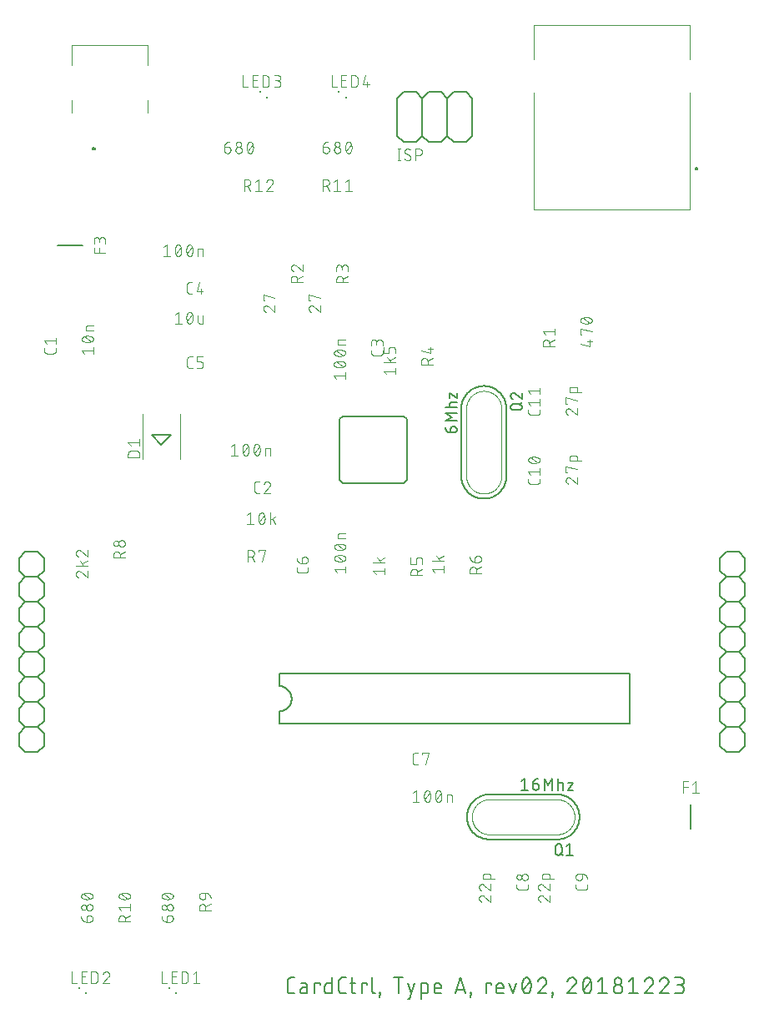
<source format=gbr>
G04 EAGLE Gerber RS-274X export*
G75*
%MOMM*%
%FSLAX34Y34*%
%LPD*%
%INSilkscreen Top*%
%IPPOS*%
%AMOC8*
5,1,8,0,0,1.08239X$1,22.5*%
G01*
%ADD10C,0.152400*%
%ADD11C,0.101600*%
%ADD12C,0.203200*%
%ADD13C,0.250000*%
%ADD14R,0.200000X0.200000*%
%ADD15C,0.050800*%
%ADD16C,0.127000*%
%ADD17C,0.100000*%
%ADD18C,0.200000*%
%ADD19C,0.200000*%


D10*
X327987Y40762D02*
X324374Y40762D01*
X324256Y40764D01*
X324138Y40770D01*
X324020Y40779D01*
X323903Y40793D01*
X323786Y40810D01*
X323669Y40831D01*
X323554Y40856D01*
X323439Y40885D01*
X323325Y40918D01*
X323213Y40954D01*
X323102Y40994D01*
X322992Y41037D01*
X322883Y41084D01*
X322776Y41134D01*
X322671Y41189D01*
X322568Y41246D01*
X322467Y41307D01*
X322367Y41371D01*
X322270Y41438D01*
X322175Y41508D01*
X322083Y41582D01*
X321992Y41658D01*
X321905Y41738D01*
X321820Y41820D01*
X321738Y41905D01*
X321658Y41992D01*
X321582Y42083D01*
X321508Y42175D01*
X321438Y42270D01*
X321371Y42367D01*
X321307Y42467D01*
X321246Y42568D01*
X321189Y42671D01*
X321134Y42776D01*
X321084Y42883D01*
X321037Y42992D01*
X320994Y43102D01*
X320954Y43213D01*
X320918Y43325D01*
X320885Y43439D01*
X320856Y43554D01*
X320831Y43669D01*
X320810Y43786D01*
X320793Y43903D01*
X320779Y44020D01*
X320770Y44138D01*
X320764Y44256D01*
X320762Y44374D01*
X320762Y53406D01*
X320764Y53524D01*
X320770Y53642D01*
X320779Y53760D01*
X320793Y53877D01*
X320810Y53994D01*
X320831Y54111D01*
X320856Y54226D01*
X320885Y54341D01*
X320918Y54455D01*
X320954Y54567D01*
X320994Y54678D01*
X321037Y54788D01*
X321084Y54897D01*
X321134Y55004D01*
X321188Y55109D01*
X321246Y55212D01*
X321307Y55313D01*
X321371Y55413D01*
X321438Y55510D01*
X321508Y55605D01*
X321582Y55697D01*
X321658Y55788D01*
X321738Y55875D01*
X321820Y55960D01*
X321905Y56042D01*
X321992Y56122D01*
X322083Y56198D01*
X322175Y56272D01*
X322270Y56342D01*
X322367Y56409D01*
X322467Y56473D01*
X322568Y56534D01*
X322671Y56591D01*
X322776Y56645D01*
X322883Y56696D01*
X322992Y56743D01*
X323102Y56786D01*
X323213Y56826D01*
X323325Y56862D01*
X323439Y56895D01*
X323554Y56924D01*
X323669Y56949D01*
X323786Y56970D01*
X323903Y56987D01*
X324020Y57001D01*
X324138Y57010D01*
X324256Y57016D01*
X324374Y57018D01*
X327987Y57018D01*
X336776Y47084D02*
X340840Y47084D01*
X336776Y47084D02*
X336664Y47082D01*
X336553Y47076D01*
X336442Y47066D01*
X336331Y47053D01*
X336221Y47035D01*
X336112Y47013D01*
X336003Y46988D01*
X335895Y46959D01*
X335789Y46926D01*
X335683Y46889D01*
X335579Y46849D01*
X335477Y46805D01*
X335376Y46757D01*
X335277Y46706D01*
X335179Y46651D01*
X335084Y46593D01*
X334991Y46532D01*
X334900Y46467D01*
X334811Y46399D01*
X334725Y46328D01*
X334642Y46255D01*
X334561Y46178D01*
X334482Y46098D01*
X334407Y46016D01*
X334335Y45931D01*
X334265Y45844D01*
X334199Y45754D01*
X334136Y45662D01*
X334076Y45567D01*
X334020Y45471D01*
X333967Y45373D01*
X333918Y45273D01*
X333872Y45171D01*
X333830Y45068D01*
X333791Y44963D01*
X333756Y44857D01*
X333725Y44750D01*
X333698Y44642D01*
X333674Y44533D01*
X333655Y44423D01*
X333639Y44313D01*
X333627Y44202D01*
X333619Y44090D01*
X333615Y43979D01*
X333615Y43867D01*
X333619Y43756D01*
X333627Y43644D01*
X333639Y43533D01*
X333655Y43423D01*
X333674Y43313D01*
X333698Y43204D01*
X333725Y43096D01*
X333756Y42989D01*
X333791Y42883D01*
X333830Y42778D01*
X333872Y42675D01*
X333918Y42573D01*
X333967Y42473D01*
X334020Y42375D01*
X334076Y42279D01*
X334136Y42184D01*
X334199Y42092D01*
X334265Y42002D01*
X334335Y41915D01*
X334407Y41830D01*
X334482Y41748D01*
X334561Y41668D01*
X334642Y41591D01*
X334725Y41518D01*
X334811Y41447D01*
X334900Y41379D01*
X334991Y41314D01*
X335084Y41253D01*
X335179Y41195D01*
X335277Y41140D01*
X335376Y41089D01*
X335477Y41041D01*
X335579Y40997D01*
X335683Y40957D01*
X335789Y40920D01*
X335895Y40887D01*
X336003Y40858D01*
X336112Y40833D01*
X336221Y40811D01*
X336331Y40793D01*
X336442Y40780D01*
X336553Y40770D01*
X336664Y40764D01*
X336776Y40762D01*
X340840Y40762D01*
X340840Y48890D01*
X340838Y48991D01*
X340832Y49092D01*
X340823Y49193D01*
X340810Y49294D01*
X340793Y49394D01*
X340772Y49493D01*
X340748Y49591D01*
X340720Y49688D01*
X340688Y49785D01*
X340653Y49880D01*
X340614Y49973D01*
X340572Y50065D01*
X340526Y50156D01*
X340477Y50245D01*
X340425Y50331D01*
X340369Y50416D01*
X340311Y50499D01*
X340249Y50579D01*
X340184Y50657D01*
X340117Y50733D01*
X340047Y50806D01*
X339974Y50876D01*
X339898Y50943D01*
X339820Y51008D01*
X339740Y51070D01*
X339657Y51128D01*
X339572Y51184D01*
X339486Y51236D01*
X339397Y51285D01*
X339306Y51331D01*
X339214Y51373D01*
X339121Y51412D01*
X339026Y51447D01*
X338929Y51479D01*
X338832Y51507D01*
X338734Y51531D01*
X338635Y51552D01*
X338535Y51569D01*
X338434Y51582D01*
X338333Y51591D01*
X338232Y51597D01*
X338131Y51599D01*
X334518Y51599D01*
X348363Y51599D02*
X348363Y40762D01*
X348363Y51599D02*
X353781Y51599D01*
X353781Y49793D01*
X365850Y57018D02*
X365850Y40762D01*
X361335Y40762D01*
X361234Y40764D01*
X361133Y40770D01*
X361032Y40779D01*
X360931Y40792D01*
X360831Y40809D01*
X360732Y40830D01*
X360634Y40854D01*
X360537Y40882D01*
X360440Y40914D01*
X360345Y40949D01*
X360252Y40988D01*
X360160Y41030D01*
X360069Y41076D01*
X359981Y41125D01*
X359894Y41177D01*
X359809Y41233D01*
X359726Y41291D01*
X359646Y41353D01*
X359568Y41418D01*
X359492Y41485D01*
X359419Y41555D01*
X359349Y41628D01*
X359282Y41704D01*
X359217Y41782D01*
X359155Y41862D01*
X359097Y41945D01*
X359041Y42030D01*
X358989Y42116D01*
X358940Y42205D01*
X358894Y42296D01*
X358852Y42388D01*
X358813Y42481D01*
X358778Y42576D01*
X358746Y42673D01*
X358718Y42770D01*
X358694Y42868D01*
X358673Y42967D01*
X358656Y43067D01*
X358643Y43168D01*
X358634Y43269D01*
X358628Y43370D01*
X358626Y43471D01*
X358625Y43471D02*
X358625Y48890D01*
X358626Y48890D02*
X358628Y48991D01*
X358634Y49092D01*
X358643Y49193D01*
X358656Y49294D01*
X358673Y49394D01*
X358694Y49493D01*
X358718Y49591D01*
X358746Y49688D01*
X358778Y49785D01*
X358813Y49880D01*
X358852Y49973D01*
X358894Y50065D01*
X358940Y50156D01*
X358989Y50245D01*
X359041Y50331D01*
X359097Y50416D01*
X359155Y50499D01*
X359217Y50579D01*
X359282Y50657D01*
X359349Y50733D01*
X359419Y50806D01*
X359492Y50876D01*
X359568Y50943D01*
X359646Y51008D01*
X359726Y51070D01*
X359809Y51128D01*
X359894Y51184D01*
X359981Y51236D01*
X360069Y51285D01*
X360160Y51331D01*
X360252Y51373D01*
X360345Y51412D01*
X360440Y51447D01*
X360537Y51479D01*
X360634Y51507D01*
X360732Y51531D01*
X360831Y51552D01*
X360931Y51569D01*
X361032Y51582D01*
X361133Y51591D01*
X361234Y51597D01*
X361335Y51599D01*
X365850Y51599D01*
X376478Y40762D02*
X380091Y40762D01*
X376478Y40762D02*
X376360Y40764D01*
X376242Y40770D01*
X376124Y40779D01*
X376007Y40793D01*
X375890Y40810D01*
X375773Y40831D01*
X375658Y40856D01*
X375543Y40885D01*
X375429Y40918D01*
X375317Y40954D01*
X375206Y40994D01*
X375096Y41037D01*
X374987Y41084D01*
X374880Y41134D01*
X374775Y41189D01*
X374672Y41246D01*
X374571Y41307D01*
X374471Y41371D01*
X374374Y41438D01*
X374279Y41508D01*
X374187Y41582D01*
X374096Y41658D01*
X374009Y41738D01*
X373924Y41820D01*
X373842Y41905D01*
X373762Y41992D01*
X373686Y42083D01*
X373612Y42175D01*
X373542Y42270D01*
X373475Y42367D01*
X373411Y42467D01*
X373350Y42568D01*
X373293Y42671D01*
X373238Y42776D01*
X373188Y42883D01*
X373141Y42992D01*
X373098Y43102D01*
X373058Y43213D01*
X373022Y43325D01*
X372989Y43439D01*
X372960Y43554D01*
X372935Y43669D01*
X372914Y43786D01*
X372897Y43903D01*
X372883Y44020D01*
X372874Y44138D01*
X372868Y44256D01*
X372866Y44374D01*
X372866Y53406D01*
X372867Y53406D02*
X372869Y53524D01*
X372875Y53642D01*
X372884Y53760D01*
X372898Y53877D01*
X372915Y53994D01*
X372936Y54111D01*
X372961Y54226D01*
X372990Y54341D01*
X373023Y54455D01*
X373059Y54567D01*
X373099Y54678D01*
X373142Y54788D01*
X373189Y54897D01*
X373239Y55004D01*
X373293Y55109D01*
X373351Y55212D01*
X373412Y55313D01*
X373476Y55413D01*
X373543Y55510D01*
X373613Y55605D01*
X373687Y55697D01*
X373763Y55788D01*
X373843Y55875D01*
X373925Y55960D01*
X374010Y56042D01*
X374097Y56122D01*
X374188Y56198D01*
X374280Y56272D01*
X374375Y56342D01*
X374472Y56409D01*
X374572Y56473D01*
X374673Y56534D01*
X374776Y56591D01*
X374881Y56645D01*
X374988Y56696D01*
X375097Y56743D01*
X375207Y56786D01*
X375318Y56826D01*
X375430Y56862D01*
X375544Y56895D01*
X375659Y56924D01*
X375774Y56949D01*
X375891Y56970D01*
X376008Y56987D01*
X376125Y57001D01*
X376243Y57010D01*
X376361Y57016D01*
X376479Y57018D01*
X376478Y57018D02*
X380091Y57018D01*
X384495Y51599D02*
X389914Y51599D01*
X386302Y57018D02*
X386302Y43471D01*
X386304Y43370D01*
X386310Y43269D01*
X386319Y43168D01*
X386332Y43067D01*
X386349Y42967D01*
X386370Y42868D01*
X386394Y42770D01*
X386422Y42673D01*
X386454Y42576D01*
X386489Y42481D01*
X386528Y42388D01*
X386570Y42296D01*
X386616Y42205D01*
X386665Y42116D01*
X386717Y42030D01*
X386773Y41945D01*
X386831Y41862D01*
X386893Y41782D01*
X386958Y41704D01*
X387025Y41628D01*
X387095Y41555D01*
X387168Y41485D01*
X387244Y41418D01*
X387322Y41353D01*
X387402Y41291D01*
X387485Y41233D01*
X387570Y41177D01*
X387657Y41125D01*
X387745Y41076D01*
X387836Y41030D01*
X387928Y40988D01*
X388021Y40949D01*
X388116Y40914D01*
X388213Y40882D01*
X388310Y40854D01*
X388408Y40830D01*
X388507Y40809D01*
X388607Y40792D01*
X388708Y40779D01*
X388809Y40770D01*
X388910Y40764D01*
X389011Y40762D01*
X389914Y40762D01*
X396298Y40762D02*
X396298Y51599D01*
X401717Y51599D01*
X401717Y49793D01*
X406871Y43471D02*
X406871Y57018D01*
X406871Y43471D02*
X406873Y43370D01*
X406879Y43269D01*
X406888Y43168D01*
X406901Y43067D01*
X406918Y42967D01*
X406939Y42868D01*
X406963Y42770D01*
X406991Y42673D01*
X407023Y42576D01*
X407058Y42481D01*
X407097Y42388D01*
X407139Y42296D01*
X407185Y42205D01*
X407234Y42116D01*
X407286Y42030D01*
X407342Y41945D01*
X407400Y41862D01*
X407462Y41782D01*
X407527Y41704D01*
X407594Y41628D01*
X407664Y41555D01*
X407737Y41485D01*
X407813Y41418D01*
X407891Y41353D01*
X407971Y41291D01*
X408054Y41233D01*
X408139Y41177D01*
X408226Y41125D01*
X408314Y41076D01*
X408405Y41030D01*
X408497Y40988D01*
X408590Y40949D01*
X408685Y40914D01*
X408782Y40882D01*
X408879Y40854D01*
X408977Y40830D01*
X409076Y40809D01*
X409176Y40792D01*
X409277Y40779D01*
X409378Y40770D01*
X409479Y40764D01*
X409580Y40762D01*
X414431Y40762D02*
X415334Y40762D01*
X414431Y40762D02*
X414431Y41665D01*
X415334Y41665D01*
X415334Y40762D01*
X413979Y37150D01*
X433172Y40762D02*
X433172Y57018D01*
X428657Y57018D02*
X437688Y57018D01*
X442586Y35343D02*
X444392Y35343D01*
X449811Y51599D01*
X442586Y51599D02*
X446198Y40762D01*
X456206Y35343D02*
X456206Y51599D01*
X460722Y51599D01*
X460826Y51597D01*
X460929Y51591D01*
X461033Y51581D01*
X461136Y51567D01*
X461238Y51549D01*
X461339Y51528D01*
X461440Y51502D01*
X461539Y51473D01*
X461638Y51440D01*
X461735Y51403D01*
X461830Y51362D01*
X461924Y51318D01*
X462016Y51270D01*
X462106Y51219D01*
X462195Y51164D01*
X462281Y51106D01*
X462364Y51044D01*
X462446Y50980D01*
X462524Y50912D01*
X462600Y50842D01*
X462674Y50769D01*
X462744Y50692D01*
X462812Y50614D01*
X462876Y50532D01*
X462938Y50449D01*
X462996Y50363D01*
X463051Y50274D01*
X463102Y50184D01*
X463150Y50092D01*
X463194Y49998D01*
X463235Y49903D01*
X463272Y49806D01*
X463305Y49707D01*
X463334Y49608D01*
X463360Y49507D01*
X463381Y49406D01*
X463399Y49304D01*
X463413Y49201D01*
X463423Y49097D01*
X463429Y48994D01*
X463431Y48890D01*
X463431Y43471D01*
X463429Y43370D01*
X463423Y43269D01*
X463414Y43168D01*
X463401Y43067D01*
X463384Y42967D01*
X463363Y42868D01*
X463339Y42770D01*
X463311Y42673D01*
X463279Y42576D01*
X463244Y42481D01*
X463205Y42388D01*
X463163Y42296D01*
X463117Y42205D01*
X463068Y42116D01*
X463016Y42030D01*
X462960Y41945D01*
X462902Y41862D01*
X462840Y41782D01*
X462775Y41704D01*
X462708Y41628D01*
X462638Y41555D01*
X462565Y41485D01*
X462489Y41418D01*
X462411Y41353D01*
X462331Y41291D01*
X462248Y41233D01*
X462163Y41177D01*
X462077Y41125D01*
X461988Y41076D01*
X461897Y41030D01*
X461805Y40988D01*
X461712Y40949D01*
X461617Y40914D01*
X461520Y40882D01*
X461423Y40854D01*
X461325Y40830D01*
X461226Y40809D01*
X461126Y40792D01*
X461025Y40779D01*
X460924Y40770D01*
X460823Y40764D01*
X460722Y40762D01*
X456206Y40762D01*
X472389Y40762D02*
X476905Y40762D01*
X472389Y40762D02*
X472288Y40764D01*
X472187Y40770D01*
X472086Y40779D01*
X471985Y40792D01*
X471885Y40809D01*
X471786Y40830D01*
X471688Y40854D01*
X471591Y40882D01*
X471494Y40914D01*
X471399Y40949D01*
X471306Y40988D01*
X471214Y41030D01*
X471123Y41076D01*
X471035Y41125D01*
X470948Y41177D01*
X470863Y41233D01*
X470780Y41291D01*
X470700Y41353D01*
X470622Y41418D01*
X470546Y41485D01*
X470473Y41555D01*
X470403Y41628D01*
X470336Y41704D01*
X470271Y41782D01*
X470209Y41862D01*
X470151Y41945D01*
X470095Y42030D01*
X470043Y42116D01*
X469994Y42205D01*
X469948Y42296D01*
X469906Y42388D01*
X469867Y42481D01*
X469832Y42576D01*
X469800Y42673D01*
X469772Y42770D01*
X469748Y42868D01*
X469727Y42967D01*
X469710Y43067D01*
X469697Y43168D01*
X469688Y43269D01*
X469682Y43370D01*
X469680Y43471D01*
X469680Y47987D01*
X469681Y47987D02*
X469683Y48106D01*
X469689Y48226D01*
X469699Y48345D01*
X469713Y48463D01*
X469730Y48582D01*
X469752Y48699D01*
X469777Y48816D01*
X469807Y48931D01*
X469840Y49046D01*
X469877Y49160D01*
X469917Y49272D01*
X469962Y49383D01*
X470010Y49492D01*
X470061Y49600D01*
X470116Y49706D01*
X470175Y49810D01*
X470237Y49912D01*
X470302Y50012D01*
X470371Y50110D01*
X470443Y50206D01*
X470518Y50299D01*
X470595Y50389D01*
X470676Y50477D01*
X470760Y50562D01*
X470847Y50644D01*
X470936Y50724D01*
X471028Y50800D01*
X471122Y50874D01*
X471219Y50944D01*
X471317Y51011D01*
X471418Y51075D01*
X471522Y51135D01*
X471627Y51192D01*
X471734Y51245D01*
X471842Y51295D01*
X471952Y51341D01*
X472064Y51383D01*
X472177Y51422D01*
X472291Y51457D01*
X472406Y51488D01*
X472523Y51516D01*
X472640Y51539D01*
X472757Y51559D01*
X472876Y51575D01*
X472995Y51587D01*
X473114Y51595D01*
X473233Y51599D01*
X473353Y51599D01*
X473472Y51595D01*
X473591Y51587D01*
X473710Y51575D01*
X473829Y51559D01*
X473946Y51539D01*
X474063Y51516D01*
X474180Y51488D01*
X474295Y51457D01*
X474409Y51422D01*
X474522Y51383D01*
X474634Y51341D01*
X474744Y51295D01*
X474852Y51245D01*
X474959Y51192D01*
X475064Y51135D01*
X475168Y51075D01*
X475269Y51011D01*
X475367Y50944D01*
X475464Y50874D01*
X475558Y50800D01*
X475650Y50724D01*
X475739Y50644D01*
X475826Y50562D01*
X475910Y50477D01*
X475991Y50389D01*
X476068Y50299D01*
X476143Y50206D01*
X476215Y50110D01*
X476284Y50012D01*
X476349Y49912D01*
X476411Y49810D01*
X476470Y49706D01*
X476525Y49600D01*
X476576Y49492D01*
X476624Y49383D01*
X476669Y49272D01*
X476709Y49160D01*
X476746Y49046D01*
X476779Y48931D01*
X476809Y48816D01*
X476834Y48699D01*
X476856Y48582D01*
X476873Y48463D01*
X476887Y48345D01*
X476897Y48226D01*
X476903Y48106D01*
X476905Y47987D01*
X476905Y46181D01*
X469680Y46181D01*
X490800Y40762D02*
X496218Y57018D01*
X501637Y40762D01*
X500282Y44826D02*
X492154Y44826D01*
X506655Y40762D02*
X507558Y40762D01*
X506655Y40762D02*
X506655Y41665D01*
X507558Y41665D01*
X507558Y40762D01*
X506204Y37150D01*
X522390Y40762D02*
X522390Y51599D01*
X527809Y51599D01*
X527809Y49793D01*
X535435Y40762D02*
X539951Y40762D01*
X535435Y40762D02*
X535334Y40764D01*
X535233Y40770D01*
X535132Y40779D01*
X535031Y40792D01*
X534931Y40809D01*
X534832Y40830D01*
X534734Y40854D01*
X534637Y40882D01*
X534540Y40914D01*
X534445Y40949D01*
X534352Y40988D01*
X534260Y41030D01*
X534169Y41076D01*
X534081Y41125D01*
X533994Y41177D01*
X533909Y41233D01*
X533826Y41291D01*
X533746Y41353D01*
X533668Y41418D01*
X533592Y41485D01*
X533519Y41555D01*
X533449Y41628D01*
X533382Y41704D01*
X533317Y41782D01*
X533255Y41862D01*
X533197Y41945D01*
X533141Y42030D01*
X533089Y42116D01*
X533040Y42205D01*
X532994Y42296D01*
X532952Y42388D01*
X532913Y42481D01*
X532878Y42576D01*
X532846Y42673D01*
X532818Y42770D01*
X532794Y42868D01*
X532773Y42967D01*
X532756Y43067D01*
X532743Y43168D01*
X532734Y43269D01*
X532728Y43370D01*
X532726Y43471D01*
X532726Y47987D01*
X532728Y48106D01*
X532734Y48226D01*
X532744Y48345D01*
X532758Y48463D01*
X532775Y48582D01*
X532797Y48699D01*
X532822Y48816D01*
X532852Y48931D01*
X532885Y49046D01*
X532922Y49160D01*
X532962Y49272D01*
X533007Y49383D01*
X533055Y49492D01*
X533106Y49600D01*
X533161Y49706D01*
X533220Y49810D01*
X533282Y49912D01*
X533347Y50012D01*
X533416Y50110D01*
X533488Y50206D01*
X533563Y50299D01*
X533640Y50389D01*
X533721Y50477D01*
X533805Y50562D01*
X533892Y50644D01*
X533981Y50724D01*
X534073Y50800D01*
X534167Y50874D01*
X534264Y50944D01*
X534362Y51011D01*
X534463Y51075D01*
X534567Y51135D01*
X534672Y51192D01*
X534779Y51245D01*
X534887Y51295D01*
X534997Y51341D01*
X535109Y51383D01*
X535222Y51422D01*
X535336Y51457D01*
X535451Y51488D01*
X535568Y51516D01*
X535685Y51539D01*
X535802Y51559D01*
X535921Y51575D01*
X536040Y51587D01*
X536159Y51595D01*
X536278Y51599D01*
X536398Y51599D01*
X536517Y51595D01*
X536636Y51587D01*
X536755Y51575D01*
X536874Y51559D01*
X536991Y51539D01*
X537108Y51516D01*
X537225Y51488D01*
X537340Y51457D01*
X537454Y51422D01*
X537567Y51383D01*
X537679Y51341D01*
X537789Y51295D01*
X537897Y51245D01*
X538004Y51192D01*
X538109Y51135D01*
X538213Y51075D01*
X538314Y51011D01*
X538412Y50944D01*
X538509Y50874D01*
X538603Y50800D01*
X538695Y50724D01*
X538784Y50644D01*
X538871Y50562D01*
X538955Y50477D01*
X539036Y50389D01*
X539113Y50299D01*
X539188Y50206D01*
X539260Y50110D01*
X539329Y50012D01*
X539394Y49912D01*
X539456Y49810D01*
X539515Y49706D01*
X539570Y49600D01*
X539621Y49492D01*
X539669Y49383D01*
X539714Y49272D01*
X539754Y49160D01*
X539791Y49046D01*
X539824Y48931D01*
X539854Y48816D01*
X539879Y48699D01*
X539901Y48582D01*
X539918Y48463D01*
X539932Y48345D01*
X539942Y48226D01*
X539948Y48106D01*
X539950Y47987D01*
X539951Y47987D02*
X539951Y46181D01*
X532726Y46181D01*
X545752Y51599D02*
X549364Y40762D01*
X552977Y51599D01*
X558917Y48890D02*
X558921Y49210D01*
X558932Y49529D01*
X558951Y49849D01*
X558978Y50167D01*
X559012Y50485D01*
X559054Y50802D01*
X559104Y51118D01*
X559161Y51433D01*
X559225Y51746D01*
X559297Y52058D01*
X559376Y52368D01*
X559463Y52675D01*
X559557Y52981D01*
X559658Y53284D01*
X559767Y53585D01*
X559882Y53883D01*
X560005Y54179D01*
X560135Y54471D01*
X560272Y54760D01*
X560271Y54761D02*
X560310Y54869D01*
X560353Y54976D01*
X560399Y55081D01*
X560450Y55185D01*
X560503Y55287D01*
X560560Y55387D01*
X560621Y55485D01*
X560685Y55580D01*
X560752Y55674D01*
X560823Y55765D01*
X560896Y55854D01*
X560973Y55940D01*
X561052Y56023D01*
X561134Y56104D01*
X561219Y56182D01*
X561307Y56256D01*
X561397Y56328D01*
X561489Y56396D01*
X561584Y56462D01*
X561681Y56524D01*
X561780Y56582D01*
X561882Y56638D01*
X561984Y56689D01*
X562089Y56737D01*
X562195Y56782D01*
X562303Y56823D01*
X562412Y56860D01*
X562522Y56893D01*
X562634Y56922D01*
X562746Y56948D01*
X562859Y56970D01*
X562973Y56987D01*
X563087Y57001D01*
X563202Y57011D01*
X563317Y57017D01*
X563432Y57019D01*
X563432Y57018D02*
X563547Y57016D01*
X563662Y57010D01*
X563777Y57000D01*
X563891Y56986D01*
X564005Y56969D01*
X564118Y56947D01*
X564230Y56921D01*
X564342Y56892D01*
X564452Y56859D01*
X564561Y56822D01*
X564669Y56781D01*
X564775Y56736D01*
X564880Y56688D01*
X564982Y56637D01*
X565083Y56581D01*
X565183Y56523D01*
X565280Y56461D01*
X565374Y56396D01*
X565467Y56327D01*
X565557Y56255D01*
X565645Y56181D01*
X565730Y56103D01*
X565812Y56022D01*
X565891Y55939D01*
X565968Y55853D01*
X566041Y55764D01*
X566112Y55673D01*
X566179Y55579D01*
X566243Y55484D01*
X566304Y55386D01*
X566361Y55286D01*
X566414Y55184D01*
X566465Y55080D01*
X566511Y54975D01*
X566554Y54868D01*
X566593Y54760D01*
X566730Y54471D01*
X566860Y54179D01*
X566983Y53883D01*
X567098Y53585D01*
X567207Y53284D01*
X567308Y52981D01*
X567402Y52675D01*
X567489Y52368D01*
X567568Y52058D01*
X567640Y51746D01*
X567704Y51433D01*
X567761Y51118D01*
X567811Y50802D01*
X567853Y50485D01*
X567887Y50167D01*
X567914Y49849D01*
X567933Y49529D01*
X567944Y49210D01*
X567948Y48890D01*
X558917Y48890D02*
X558921Y48570D01*
X558932Y48251D01*
X558951Y47931D01*
X558978Y47613D01*
X559012Y47295D01*
X559054Y46978D01*
X559104Y46662D01*
X559161Y46347D01*
X559225Y46034D01*
X559297Y45722D01*
X559376Y45412D01*
X559463Y45105D01*
X559557Y44799D01*
X559658Y44496D01*
X559767Y44195D01*
X559882Y43897D01*
X560005Y43601D01*
X560135Y43309D01*
X560272Y43020D01*
X560271Y43020D02*
X560310Y42912D01*
X560353Y42805D01*
X560399Y42700D01*
X560450Y42596D01*
X560503Y42494D01*
X560560Y42394D01*
X560621Y42296D01*
X560685Y42201D01*
X560752Y42107D01*
X560823Y42016D01*
X560896Y41927D01*
X560973Y41841D01*
X561052Y41758D01*
X561134Y41677D01*
X561219Y41599D01*
X561307Y41525D01*
X561397Y41453D01*
X561490Y41384D01*
X561584Y41319D01*
X561681Y41257D01*
X561781Y41199D01*
X561882Y41143D01*
X561984Y41092D01*
X562089Y41044D01*
X562195Y40999D01*
X562303Y40958D01*
X562412Y40921D01*
X562522Y40888D01*
X562634Y40859D01*
X562746Y40833D01*
X562859Y40811D01*
X562973Y40794D01*
X563087Y40780D01*
X563202Y40770D01*
X563317Y40764D01*
X563432Y40762D01*
X566593Y43020D02*
X566730Y43309D01*
X566860Y43601D01*
X566983Y43897D01*
X567098Y44195D01*
X567207Y44496D01*
X567308Y44799D01*
X567402Y45105D01*
X567489Y45412D01*
X567568Y45722D01*
X567640Y46034D01*
X567704Y46347D01*
X567761Y46662D01*
X567811Y46978D01*
X567853Y47295D01*
X567887Y47613D01*
X567914Y47931D01*
X567933Y48251D01*
X567944Y48570D01*
X567948Y48890D01*
X566593Y43020D02*
X566554Y42912D01*
X566511Y42805D01*
X566465Y42700D01*
X566414Y42596D01*
X566361Y42494D01*
X566304Y42394D01*
X566243Y42296D01*
X566179Y42201D01*
X566112Y42107D01*
X566041Y42016D01*
X565968Y41927D01*
X565891Y41841D01*
X565812Y41758D01*
X565730Y41677D01*
X565645Y41599D01*
X565557Y41525D01*
X565467Y41453D01*
X565374Y41384D01*
X565280Y41319D01*
X565183Y41257D01*
X565083Y41199D01*
X564982Y41143D01*
X564879Y41092D01*
X564775Y41044D01*
X564669Y40999D01*
X564561Y40958D01*
X564452Y40921D01*
X564342Y40888D01*
X564230Y40859D01*
X564118Y40833D01*
X564005Y40811D01*
X563891Y40794D01*
X563777Y40780D01*
X563662Y40770D01*
X563547Y40764D01*
X563432Y40762D01*
X559820Y44374D02*
X567045Y53406D01*
X579515Y57018D02*
X579640Y57016D01*
X579765Y57010D01*
X579890Y57001D01*
X580014Y56987D01*
X580138Y56970D01*
X580262Y56949D01*
X580384Y56924D01*
X580506Y56895D01*
X580627Y56863D01*
X580747Y56827D01*
X580866Y56787D01*
X580983Y56744D01*
X581099Y56697D01*
X581214Y56646D01*
X581326Y56592D01*
X581438Y56534D01*
X581547Y56474D01*
X581654Y56409D01*
X581760Y56342D01*
X581863Y56271D01*
X581964Y56197D01*
X582063Y56120D01*
X582159Y56040D01*
X582253Y55957D01*
X582344Y55872D01*
X582433Y55783D01*
X582518Y55692D01*
X582601Y55598D01*
X582681Y55502D01*
X582758Y55403D01*
X582832Y55302D01*
X582903Y55199D01*
X582970Y55093D01*
X583035Y54986D01*
X583095Y54877D01*
X583153Y54765D01*
X583207Y54653D01*
X583258Y54538D01*
X583305Y54422D01*
X583348Y54305D01*
X583388Y54186D01*
X583424Y54066D01*
X583456Y53945D01*
X583485Y53823D01*
X583510Y53701D01*
X583531Y53577D01*
X583548Y53453D01*
X583562Y53329D01*
X583571Y53204D01*
X583577Y53079D01*
X583579Y52954D01*
X579515Y57018D02*
X579372Y57016D01*
X579230Y57010D01*
X579087Y57000D01*
X578945Y56987D01*
X578804Y56969D01*
X578662Y56948D01*
X578522Y56923D01*
X578382Y56894D01*
X578243Y56861D01*
X578105Y56824D01*
X577968Y56784D01*
X577833Y56740D01*
X577698Y56692D01*
X577565Y56640D01*
X577433Y56585D01*
X577303Y56526D01*
X577175Y56464D01*
X577048Y56398D01*
X576923Y56329D01*
X576800Y56257D01*
X576680Y56181D01*
X576561Y56102D01*
X576444Y56019D01*
X576330Y55934D01*
X576218Y55845D01*
X576109Y55754D01*
X576002Y55659D01*
X575897Y55562D01*
X575796Y55461D01*
X575697Y55358D01*
X575601Y55253D01*
X575508Y55144D01*
X575418Y55033D01*
X575331Y54920D01*
X575247Y54805D01*
X575167Y54687D01*
X575089Y54567D01*
X575015Y54445D01*
X574945Y54321D01*
X574877Y54195D01*
X574814Y54067D01*
X574753Y53938D01*
X574696Y53807D01*
X574643Y53675D01*
X574594Y53541D01*
X574548Y53406D01*
X582224Y49793D02*
X582318Y49885D01*
X582408Y49979D01*
X582496Y50076D01*
X582581Y50176D01*
X582663Y50278D01*
X582742Y50383D01*
X582817Y50490D01*
X582889Y50599D01*
X582958Y50710D01*
X583024Y50824D01*
X583086Y50939D01*
X583145Y51056D01*
X583200Y51175D01*
X583251Y51295D01*
X583299Y51417D01*
X583344Y51540D01*
X583384Y51664D01*
X583421Y51790D01*
X583454Y51917D01*
X583483Y52044D01*
X583509Y52173D01*
X583530Y52302D01*
X583548Y52432D01*
X583561Y52562D01*
X583571Y52692D01*
X583577Y52823D01*
X583579Y52954D01*
X582225Y49793D02*
X574548Y40762D01*
X583579Y40762D01*
X589501Y40762D02*
X590404Y40762D01*
X589501Y40762D02*
X589501Y41665D01*
X590404Y41665D01*
X590404Y40762D01*
X589049Y37150D01*
X609736Y57018D02*
X609861Y57016D01*
X609986Y57010D01*
X610111Y57001D01*
X610235Y56987D01*
X610359Y56970D01*
X610483Y56949D01*
X610605Y56924D01*
X610727Y56895D01*
X610848Y56863D01*
X610968Y56827D01*
X611087Y56787D01*
X611204Y56744D01*
X611320Y56697D01*
X611435Y56646D01*
X611547Y56592D01*
X611659Y56534D01*
X611768Y56474D01*
X611875Y56409D01*
X611981Y56342D01*
X612084Y56271D01*
X612185Y56197D01*
X612284Y56120D01*
X612380Y56040D01*
X612474Y55957D01*
X612565Y55872D01*
X612654Y55783D01*
X612739Y55692D01*
X612822Y55598D01*
X612902Y55502D01*
X612979Y55403D01*
X613053Y55302D01*
X613124Y55199D01*
X613191Y55093D01*
X613256Y54986D01*
X613316Y54877D01*
X613374Y54765D01*
X613428Y54653D01*
X613479Y54538D01*
X613526Y54422D01*
X613569Y54305D01*
X613609Y54186D01*
X613645Y54066D01*
X613677Y53945D01*
X613706Y53823D01*
X613731Y53701D01*
X613752Y53577D01*
X613769Y53453D01*
X613783Y53329D01*
X613792Y53204D01*
X613798Y53079D01*
X613800Y52954D01*
X609736Y57018D02*
X609593Y57016D01*
X609451Y57010D01*
X609308Y57000D01*
X609166Y56987D01*
X609025Y56969D01*
X608883Y56948D01*
X608743Y56923D01*
X608603Y56894D01*
X608464Y56861D01*
X608326Y56824D01*
X608189Y56784D01*
X608054Y56740D01*
X607919Y56692D01*
X607786Y56640D01*
X607654Y56585D01*
X607524Y56526D01*
X607396Y56464D01*
X607269Y56398D01*
X607144Y56329D01*
X607021Y56257D01*
X606901Y56181D01*
X606782Y56102D01*
X606665Y56019D01*
X606551Y55934D01*
X606439Y55845D01*
X606330Y55754D01*
X606223Y55659D01*
X606118Y55562D01*
X606017Y55461D01*
X605918Y55358D01*
X605822Y55253D01*
X605729Y55144D01*
X605639Y55033D01*
X605552Y54920D01*
X605468Y54805D01*
X605388Y54687D01*
X605310Y54567D01*
X605236Y54445D01*
X605166Y54321D01*
X605098Y54195D01*
X605035Y54067D01*
X604974Y53938D01*
X604917Y53807D01*
X604864Y53675D01*
X604815Y53541D01*
X604769Y53406D01*
X612444Y49793D02*
X612538Y49885D01*
X612628Y49979D01*
X612716Y50076D01*
X612801Y50176D01*
X612883Y50278D01*
X612962Y50383D01*
X613037Y50490D01*
X613109Y50599D01*
X613178Y50710D01*
X613244Y50824D01*
X613306Y50939D01*
X613365Y51056D01*
X613420Y51175D01*
X613471Y51295D01*
X613519Y51417D01*
X613564Y51540D01*
X613604Y51664D01*
X613641Y51790D01*
X613674Y51917D01*
X613703Y52044D01*
X613729Y52173D01*
X613750Y52302D01*
X613768Y52432D01*
X613781Y52562D01*
X613791Y52692D01*
X613797Y52823D01*
X613799Y52954D01*
X612445Y49793D02*
X604769Y40762D01*
X613800Y40762D01*
X620400Y48890D02*
X620404Y49210D01*
X620415Y49529D01*
X620434Y49849D01*
X620461Y50167D01*
X620495Y50485D01*
X620537Y50802D01*
X620587Y51118D01*
X620644Y51433D01*
X620708Y51746D01*
X620780Y52058D01*
X620859Y52368D01*
X620946Y52675D01*
X621040Y52981D01*
X621141Y53284D01*
X621250Y53585D01*
X621365Y53883D01*
X621488Y54179D01*
X621618Y54471D01*
X621755Y54760D01*
X621754Y54761D02*
X621793Y54869D01*
X621836Y54976D01*
X621882Y55081D01*
X621933Y55185D01*
X621986Y55287D01*
X622043Y55387D01*
X622104Y55485D01*
X622168Y55580D01*
X622235Y55674D01*
X622306Y55765D01*
X622379Y55854D01*
X622456Y55940D01*
X622535Y56023D01*
X622617Y56104D01*
X622702Y56182D01*
X622790Y56256D01*
X622880Y56328D01*
X622972Y56396D01*
X623067Y56462D01*
X623164Y56524D01*
X623263Y56582D01*
X623365Y56638D01*
X623467Y56689D01*
X623572Y56737D01*
X623678Y56782D01*
X623786Y56823D01*
X623895Y56860D01*
X624005Y56893D01*
X624117Y56922D01*
X624229Y56948D01*
X624342Y56970D01*
X624456Y56987D01*
X624570Y57001D01*
X624685Y57011D01*
X624800Y57017D01*
X624915Y57019D01*
X624915Y57018D02*
X625030Y57016D01*
X625145Y57010D01*
X625260Y57000D01*
X625374Y56986D01*
X625488Y56969D01*
X625601Y56947D01*
X625713Y56921D01*
X625825Y56892D01*
X625935Y56859D01*
X626044Y56822D01*
X626152Y56781D01*
X626258Y56736D01*
X626363Y56688D01*
X626465Y56637D01*
X626566Y56581D01*
X626666Y56523D01*
X626763Y56461D01*
X626857Y56396D01*
X626950Y56327D01*
X627040Y56255D01*
X627128Y56181D01*
X627213Y56103D01*
X627295Y56022D01*
X627374Y55939D01*
X627451Y55853D01*
X627524Y55764D01*
X627595Y55673D01*
X627662Y55579D01*
X627726Y55484D01*
X627787Y55386D01*
X627844Y55286D01*
X627897Y55184D01*
X627948Y55080D01*
X627994Y54975D01*
X628037Y54868D01*
X628076Y54760D01*
X628213Y54471D01*
X628343Y54179D01*
X628466Y53883D01*
X628581Y53585D01*
X628690Y53284D01*
X628791Y52981D01*
X628885Y52675D01*
X628972Y52368D01*
X629051Y52058D01*
X629123Y51746D01*
X629187Y51433D01*
X629244Y51118D01*
X629294Y50802D01*
X629336Y50485D01*
X629370Y50167D01*
X629397Y49849D01*
X629416Y49529D01*
X629427Y49210D01*
X629431Y48890D01*
X620400Y48890D02*
X620404Y48570D01*
X620415Y48251D01*
X620434Y47931D01*
X620461Y47613D01*
X620495Y47295D01*
X620537Y46978D01*
X620587Y46662D01*
X620644Y46347D01*
X620708Y46034D01*
X620780Y45722D01*
X620859Y45412D01*
X620946Y45105D01*
X621040Y44799D01*
X621141Y44496D01*
X621250Y44195D01*
X621365Y43897D01*
X621488Y43601D01*
X621618Y43309D01*
X621755Y43020D01*
X621754Y43020D02*
X621793Y42912D01*
X621836Y42805D01*
X621882Y42700D01*
X621933Y42596D01*
X621986Y42494D01*
X622043Y42394D01*
X622104Y42296D01*
X622168Y42201D01*
X622235Y42107D01*
X622306Y42016D01*
X622379Y41927D01*
X622456Y41841D01*
X622535Y41758D01*
X622617Y41677D01*
X622702Y41599D01*
X622790Y41525D01*
X622880Y41453D01*
X622973Y41384D01*
X623067Y41319D01*
X623164Y41257D01*
X623264Y41199D01*
X623365Y41143D01*
X623467Y41092D01*
X623572Y41044D01*
X623678Y40999D01*
X623786Y40958D01*
X623895Y40921D01*
X624005Y40888D01*
X624117Y40859D01*
X624229Y40833D01*
X624342Y40811D01*
X624456Y40794D01*
X624570Y40780D01*
X624685Y40770D01*
X624800Y40764D01*
X624915Y40762D01*
X628075Y43020D02*
X628212Y43309D01*
X628342Y43601D01*
X628465Y43897D01*
X628580Y44195D01*
X628689Y44496D01*
X628790Y44799D01*
X628884Y45105D01*
X628971Y45412D01*
X629050Y45722D01*
X629122Y46034D01*
X629186Y46347D01*
X629243Y46662D01*
X629293Y46978D01*
X629335Y47295D01*
X629369Y47613D01*
X629396Y47931D01*
X629415Y48251D01*
X629426Y48570D01*
X629430Y48890D01*
X628076Y43020D02*
X628037Y42912D01*
X627994Y42805D01*
X627948Y42700D01*
X627897Y42596D01*
X627844Y42494D01*
X627787Y42394D01*
X627726Y42296D01*
X627662Y42201D01*
X627595Y42107D01*
X627524Y42016D01*
X627451Y41927D01*
X627374Y41841D01*
X627295Y41758D01*
X627213Y41677D01*
X627128Y41599D01*
X627040Y41525D01*
X626950Y41453D01*
X626857Y41384D01*
X626763Y41319D01*
X626666Y41257D01*
X626566Y41199D01*
X626465Y41143D01*
X626362Y41092D01*
X626258Y41044D01*
X626152Y40999D01*
X626044Y40958D01*
X625935Y40921D01*
X625825Y40888D01*
X625713Y40859D01*
X625601Y40833D01*
X625488Y40811D01*
X625374Y40794D01*
X625260Y40780D01*
X625145Y40770D01*
X625030Y40764D01*
X624915Y40762D01*
X621303Y44374D02*
X628528Y53406D01*
X636031Y53406D02*
X640546Y57018D01*
X640546Y40762D01*
X636031Y40762D02*
X645062Y40762D01*
X651662Y45278D02*
X651664Y45411D01*
X651670Y45543D01*
X651680Y45675D01*
X651693Y45807D01*
X651711Y45939D01*
X651732Y46069D01*
X651757Y46200D01*
X651786Y46329D01*
X651819Y46457D01*
X651855Y46585D01*
X651895Y46711D01*
X651939Y46836D01*
X651987Y46960D01*
X652038Y47082D01*
X652093Y47203D01*
X652151Y47322D01*
X652213Y47440D01*
X652278Y47555D01*
X652347Y47669D01*
X652418Y47780D01*
X652494Y47889D01*
X652572Y47996D01*
X652653Y48101D01*
X652738Y48203D01*
X652825Y48303D01*
X652915Y48400D01*
X653008Y48495D01*
X653104Y48586D01*
X653202Y48675D01*
X653303Y48761D01*
X653407Y48844D01*
X653513Y48924D01*
X653621Y49000D01*
X653731Y49074D01*
X653844Y49144D01*
X653958Y49211D01*
X654075Y49274D01*
X654193Y49334D01*
X654313Y49391D01*
X654435Y49444D01*
X654558Y49493D01*
X654682Y49539D01*
X654808Y49581D01*
X654935Y49619D01*
X655063Y49654D01*
X655192Y49685D01*
X655321Y49712D01*
X655452Y49735D01*
X655583Y49755D01*
X655715Y49770D01*
X655847Y49782D01*
X655979Y49790D01*
X656112Y49794D01*
X656244Y49794D01*
X656377Y49790D01*
X656509Y49782D01*
X656641Y49770D01*
X656773Y49755D01*
X656904Y49735D01*
X657035Y49712D01*
X657164Y49685D01*
X657293Y49654D01*
X657421Y49619D01*
X657548Y49581D01*
X657674Y49539D01*
X657798Y49493D01*
X657921Y49444D01*
X658043Y49391D01*
X658163Y49334D01*
X658281Y49274D01*
X658398Y49211D01*
X658512Y49144D01*
X658625Y49074D01*
X658735Y49000D01*
X658843Y48924D01*
X658949Y48844D01*
X659053Y48761D01*
X659154Y48675D01*
X659252Y48586D01*
X659348Y48495D01*
X659441Y48400D01*
X659531Y48303D01*
X659618Y48203D01*
X659703Y48101D01*
X659784Y47996D01*
X659862Y47889D01*
X659938Y47780D01*
X660009Y47669D01*
X660078Y47555D01*
X660143Y47440D01*
X660205Y47322D01*
X660263Y47203D01*
X660318Y47082D01*
X660369Y46960D01*
X660417Y46836D01*
X660461Y46711D01*
X660501Y46585D01*
X660537Y46457D01*
X660570Y46329D01*
X660599Y46200D01*
X660624Y46069D01*
X660645Y45939D01*
X660663Y45807D01*
X660676Y45675D01*
X660686Y45543D01*
X660692Y45411D01*
X660694Y45278D01*
X660692Y45145D01*
X660686Y45013D01*
X660676Y44881D01*
X660663Y44749D01*
X660645Y44617D01*
X660624Y44487D01*
X660599Y44356D01*
X660570Y44227D01*
X660537Y44099D01*
X660501Y43971D01*
X660461Y43845D01*
X660417Y43720D01*
X660369Y43596D01*
X660318Y43474D01*
X660263Y43353D01*
X660205Y43234D01*
X660143Y43116D01*
X660078Y43001D01*
X660009Y42887D01*
X659938Y42776D01*
X659862Y42667D01*
X659784Y42560D01*
X659703Y42455D01*
X659618Y42353D01*
X659531Y42253D01*
X659441Y42156D01*
X659348Y42061D01*
X659252Y41970D01*
X659154Y41881D01*
X659053Y41795D01*
X658949Y41712D01*
X658843Y41632D01*
X658735Y41556D01*
X658625Y41482D01*
X658512Y41412D01*
X658398Y41345D01*
X658281Y41282D01*
X658163Y41222D01*
X658043Y41165D01*
X657921Y41112D01*
X657798Y41063D01*
X657674Y41017D01*
X657548Y40975D01*
X657421Y40937D01*
X657293Y40902D01*
X657164Y40871D01*
X657035Y40844D01*
X656904Y40821D01*
X656773Y40801D01*
X656641Y40786D01*
X656509Y40774D01*
X656377Y40766D01*
X656244Y40762D01*
X656112Y40762D01*
X655979Y40766D01*
X655847Y40774D01*
X655715Y40786D01*
X655583Y40801D01*
X655452Y40821D01*
X655321Y40844D01*
X655192Y40871D01*
X655063Y40902D01*
X654935Y40937D01*
X654808Y40975D01*
X654682Y41017D01*
X654558Y41063D01*
X654435Y41112D01*
X654313Y41165D01*
X654193Y41222D01*
X654075Y41282D01*
X653958Y41345D01*
X653844Y41412D01*
X653731Y41482D01*
X653621Y41556D01*
X653513Y41632D01*
X653407Y41712D01*
X653303Y41795D01*
X653202Y41881D01*
X653104Y41970D01*
X653008Y42061D01*
X652915Y42156D01*
X652825Y42253D01*
X652738Y42353D01*
X652653Y42455D01*
X652572Y42560D01*
X652494Y42667D01*
X652418Y42776D01*
X652347Y42887D01*
X652278Y43001D01*
X652213Y43116D01*
X652151Y43234D01*
X652093Y43353D01*
X652038Y43474D01*
X651987Y43596D01*
X651939Y43720D01*
X651895Y43845D01*
X651855Y43971D01*
X651819Y44099D01*
X651786Y44227D01*
X651757Y44356D01*
X651732Y44487D01*
X651711Y44617D01*
X651693Y44749D01*
X651680Y44881D01*
X651670Y45013D01*
X651664Y45145D01*
X651662Y45278D01*
X652566Y53406D02*
X652568Y53525D01*
X652574Y53645D01*
X652584Y53764D01*
X652598Y53882D01*
X652615Y54001D01*
X652637Y54118D01*
X652662Y54235D01*
X652692Y54350D01*
X652725Y54465D01*
X652762Y54579D01*
X652802Y54691D01*
X652847Y54802D01*
X652895Y54911D01*
X652946Y55019D01*
X653001Y55125D01*
X653060Y55229D01*
X653122Y55331D01*
X653187Y55431D01*
X653256Y55529D01*
X653328Y55625D01*
X653403Y55718D01*
X653480Y55808D01*
X653561Y55896D01*
X653645Y55981D01*
X653732Y56063D01*
X653821Y56143D01*
X653913Y56219D01*
X654007Y56293D01*
X654104Y56363D01*
X654202Y56430D01*
X654303Y56494D01*
X654407Y56554D01*
X654512Y56611D01*
X654619Y56664D01*
X654727Y56714D01*
X654837Y56760D01*
X654949Y56802D01*
X655062Y56841D01*
X655176Y56876D01*
X655291Y56907D01*
X655408Y56935D01*
X655525Y56958D01*
X655642Y56978D01*
X655761Y56994D01*
X655880Y57006D01*
X655999Y57014D01*
X656118Y57018D01*
X656238Y57018D01*
X656357Y57014D01*
X656476Y57006D01*
X656595Y56994D01*
X656714Y56978D01*
X656831Y56958D01*
X656948Y56935D01*
X657065Y56907D01*
X657180Y56876D01*
X657294Y56841D01*
X657407Y56802D01*
X657519Y56760D01*
X657629Y56714D01*
X657737Y56664D01*
X657844Y56611D01*
X657949Y56554D01*
X658053Y56494D01*
X658154Y56430D01*
X658252Y56363D01*
X658349Y56293D01*
X658443Y56219D01*
X658535Y56143D01*
X658624Y56063D01*
X658711Y55981D01*
X658795Y55896D01*
X658876Y55808D01*
X658953Y55718D01*
X659028Y55625D01*
X659100Y55529D01*
X659169Y55431D01*
X659234Y55331D01*
X659296Y55229D01*
X659355Y55125D01*
X659410Y55019D01*
X659461Y54911D01*
X659509Y54802D01*
X659554Y54691D01*
X659594Y54579D01*
X659631Y54465D01*
X659664Y54350D01*
X659694Y54235D01*
X659719Y54118D01*
X659741Y54001D01*
X659758Y53882D01*
X659772Y53764D01*
X659782Y53645D01*
X659788Y53525D01*
X659790Y53406D01*
X659788Y53287D01*
X659782Y53167D01*
X659772Y53048D01*
X659758Y52930D01*
X659741Y52811D01*
X659719Y52694D01*
X659694Y52577D01*
X659664Y52462D01*
X659631Y52347D01*
X659594Y52233D01*
X659554Y52121D01*
X659509Y52010D01*
X659461Y51901D01*
X659410Y51793D01*
X659355Y51687D01*
X659296Y51583D01*
X659234Y51481D01*
X659169Y51381D01*
X659100Y51283D01*
X659028Y51187D01*
X658953Y51094D01*
X658876Y51004D01*
X658795Y50916D01*
X658711Y50831D01*
X658624Y50749D01*
X658535Y50669D01*
X658443Y50593D01*
X658349Y50519D01*
X658252Y50449D01*
X658154Y50382D01*
X658053Y50318D01*
X657949Y50258D01*
X657844Y50201D01*
X657737Y50148D01*
X657629Y50098D01*
X657519Y50052D01*
X657407Y50010D01*
X657294Y49971D01*
X657180Y49936D01*
X657065Y49905D01*
X656948Y49877D01*
X656831Y49854D01*
X656714Y49834D01*
X656595Y49818D01*
X656476Y49806D01*
X656357Y49798D01*
X656238Y49794D01*
X656118Y49794D01*
X655999Y49798D01*
X655880Y49806D01*
X655761Y49818D01*
X655642Y49834D01*
X655525Y49854D01*
X655408Y49877D01*
X655291Y49905D01*
X655176Y49936D01*
X655062Y49971D01*
X654949Y50010D01*
X654837Y50052D01*
X654727Y50098D01*
X654619Y50148D01*
X654512Y50201D01*
X654407Y50258D01*
X654303Y50318D01*
X654202Y50382D01*
X654104Y50449D01*
X654007Y50519D01*
X653913Y50593D01*
X653821Y50669D01*
X653732Y50749D01*
X653645Y50831D01*
X653561Y50916D01*
X653480Y51004D01*
X653403Y51094D01*
X653328Y51187D01*
X653256Y51283D01*
X653187Y51381D01*
X653122Y51481D01*
X653060Y51583D01*
X653001Y51687D01*
X652946Y51793D01*
X652895Y51901D01*
X652847Y52010D01*
X652802Y52121D01*
X652762Y52233D01*
X652725Y52347D01*
X652692Y52462D01*
X652662Y52577D01*
X652637Y52694D01*
X652615Y52811D01*
X652598Y52930D01*
X652584Y53048D01*
X652574Y53167D01*
X652568Y53287D01*
X652566Y53406D01*
X667293Y53406D02*
X671809Y57018D01*
X671809Y40762D01*
X676324Y40762D02*
X667293Y40762D01*
X687892Y57018D02*
X688017Y57016D01*
X688142Y57010D01*
X688267Y57001D01*
X688391Y56987D01*
X688515Y56970D01*
X688639Y56949D01*
X688761Y56924D01*
X688883Y56895D01*
X689004Y56863D01*
X689124Y56827D01*
X689243Y56787D01*
X689360Y56744D01*
X689476Y56697D01*
X689591Y56646D01*
X689703Y56592D01*
X689815Y56534D01*
X689924Y56474D01*
X690031Y56409D01*
X690137Y56342D01*
X690240Y56271D01*
X690341Y56197D01*
X690440Y56120D01*
X690536Y56040D01*
X690630Y55957D01*
X690721Y55872D01*
X690810Y55783D01*
X690895Y55692D01*
X690978Y55598D01*
X691058Y55502D01*
X691135Y55403D01*
X691209Y55302D01*
X691280Y55199D01*
X691347Y55093D01*
X691412Y54986D01*
X691472Y54877D01*
X691530Y54765D01*
X691584Y54653D01*
X691635Y54538D01*
X691682Y54422D01*
X691725Y54305D01*
X691765Y54186D01*
X691801Y54066D01*
X691833Y53945D01*
X691862Y53823D01*
X691887Y53701D01*
X691908Y53577D01*
X691925Y53453D01*
X691939Y53329D01*
X691948Y53204D01*
X691954Y53079D01*
X691956Y52954D01*
X687892Y57018D02*
X687749Y57016D01*
X687607Y57010D01*
X687464Y57000D01*
X687322Y56987D01*
X687181Y56969D01*
X687039Y56948D01*
X686899Y56923D01*
X686759Y56894D01*
X686620Y56861D01*
X686482Y56824D01*
X686345Y56784D01*
X686210Y56740D01*
X686075Y56692D01*
X685942Y56640D01*
X685810Y56585D01*
X685680Y56526D01*
X685552Y56464D01*
X685425Y56398D01*
X685300Y56329D01*
X685177Y56257D01*
X685057Y56181D01*
X684938Y56102D01*
X684821Y56019D01*
X684707Y55934D01*
X684595Y55845D01*
X684486Y55754D01*
X684379Y55659D01*
X684274Y55562D01*
X684173Y55461D01*
X684074Y55358D01*
X683978Y55253D01*
X683885Y55144D01*
X683795Y55033D01*
X683708Y54920D01*
X683624Y54805D01*
X683544Y54687D01*
X683466Y54567D01*
X683392Y54445D01*
X683322Y54321D01*
X683254Y54195D01*
X683191Y54067D01*
X683130Y53938D01*
X683073Y53807D01*
X683020Y53675D01*
X682971Y53541D01*
X682925Y53406D01*
X690601Y49793D02*
X690695Y49885D01*
X690785Y49979D01*
X690873Y50076D01*
X690958Y50176D01*
X691040Y50278D01*
X691119Y50383D01*
X691194Y50490D01*
X691266Y50599D01*
X691335Y50710D01*
X691401Y50824D01*
X691463Y50939D01*
X691522Y51056D01*
X691577Y51175D01*
X691628Y51295D01*
X691676Y51417D01*
X691721Y51540D01*
X691761Y51664D01*
X691798Y51790D01*
X691831Y51917D01*
X691860Y52044D01*
X691886Y52173D01*
X691907Y52302D01*
X691925Y52432D01*
X691938Y52562D01*
X691948Y52692D01*
X691954Y52823D01*
X691956Y52954D01*
X690601Y49793D02*
X682925Y40762D01*
X691956Y40762D01*
X707587Y52954D02*
X707585Y53079D01*
X707579Y53204D01*
X707570Y53329D01*
X707556Y53453D01*
X707539Y53577D01*
X707518Y53701D01*
X707493Y53823D01*
X707464Y53945D01*
X707432Y54066D01*
X707396Y54186D01*
X707356Y54305D01*
X707313Y54422D01*
X707266Y54538D01*
X707215Y54653D01*
X707161Y54765D01*
X707103Y54877D01*
X707043Y54986D01*
X706978Y55093D01*
X706911Y55199D01*
X706840Y55302D01*
X706766Y55403D01*
X706689Y55502D01*
X706609Y55598D01*
X706526Y55692D01*
X706441Y55783D01*
X706352Y55872D01*
X706261Y55957D01*
X706167Y56040D01*
X706071Y56120D01*
X705972Y56197D01*
X705871Y56271D01*
X705768Y56342D01*
X705662Y56409D01*
X705555Y56474D01*
X705446Y56534D01*
X705334Y56592D01*
X705222Y56646D01*
X705107Y56697D01*
X704991Y56744D01*
X704874Y56787D01*
X704755Y56827D01*
X704635Y56863D01*
X704514Y56895D01*
X704392Y56924D01*
X704270Y56949D01*
X704146Y56970D01*
X704022Y56987D01*
X703898Y57001D01*
X703773Y57010D01*
X703648Y57016D01*
X703523Y57018D01*
X703380Y57016D01*
X703238Y57010D01*
X703095Y57000D01*
X702953Y56987D01*
X702812Y56969D01*
X702670Y56948D01*
X702530Y56923D01*
X702390Y56894D01*
X702251Y56861D01*
X702113Y56824D01*
X701976Y56784D01*
X701841Y56740D01*
X701706Y56692D01*
X701573Y56640D01*
X701441Y56585D01*
X701311Y56526D01*
X701183Y56464D01*
X701056Y56398D01*
X700931Y56329D01*
X700808Y56257D01*
X700688Y56181D01*
X700569Y56102D01*
X700452Y56019D01*
X700338Y55934D01*
X700226Y55845D01*
X700117Y55754D01*
X700010Y55659D01*
X699905Y55562D01*
X699804Y55461D01*
X699705Y55358D01*
X699609Y55253D01*
X699516Y55144D01*
X699426Y55033D01*
X699339Y54920D01*
X699255Y54805D01*
X699175Y54687D01*
X699097Y54567D01*
X699023Y54445D01*
X698953Y54321D01*
X698885Y54195D01*
X698822Y54067D01*
X698761Y53938D01*
X698704Y53807D01*
X698651Y53675D01*
X698602Y53541D01*
X698556Y53406D01*
X706232Y49793D02*
X706326Y49885D01*
X706416Y49979D01*
X706504Y50076D01*
X706589Y50176D01*
X706671Y50278D01*
X706750Y50383D01*
X706825Y50490D01*
X706897Y50599D01*
X706966Y50710D01*
X707032Y50824D01*
X707094Y50939D01*
X707153Y51056D01*
X707208Y51175D01*
X707259Y51295D01*
X707307Y51417D01*
X707352Y51540D01*
X707392Y51664D01*
X707429Y51790D01*
X707462Y51917D01*
X707491Y52044D01*
X707517Y52173D01*
X707538Y52302D01*
X707556Y52432D01*
X707569Y52562D01*
X707579Y52692D01*
X707585Y52823D01*
X707587Y52954D01*
X706232Y49793D02*
X698556Y40762D01*
X707587Y40762D01*
X714187Y40762D02*
X718703Y40762D01*
X718836Y40764D01*
X718968Y40770D01*
X719100Y40780D01*
X719232Y40793D01*
X719364Y40811D01*
X719494Y40832D01*
X719625Y40857D01*
X719754Y40886D01*
X719882Y40919D01*
X720010Y40955D01*
X720136Y40995D01*
X720261Y41039D01*
X720385Y41087D01*
X720507Y41138D01*
X720628Y41193D01*
X720747Y41251D01*
X720865Y41313D01*
X720980Y41378D01*
X721094Y41447D01*
X721205Y41518D01*
X721314Y41594D01*
X721421Y41672D01*
X721526Y41753D01*
X721628Y41838D01*
X721728Y41925D01*
X721825Y42015D01*
X721920Y42108D01*
X722011Y42204D01*
X722100Y42302D01*
X722186Y42403D01*
X722269Y42507D01*
X722349Y42613D01*
X722425Y42721D01*
X722499Y42831D01*
X722569Y42944D01*
X722636Y43058D01*
X722699Y43175D01*
X722759Y43293D01*
X722816Y43413D01*
X722869Y43535D01*
X722918Y43658D01*
X722964Y43782D01*
X723006Y43908D01*
X723044Y44035D01*
X723079Y44163D01*
X723110Y44292D01*
X723137Y44421D01*
X723160Y44552D01*
X723180Y44683D01*
X723195Y44815D01*
X723207Y44947D01*
X723215Y45079D01*
X723219Y45212D01*
X723219Y45344D01*
X723215Y45477D01*
X723207Y45609D01*
X723195Y45741D01*
X723180Y45873D01*
X723160Y46004D01*
X723137Y46135D01*
X723110Y46264D01*
X723079Y46393D01*
X723044Y46521D01*
X723006Y46648D01*
X722964Y46774D01*
X722918Y46898D01*
X722869Y47021D01*
X722816Y47143D01*
X722759Y47263D01*
X722699Y47381D01*
X722636Y47498D01*
X722569Y47612D01*
X722499Y47725D01*
X722425Y47835D01*
X722349Y47943D01*
X722269Y48049D01*
X722186Y48153D01*
X722100Y48254D01*
X722011Y48352D01*
X721920Y48448D01*
X721825Y48541D01*
X721728Y48631D01*
X721628Y48718D01*
X721526Y48803D01*
X721421Y48884D01*
X721314Y48962D01*
X721205Y49038D01*
X721094Y49109D01*
X720980Y49178D01*
X720865Y49243D01*
X720747Y49305D01*
X720628Y49363D01*
X720507Y49418D01*
X720385Y49469D01*
X720261Y49517D01*
X720136Y49561D01*
X720010Y49601D01*
X719882Y49637D01*
X719754Y49670D01*
X719625Y49699D01*
X719494Y49724D01*
X719364Y49745D01*
X719232Y49763D01*
X719100Y49776D01*
X718968Y49786D01*
X718836Y49792D01*
X718703Y49794D01*
X719606Y57018D02*
X714187Y57018D01*
X719606Y57018D02*
X719725Y57016D01*
X719845Y57010D01*
X719964Y57000D01*
X720082Y56986D01*
X720201Y56969D01*
X720318Y56947D01*
X720435Y56922D01*
X720550Y56892D01*
X720665Y56859D01*
X720779Y56822D01*
X720891Y56782D01*
X721002Y56737D01*
X721111Y56689D01*
X721219Y56638D01*
X721325Y56583D01*
X721429Y56524D01*
X721531Y56462D01*
X721631Y56397D01*
X721729Y56328D01*
X721825Y56256D01*
X721918Y56181D01*
X722008Y56104D01*
X722096Y56023D01*
X722181Y55939D01*
X722263Y55852D01*
X722343Y55763D01*
X722419Y55671D01*
X722493Y55577D01*
X722563Y55480D01*
X722630Y55382D01*
X722694Y55281D01*
X722754Y55177D01*
X722811Y55072D01*
X722864Y54965D01*
X722914Y54857D01*
X722960Y54747D01*
X723002Y54635D01*
X723041Y54522D01*
X723076Y54408D01*
X723107Y54293D01*
X723135Y54176D01*
X723158Y54059D01*
X723178Y53942D01*
X723194Y53823D01*
X723206Y53704D01*
X723214Y53585D01*
X723218Y53466D01*
X723218Y53346D01*
X723214Y53227D01*
X723206Y53108D01*
X723194Y52989D01*
X723178Y52870D01*
X723158Y52753D01*
X723135Y52636D01*
X723107Y52519D01*
X723076Y52404D01*
X723041Y52290D01*
X723002Y52177D01*
X722960Y52065D01*
X722914Y51955D01*
X722864Y51847D01*
X722811Y51740D01*
X722754Y51635D01*
X722694Y51531D01*
X722630Y51430D01*
X722563Y51332D01*
X722493Y51235D01*
X722419Y51141D01*
X722343Y51049D01*
X722263Y50960D01*
X722181Y50873D01*
X722096Y50789D01*
X722008Y50708D01*
X721918Y50631D01*
X721825Y50556D01*
X721729Y50484D01*
X721631Y50415D01*
X721531Y50350D01*
X721429Y50288D01*
X721325Y50229D01*
X721219Y50174D01*
X721111Y50123D01*
X721002Y50075D01*
X720891Y50030D01*
X720779Y49990D01*
X720665Y49953D01*
X720550Y49920D01*
X720435Y49890D01*
X720318Y49865D01*
X720201Y49843D01*
X720082Y49826D01*
X719964Y49812D01*
X719845Y49802D01*
X719725Y49796D01*
X719606Y49794D01*
X719606Y49793D02*
X715993Y49793D01*
D11*
X85392Y692704D02*
X85392Y695301D01*
X85392Y692704D02*
X85390Y692605D01*
X85384Y692505D01*
X85375Y692406D01*
X85362Y692308D01*
X85345Y692210D01*
X85324Y692112D01*
X85299Y692016D01*
X85271Y691921D01*
X85239Y691827D01*
X85204Y691734D01*
X85165Y691642D01*
X85122Y691552D01*
X85077Y691464D01*
X85027Y691377D01*
X84975Y691293D01*
X84919Y691210D01*
X84861Y691130D01*
X84799Y691052D01*
X84734Y690977D01*
X84666Y690904D01*
X84596Y690834D01*
X84523Y690766D01*
X84448Y690701D01*
X84370Y690639D01*
X84290Y690581D01*
X84207Y690525D01*
X84123Y690473D01*
X84036Y690423D01*
X83948Y690378D01*
X83858Y690335D01*
X83766Y690296D01*
X83673Y690261D01*
X83579Y690229D01*
X83484Y690201D01*
X83388Y690176D01*
X83290Y690155D01*
X83192Y690138D01*
X83094Y690125D01*
X82995Y690116D01*
X82895Y690110D01*
X82796Y690108D01*
X76304Y690108D01*
X76205Y690110D01*
X76105Y690116D01*
X76006Y690125D01*
X75908Y690138D01*
X75810Y690156D01*
X75712Y690176D01*
X75616Y690201D01*
X75520Y690229D01*
X75426Y690261D01*
X75333Y690296D01*
X75242Y690335D01*
X75152Y690378D01*
X75063Y690423D01*
X74977Y690473D01*
X74892Y690525D01*
X74810Y690581D01*
X74730Y690640D01*
X74652Y690701D01*
X74576Y690766D01*
X74503Y690834D01*
X74433Y690904D01*
X74365Y690977D01*
X74300Y691053D01*
X74239Y691131D01*
X74180Y691211D01*
X74124Y691293D01*
X74072Y691378D01*
X74023Y691464D01*
X73977Y691553D01*
X73934Y691643D01*
X73895Y691734D01*
X73860Y691827D01*
X73828Y691921D01*
X73800Y692017D01*
X73775Y692113D01*
X73755Y692211D01*
X73737Y692309D01*
X73724Y692407D01*
X73715Y692506D01*
X73709Y692605D01*
X73707Y692705D01*
X73708Y692704D02*
X73708Y695301D01*
X76304Y699666D02*
X73708Y702912D01*
X85392Y702912D01*
X85392Y706157D02*
X85392Y699666D01*
X111808Y693354D02*
X114404Y690108D01*
X111808Y693354D02*
X123492Y693354D01*
X123492Y696599D02*
X123492Y690108D01*
X117650Y701538D02*
X117420Y701541D01*
X117190Y701549D01*
X116961Y701563D01*
X116732Y701582D01*
X116503Y701607D01*
X116275Y701637D01*
X116048Y701672D01*
X115822Y701713D01*
X115597Y701759D01*
X115373Y701811D01*
X115150Y701868D01*
X114929Y701930D01*
X114709Y701998D01*
X114491Y702071D01*
X114275Y702149D01*
X114061Y702232D01*
X113849Y702320D01*
X113638Y702413D01*
X113431Y702512D01*
X113341Y702545D01*
X113252Y702581D01*
X113164Y702621D01*
X113079Y702665D01*
X112995Y702712D01*
X112913Y702762D01*
X112833Y702816D01*
X112756Y702872D01*
X112680Y702932D01*
X112607Y702995D01*
X112537Y703060D01*
X112469Y703129D01*
X112405Y703200D01*
X112343Y703273D01*
X112284Y703349D01*
X112228Y703427D01*
X112175Y703508D01*
X112126Y703590D01*
X112080Y703674D01*
X112037Y703761D01*
X111998Y703848D01*
X111962Y703938D01*
X111930Y704028D01*
X111902Y704120D01*
X111877Y704213D01*
X111856Y704307D01*
X111839Y704401D01*
X111825Y704496D01*
X111816Y704592D01*
X111810Y704688D01*
X111808Y704784D01*
X111810Y704880D01*
X111816Y704976D01*
X111825Y705072D01*
X111839Y705167D01*
X111856Y705261D01*
X111877Y705355D01*
X111902Y705448D01*
X111930Y705540D01*
X111962Y705630D01*
X111998Y705720D01*
X112037Y705808D01*
X112080Y705894D01*
X112126Y705978D01*
X112175Y706060D01*
X112228Y706141D01*
X112284Y706219D01*
X112343Y706295D01*
X112405Y706368D01*
X112469Y706439D01*
X112537Y706508D01*
X112607Y706573D01*
X112680Y706636D01*
X112756Y706696D01*
X112833Y706752D01*
X112913Y706806D01*
X112995Y706856D01*
X113079Y706903D01*
X113164Y706947D01*
X113252Y706987D01*
X113341Y707023D01*
X113431Y707056D01*
X113431Y707055D02*
X113638Y707154D01*
X113849Y707247D01*
X114061Y707335D01*
X114275Y707418D01*
X114491Y707496D01*
X114709Y707569D01*
X114929Y707637D01*
X115150Y707699D01*
X115373Y707756D01*
X115597Y707808D01*
X115822Y707854D01*
X116048Y707895D01*
X116275Y707930D01*
X116503Y707960D01*
X116732Y707985D01*
X116961Y708004D01*
X117190Y708018D01*
X117420Y708026D01*
X117650Y708029D01*
X117650Y701538D02*
X117880Y701541D01*
X118110Y701549D01*
X118339Y701563D01*
X118568Y701582D01*
X118797Y701607D01*
X119025Y701637D01*
X119252Y701672D01*
X119478Y701713D01*
X119703Y701759D01*
X119927Y701811D01*
X120150Y701868D01*
X120371Y701930D01*
X120591Y701998D01*
X120809Y702071D01*
X121025Y702149D01*
X121239Y702232D01*
X121451Y702320D01*
X121662Y702413D01*
X121869Y702512D01*
X121959Y702545D01*
X122048Y702581D01*
X122136Y702622D01*
X122221Y702665D01*
X122305Y702712D01*
X122387Y702762D01*
X122467Y702816D01*
X122544Y702872D01*
X122620Y702932D01*
X122693Y702995D01*
X122763Y703060D01*
X122831Y703129D01*
X122895Y703200D01*
X122957Y703273D01*
X123016Y703349D01*
X123072Y703427D01*
X123125Y703508D01*
X123174Y703590D01*
X123220Y703674D01*
X123263Y703761D01*
X123302Y703848D01*
X123338Y703938D01*
X123370Y704028D01*
X123398Y704120D01*
X123423Y704213D01*
X123444Y704307D01*
X123461Y704401D01*
X123475Y704496D01*
X123484Y704592D01*
X123490Y704688D01*
X123492Y704784D01*
X121869Y707055D02*
X121662Y707154D01*
X121451Y707247D01*
X121239Y707335D01*
X121025Y707418D01*
X120809Y707496D01*
X120591Y707569D01*
X120371Y707637D01*
X120150Y707699D01*
X119927Y707756D01*
X119703Y707808D01*
X119478Y707854D01*
X119252Y707895D01*
X119025Y707930D01*
X118797Y707960D01*
X118568Y707985D01*
X118339Y708004D01*
X118110Y708018D01*
X117880Y708026D01*
X117650Y708029D01*
X121869Y707056D02*
X121959Y707023D01*
X122048Y706987D01*
X122136Y706947D01*
X122221Y706903D01*
X122305Y706856D01*
X122387Y706806D01*
X122467Y706752D01*
X122544Y706696D01*
X122620Y706636D01*
X122693Y706573D01*
X122763Y706508D01*
X122831Y706439D01*
X122895Y706368D01*
X122957Y706295D01*
X123016Y706219D01*
X123072Y706141D01*
X123125Y706060D01*
X123174Y705978D01*
X123220Y705894D01*
X123263Y705807D01*
X123302Y705720D01*
X123338Y705630D01*
X123370Y705540D01*
X123398Y705448D01*
X123423Y705355D01*
X123444Y705261D01*
X123461Y705167D01*
X123475Y705072D01*
X123484Y704976D01*
X123490Y704880D01*
X123492Y704784D01*
X120896Y702187D02*
X114404Y707380D01*
X115703Y713236D02*
X123492Y713236D01*
X115703Y713236D02*
X115703Y716482D01*
X115705Y716569D01*
X115711Y716657D01*
X115721Y716743D01*
X115734Y716830D01*
X115752Y716915D01*
X115773Y717000D01*
X115798Y717084D01*
X115827Y717166D01*
X115860Y717247D01*
X115896Y717327D01*
X115935Y717405D01*
X115979Y717481D01*
X116025Y717555D01*
X116075Y717626D01*
X116128Y717696D01*
X116184Y717763D01*
X116243Y717827D01*
X116304Y717889D01*
X116369Y717948D01*
X116436Y718004D01*
X116506Y718057D01*
X116577Y718107D01*
X116651Y718153D01*
X116727Y718197D01*
X116805Y718236D01*
X116885Y718272D01*
X116966Y718305D01*
X117048Y718334D01*
X117132Y718359D01*
X117217Y718380D01*
X117302Y718398D01*
X117389Y718411D01*
X117475Y718421D01*
X117563Y718427D01*
X117650Y718429D01*
X123492Y718429D01*
X289739Y548508D02*
X292336Y548508D01*
X289739Y548508D02*
X289640Y548510D01*
X289540Y548516D01*
X289441Y548525D01*
X289343Y548538D01*
X289245Y548555D01*
X289147Y548576D01*
X289051Y548601D01*
X288956Y548629D01*
X288862Y548661D01*
X288769Y548696D01*
X288677Y548735D01*
X288587Y548778D01*
X288499Y548823D01*
X288412Y548873D01*
X288328Y548925D01*
X288245Y548981D01*
X288165Y549039D01*
X288087Y549101D01*
X288012Y549166D01*
X287939Y549234D01*
X287869Y549304D01*
X287801Y549377D01*
X287736Y549452D01*
X287674Y549530D01*
X287616Y549610D01*
X287560Y549693D01*
X287508Y549777D01*
X287458Y549864D01*
X287413Y549952D01*
X287370Y550042D01*
X287331Y550134D01*
X287296Y550227D01*
X287264Y550321D01*
X287236Y550416D01*
X287211Y550512D01*
X287190Y550610D01*
X287173Y550708D01*
X287160Y550806D01*
X287151Y550905D01*
X287145Y551005D01*
X287143Y551104D01*
X287143Y557596D01*
X287145Y557695D01*
X287151Y557795D01*
X287160Y557894D01*
X287173Y557992D01*
X287190Y558090D01*
X287211Y558188D01*
X287236Y558284D01*
X287264Y558379D01*
X287296Y558473D01*
X287331Y558566D01*
X287370Y558658D01*
X287413Y558748D01*
X287458Y558836D01*
X287508Y558923D01*
X287560Y559007D01*
X287616Y559090D01*
X287674Y559170D01*
X287736Y559248D01*
X287801Y559323D01*
X287869Y559396D01*
X287939Y559466D01*
X288012Y559534D01*
X288087Y559599D01*
X288165Y559661D01*
X288245Y559719D01*
X288328Y559775D01*
X288412Y559827D01*
X288499Y559877D01*
X288587Y559922D01*
X288677Y559965D01*
X288769Y560004D01*
X288861Y560039D01*
X288956Y560071D01*
X289051Y560099D01*
X289147Y560124D01*
X289245Y560145D01*
X289343Y560162D01*
X289441Y560175D01*
X289540Y560184D01*
X289640Y560190D01*
X289739Y560192D01*
X292336Y560192D01*
X300271Y560192D02*
X300378Y560190D01*
X300484Y560184D01*
X300590Y560174D01*
X300696Y560161D01*
X300802Y560143D01*
X300906Y560122D01*
X301010Y560097D01*
X301113Y560068D01*
X301214Y560036D01*
X301314Y559999D01*
X301413Y559959D01*
X301511Y559916D01*
X301607Y559869D01*
X301701Y559818D01*
X301793Y559764D01*
X301883Y559707D01*
X301971Y559647D01*
X302056Y559583D01*
X302139Y559516D01*
X302220Y559446D01*
X302298Y559374D01*
X302374Y559298D01*
X302446Y559220D01*
X302516Y559139D01*
X302583Y559056D01*
X302647Y558971D01*
X302707Y558883D01*
X302764Y558793D01*
X302818Y558701D01*
X302869Y558607D01*
X302916Y558511D01*
X302959Y558413D01*
X302999Y558314D01*
X303036Y558214D01*
X303068Y558113D01*
X303097Y558010D01*
X303122Y557906D01*
X303143Y557802D01*
X303161Y557696D01*
X303174Y557590D01*
X303184Y557484D01*
X303190Y557378D01*
X303192Y557271D01*
X300271Y560192D02*
X300150Y560190D01*
X300029Y560184D01*
X299909Y560174D01*
X299788Y560161D01*
X299669Y560143D01*
X299549Y560122D01*
X299431Y560097D01*
X299314Y560068D01*
X299197Y560035D01*
X299082Y559999D01*
X298968Y559958D01*
X298855Y559915D01*
X298743Y559867D01*
X298634Y559816D01*
X298526Y559761D01*
X298419Y559703D01*
X298315Y559642D01*
X298213Y559577D01*
X298113Y559509D01*
X298015Y559438D01*
X297919Y559364D01*
X297826Y559287D01*
X297736Y559206D01*
X297648Y559123D01*
X297563Y559037D01*
X297480Y558948D01*
X297401Y558857D01*
X297324Y558763D01*
X297251Y558667D01*
X297181Y558569D01*
X297114Y558468D01*
X297050Y558365D01*
X296990Y558260D01*
X296933Y558153D01*
X296879Y558045D01*
X296829Y557935D01*
X296783Y557823D01*
X296740Y557710D01*
X296701Y557595D01*
X302219Y554999D02*
X302298Y555076D01*
X302374Y555157D01*
X302447Y555240D01*
X302517Y555325D01*
X302584Y555413D01*
X302648Y555503D01*
X302708Y555595D01*
X302765Y555690D01*
X302819Y555786D01*
X302870Y555884D01*
X302917Y555984D01*
X302961Y556086D01*
X303001Y556189D01*
X303037Y556293D01*
X303069Y556399D01*
X303098Y556505D01*
X303123Y556613D01*
X303145Y556721D01*
X303162Y556831D01*
X303176Y556940D01*
X303185Y557050D01*
X303191Y557161D01*
X303193Y557271D01*
X302218Y554999D02*
X296701Y548508D01*
X303192Y548508D01*
X263441Y595696D02*
X266687Y598292D01*
X266687Y586608D01*
X269932Y586608D02*
X263441Y586608D01*
X274872Y592450D02*
X274875Y592680D01*
X274883Y592910D01*
X274897Y593139D01*
X274916Y593368D01*
X274941Y593597D01*
X274971Y593824D01*
X275006Y594052D01*
X275047Y594278D01*
X275093Y594503D01*
X275145Y594727D01*
X275202Y594949D01*
X275264Y595171D01*
X275332Y595390D01*
X275405Y595608D01*
X275483Y595825D01*
X275566Y596039D01*
X275654Y596251D01*
X275747Y596461D01*
X275846Y596669D01*
X275845Y596669D02*
X275878Y596759D01*
X275914Y596848D01*
X275954Y596936D01*
X275998Y597021D01*
X276045Y597105D01*
X276095Y597187D01*
X276149Y597267D01*
X276205Y597344D01*
X276265Y597420D01*
X276328Y597493D01*
X276393Y597563D01*
X276462Y597631D01*
X276533Y597695D01*
X276606Y597757D01*
X276682Y597816D01*
X276760Y597872D01*
X276841Y597925D01*
X276923Y597974D01*
X277007Y598020D01*
X277094Y598063D01*
X277181Y598102D01*
X277271Y598138D01*
X277361Y598170D01*
X277453Y598198D01*
X277546Y598223D01*
X277640Y598244D01*
X277734Y598261D01*
X277829Y598275D01*
X277925Y598284D01*
X278021Y598290D01*
X278117Y598292D01*
X278213Y598290D01*
X278309Y598284D01*
X278405Y598275D01*
X278500Y598261D01*
X278594Y598244D01*
X278688Y598223D01*
X278781Y598198D01*
X278873Y598170D01*
X278963Y598138D01*
X279053Y598102D01*
X279140Y598063D01*
X279227Y598020D01*
X279311Y597974D01*
X279393Y597925D01*
X279474Y597872D01*
X279552Y597816D01*
X279628Y597757D01*
X279701Y597695D01*
X279772Y597631D01*
X279841Y597563D01*
X279906Y597493D01*
X279969Y597420D01*
X280029Y597344D01*
X280085Y597267D01*
X280139Y597187D01*
X280189Y597105D01*
X280236Y597021D01*
X280280Y596936D01*
X280320Y596848D01*
X280356Y596759D01*
X280389Y596669D01*
X280488Y596462D01*
X280581Y596252D01*
X280669Y596039D01*
X280752Y595825D01*
X280830Y595609D01*
X280903Y595391D01*
X280971Y595171D01*
X281033Y594950D01*
X281090Y594727D01*
X281142Y594503D01*
X281188Y594278D01*
X281229Y594052D01*
X281264Y593825D01*
X281294Y593597D01*
X281319Y593368D01*
X281338Y593139D01*
X281352Y592910D01*
X281360Y592680D01*
X281363Y592450D01*
X274871Y592450D02*
X274874Y592220D01*
X274882Y591990D01*
X274896Y591761D01*
X274915Y591532D01*
X274940Y591303D01*
X274970Y591075D01*
X275005Y590848D01*
X275046Y590622D01*
X275092Y590397D01*
X275144Y590173D01*
X275201Y589950D01*
X275263Y589729D01*
X275331Y589509D01*
X275404Y589291D01*
X275482Y589075D01*
X275565Y588861D01*
X275653Y588649D01*
X275746Y588438D01*
X275845Y588231D01*
X275878Y588141D01*
X275914Y588052D01*
X275955Y587964D01*
X275998Y587879D01*
X276045Y587795D01*
X276095Y587713D01*
X276149Y587633D01*
X276205Y587556D01*
X276265Y587480D01*
X276328Y587407D01*
X276393Y587337D01*
X276462Y587269D01*
X276533Y587205D01*
X276606Y587143D01*
X276682Y587084D01*
X276760Y587028D01*
X276841Y586975D01*
X276923Y586926D01*
X277007Y586880D01*
X277094Y586837D01*
X277181Y586798D01*
X277271Y586762D01*
X277361Y586730D01*
X277453Y586702D01*
X277546Y586677D01*
X277640Y586656D01*
X277734Y586639D01*
X277829Y586625D01*
X277925Y586616D01*
X278021Y586610D01*
X278117Y586608D01*
X280388Y588231D02*
X280487Y588438D01*
X280580Y588649D01*
X280668Y588861D01*
X280751Y589075D01*
X280829Y589291D01*
X280902Y589509D01*
X280970Y589729D01*
X281032Y589950D01*
X281089Y590173D01*
X281141Y590397D01*
X281187Y590622D01*
X281228Y590848D01*
X281263Y591075D01*
X281293Y591303D01*
X281318Y591532D01*
X281337Y591761D01*
X281351Y591990D01*
X281359Y592220D01*
X281362Y592450D01*
X280389Y588231D02*
X280356Y588141D01*
X280320Y588052D01*
X280280Y587964D01*
X280236Y587879D01*
X280189Y587795D01*
X280139Y587713D01*
X280085Y587633D01*
X280029Y587556D01*
X279969Y587480D01*
X279906Y587407D01*
X279841Y587337D01*
X279772Y587269D01*
X279701Y587205D01*
X279628Y587143D01*
X279552Y587084D01*
X279474Y587028D01*
X279393Y586975D01*
X279311Y586926D01*
X279227Y586880D01*
X279140Y586837D01*
X279053Y586798D01*
X278963Y586762D01*
X278873Y586730D01*
X278781Y586702D01*
X278688Y586677D01*
X278594Y586656D01*
X278500Y586639D01*
X278405Y586625D01*
X278309Y586616D01*
X278213Y586610D01*
X278117Y586608D01*
X275520Y589204D02*
X280713Y595696D01*
X286302Y592450D02*
X286305Y592680D01*
X286313Y592910D01*
X286327Y593139D01*
X286346Y593368D01*
X286371Y593597D01*
X286401Y593824D01*
X286436Y594052D01*
X286477Y594278D01*
X286523Y594503D01*
X286575Y594727D01*
X286632Y594949D01*
X286694Y595171D01*
X286762Y595390D01*
X286835Y595608D01*
X286913Y595825D01*
X286996Y596039D01*
X287084Y596251D01*
X287177Y596461D01*
X287276Y596669D01*
X287275Y596669D02*
X287308Y596759D01*
X287344Y596848D01*
X287384Y596936D01*
X287428Y597021D01*
X287475Y597105D01*
X287525Y597187D01*
X287579Y597267D01*
X287635Y597344D01*
X287695Y597420D01*
X287758Y597493D01*
X287823Y597563D01*
X287892Y597631D01*
X287963Y597695D01*
X288036Y597757D01*
X288112Y597816D01*
X288190Y597872D01*
X288271Y597925D01*
X288353Y597974D01*
X288437Y598020D01*
X288524Y598063D01*
X288611Y598102D01*
X288701Y598138D01*
X288791Y598170D01*
X288883Y598198D01*
X288976Y598223D01*
X289070Y598244D01*
X289164Y598261D01*
X289259Y598275D01*
X289355Y598284D01*
X289451Y598290D01*
X289547Y598292D01*
X289643Y598290D01*
X289739Y598284D01*
X289835Y598275D01*
X289930Y598261D01*
X290024Y598244D01*
X290118Y598223D01*
X290211Y598198D01*
X290303Y598170D01*
X290393Y598138D01*
X290483Y598102D01*
X290570Y598063D01*
X290657Y598020D01*
X290741Y597974D01*
X290823Y597925D01*
X290904Y597872D01*
X290982Y597816D01*
X291058Y597757D01*
X291131Y597695D01*
X291202Y597631D01*
X291271Y597563D01*
X291336Y597493D01*
X291399Y597420D01*
X291459Y597344D01*
X291515Y597267D01*
X291569Y597187D01*
X291619Y597105D01*
X291666Y597021D01*
X291710Y596936D01*
X291750Y596848D01*
X291786Y596759D01*
X291819Y596669D01*
X291918Y596462D01*
X292011Y596252D01*
X292099Y596039D01*
X292182Y595825D01*
X292260Y595609D01*
X292333Y595391D01*
X292401Y595171D01*
X292463Y594950D01*
X292520Y594727D01*
X292572Y594503D01*
X292618Y594278D01*
X292659Y594052D01*
X292694Y593825D01*
X292724Y593597D01*
X292749Y593368D01*
X292768Y593139D01*
X292782Y592910D01*
X292790Y592680D01*
X292793Y592450D01*
X286301Y592450D02*
X286304Y592220D01*
X286312Y591990D01*
X286326Y591761D01*
X286345Y591532D01*
X286370Y591303D01*
X286400Y591075D01*
X286435Y590848D01*
X286476Y590622D01*
X286522Y590397D01*
X286574Y590173D01*
X286631Y589950D01*
X286693Y589729D01*
X286761Y589509D01*
X286834Y589291D01*
X286912Y589075D01*
X286995Y588861D01*
X287083Y588649D01*
X287176Y588438D01*
X287275Y588231D01*
X287308Y588141D01*
X287344Y588052D01*
X287385Y587964D01*
X287428Y587879D01*
X287475Y587795D01*
X287525Y587713D01*
X287579Y587633D01*
X287635Y587556D01*
X287695Y587480D01*
X287758Y587407D01*
X287823Y587337D01*
X287892Y587269D01*
X287963Y587205D01*
X288036Y587143D01*
X288112Y587084D01*
X288190Y587028D01*
X288271Y586975D01*
X288353Y586926D01*
X288437Y586880D01*
X288524Y586837D01*
X288611Y586798D01*
X288701Y586762D01*
X288791Y586730D01*
X288883Y586702D01*
X288976Y586677D01*
X289070Y586656D01*
X289164Y586639D01*
X289259Y586625D01*
X289355Y586616D01*
X289451Y586610D01*
X289547Y586608D01*
X291818Y588231D02*
X291917Y588438D01*
X292010Y588649D01*
X292098Y588861D01*
X292181Y589075D01*
X292259Y589291D01*
X292332Y589509D01*
X292400Y589729D01*
X292462Y589950D01*
X292519Y590173D01*
X292571Y590397D01*
X292617Y590622D01*
X292658Y590848D01*
X292693Y591075D01*
X292723Y591303D01*
X292748Y591532D01*
X292767Y591761D01*
X292781Y591990D01*
X292789Y592220D01*
X292792Y592450D01*
X291819Y588231D02*
X291786Y588141D01*
X291750Y588052D01*
X291710Y587964D01*
X291666Y587879D01*
X291619Y587795D01*
X291569Y587713D01*
X291515Y587633D01*
X291459Y587556D01*
X291399Y587480D01*
X291336Y587407D01*
X291271Y587337D01*
X291202Y587269D01*
X291131Y587205D01*
X291058Y587143D01*
X290982Y587084D01*
X290904Y587028D01*
X290823Y586975D01*
X290741Y586926D01*
X290657Y586880D01*
X290570Y586837D01*
X290483Y586798D01*
X290393Y586762D01*
X290303Y586730D01*
X290211Y586702D01*
X290118Y586677D01*
X290024Y586656D01*
X289930Y586639D01*
X289835Y586625D01*
X289739Y586616D01*
X289643Y586610D01*
X289547Y586608D01*
X286950Y589204D02*
X292143Y595696D01*
X297999Y594397D02*
X297999Y586608D01*
X297999Y594397D02*
X301245Y594397D01*
X301332Y594395D01*
X301420Y594389D01*
X301506Y594379D01*
X301593Y594366D01*
X301678Y594348D01*
X301763Y594327D01*
X301847Y594302D01*
X301929Y594273D01*
X302010Y594240D01*
X302090Y594204D01*
X302168Y594165D01*
X302244Y594121D01*
X302318Y594075D01*
X302389Y594025D01*
X302459Y593972D01*
X302526Y593916D01*
X302590Y593857D01*
X302652Y593796D01*
X302711Y593731D01*
X302767Y593664D01*
X302820Y593594D01*
X302870Y593523D01*
X302916Y593449D01*
X302960Y593373D01*
X302999Y593295D01*
X303035Y593215D01*
X303068Y593134D01*
X303097Y593052D01*
X303122Y592968D01*
X303143Y592883D01*
X303161Y592798D01*
X303174Y592711D01*
X303184Y592625D01*
X303190Y592537D01*
X303192Y592450D01*
X303192Y586608D01*
X417492Y690839D02*
X417492Y693436D01*
X417492Y690839D02*
X417490Y690740D01*
X417484Y690640D01*
X417475Y690541D01*
X417462Y690443D01*
X417445Y690345D01*
X417424Y690247D01*
X417399Y690151D01*
X417371Y690056D01*
X417339Y689962D01*
X417304Y689869D01*
X417265Y689777D01*
X417222Y689687D01*
X417177Y689599D01*
X417127Y689512D01*
X417075Y689428D01*
X417019Y689345D01*
X416961Y689265D01*
X416899Y689187D01*
X416834Y689112D01*
X416766Y689039D01*
X416696Y688969D01*
X416623Y688901D01*
X416548Y688836D01*
X416470Y688774D01*
X416390Y688716D01*
X416307Y688660D01*
X416223Y688608D01*
X416136Y688558D01*
X416048Y688513D01*
X415958Y688470D01*
X415866Y688431D01*
X415773Y688396D01*
X415679Y688364D01*
X415584Y688336D01*
X415488Y688311D01*
X415390Y688290D01*
X415292Y688273D01*
X415194Y688260D01*
X415095Y688251D01*
X414995Y688245D01*
X414896Y688243D01*
X408404Y688243D01*
X408404Y688242D02*
X408305Y688244D01*
X408205Y688250D01*
X408106Y688259D01*
X408008Y688272D01*
X407910Y688290D01*
X407812Y688310D01*
X407716Y688335D01*
X407620Y688363D01*
X407526Y688395D01*
X407433Y688430D01*
X407342Y688469D01*
X407252Y688512D01*
X407163Y688557D01*
X407077Y688607D01*
X406992Y688659D01*
X406910Y688715D01*
X406830Y688774D01*
X406752Y688835D01*
X406676Y688900D01*
X406603Y688968D01*
X406533Y689038D01*
X406465Y689111D01*
X406400Y689187D01*
X406339Y689265D01*
X406280Y689345D01*
X406224Y689427D01*
X406172Y689512D01*
X406123Y689598D01*
X406077Y689687D01*
X406034Y689777D01*
X405995Y689868D01*
X405960Y689961D01*
X405928Y690055D01*
X405900Y690151D01*
X405875Y690247D01*
X405855Y690345D01*
X405837Y690443D01*
X405824Y690541D01*
X405815Y690640D01*
X405809Y690739D01*
X405807Y690839D01*
X405808Y690839D02*
X405808Y693436D01*
X417492Y697801D02*
X417492Y701046D01*
X417490Y701159D01*
X417484Y701272D01*
X417474Y701385D01*
X417460Y701498D01*
X417443Y701610D01*
X417421Y701721D01*
X417396Y701831D01*
X417366Y701941D01*
X417333Y702049D01*
X417296Y702156D01*
X417256Y702262D01*
X417211Y702366D01*
X417163Y702469D01*
X417112Y702570D01*
X417057Y702669D01*
X416999Y702766D01*
X416937Y702861D01*
X416872Y702954D01*
X416804Y703044D01*
X416733Y703132D01*
X416658Y703218D01*
X416581Y703301D01*
X416501Y703381D01*
X416418Y703458D01*
X416332Y703533D01*
X416244Y703604D01*
X416154Y703672D01*
X416061Y703737D01*
X415966Y703799D01*
X415869Y703857D01*
X415770Y703912D01*
X415669Y703963D01*
X415566Y704011D01*
X415462Y704056D01*
X415356Y704096D01*
X415249Y704133D01*
X415141Y704166D01*
X415031Y704196D01*
X414921Y704221D01*
X414810Y704243D01*
X414698Y704260D01*
X414585Y704274D01*
X414472Y704284D01*
X414359Y704290D01*
X414246Y704292D01*
X414133Y704290D01*
X414020Y704284D01*
X413907Y704274D01*
X413794Y704260D01*
X413682Y704243D01*
X413571Y704221D01*
X413461Y704196D01*
X413351Y704166D01*
X413243Y704133D01*
X413136Y704096D01*
X413030Y704056D01*
X412926Y704011D01*
X412823Y703963D01*
X412722Y703912D01*
X412623Y703857D01*
X412526Y703799D01*
X412431Y703737D01*
X412338Y703672D01*
X412248Y703604D01*
X412160Y703533D01*
X412074Y703458D01*
X411991Y703381D01*
X411911Y703301D01*
X411834Y703218D01*
X411759Y703132D01*
X411688Y703044D01*
X411620Y702954D01*
X411555Y702861D01*
X411493Y702766D01*
X411435Y702669D01*
X411380Y702570D01*
X411329Y702469D01*
X411281Y702366D01*
X411236Y702262D01*
X411196Y702156D01*
X411159Y702049D01*
X411126Y701941D01*
X411096Y701831D01*
X411071Y701721D01*
X411049Y701610D01*
X411032Y701498D01*
X411018Y701385D01*
X411008Y701272D01*
X411002Y701159D01*
X411000Y701046D01*
X405808Y701696D02*
X405808Y697801D01*
X405808Y701696D02*
X405810Y701797D01*
X405816Y701897D01*
X405826Y701997D01*
X405839Y702097D01*
X405857Y702196D01*
X405878Y702295D01*
X405903Y702392D01*
X405932Y702489D01*
X405965Y702584D01*
X406001Y702678D01*
X406041Y702770D01*
X406084Y702861D01*
X406131Y702950D01*
X406181Y703037D01*
X406235Y703123D01*
X406292Y703206D01*
X406352Y703286D01*
X406415Y703365D01*
X406482Y703441D01*
X406551Y703514D01*
X406623Y703584D01*
X406697Y703652D01*
X406774Y703717D01*
X406854Y703778D01*
X406936Y703837D01*
X407020Y703892D01*
X407106Y703944D01*
X407194Y703993D01*
X407284Y704038D01*
X407376Y704080D01*
X407469Y704118D01*
X407564Y704152D01*
X407659Y704183D01*
X407756Y704210D01*
X407854Y704233D01*
X407953Y704253D01*
X408053Y704268D01*
X408153Y704280D01*
X408253Y704288D01*
X408354Y704292D01*
X408454Y704292D01*
X408555Y704288D01*
X408655Y704280D01*
X408755Y704268D01*
X408855Y704253D01*
X408954Y704233D01*
X409052Y704210D01*
X409149Y704183D01*
X409244Y704152D01*
X409339Y704118D01*
X409432Y704080D01*
X409524Y704038D01*
X409614Y703993D01*
X409702Y703944D01*
X409788Y703892D01*
X409872Y703837D01*
X409954Y703778D01*
X410034Y703717D01*
X410111Y703652D01*
X410185Y703584D01*
X410257Y703514D01*
X410326Y703441D01*
X410393Y703365D01*
X410456Y703286D01*
X410516Y703206D01*
X410573Y703123D01*
X410627Y703037D01*
X410677Y702950D01*
X410724Y702861D01*
X410767Y702770D01*
X410807Y702678D01*
X410843Y702584D01*
X410876Y702489D01*
X410905Y702392D01*
X410930Y702295D01*
X410951Y702196D01*
X410969Y702097D01*
X410982Y701997D01*
X410992Y701897D01*
X410998Y701797D01*
X411000Y701696D01*
X411001Y701696D02*
X411001Y699099D01*
X370304Y664541D02*
X367708Y667787D01*
X379392Y667787D01*
X379392Y671032D02*
X379392Y664541D01*
X373550Y675971D02*
X373320Y675974D01*
X373090Y675982D01*
X372861Y675996D01*
X372632Y676015D01*
X372403Y676040D01*
X372175Y676070D01*
X371948Y676105D01*
X371722Y676146D01*
X371497Y676192D01*
X371273Y676244D01*
X371050Y676301D01*
X370829Y676363D01*
X370609Y676431D01*
X370391Y676504D01*
X370175Y676582D01*
X369961Y676665D01*
X369749Y676753D01*
X369538Y676846D01*
X369331Y676945D01*
X369241Y676978D01*
X369152Y677014D01*
X369064Y677054D01*
X368979Y677098D01*
X368895Y677145D01*
X368813Y677195D01*
X368733Y677249D01*
X368656Y677305D01*
X368580Y677365D01*
X368507Y677428D01*
X368437Y677493D01*
X368369Y677562D01*
X368305Y677633D01*
X368243Y677706D01*
X368184Y677782D01*
X368128Y677860D01*
X368075Y677941D01*
X368026Y678023D01*
X367980Y678107D01*
X367937Y678194D01*
X367898Y678281D01*
X367862Y678371D01*
X367830Y678461D01*
X367802Y678553D01*
X367777Y678646D01*
X367756Y678740D01*
X367739Y678834D01*
X367725Y678929D01*
X367716Y679025D01*
X367710Y679121D01*
X367708Y679217D01*
X367710Y679313D01*
X367716Y679409D01*
X367725Y679505D01*
X367739Y679600D01*
X367756Y679694D01*
X367777Y679788D01*
X367802Y679881D01*
X367830Y679973D01*
X367862Y680063D01*
X367898Y680153D01*
X367937Y680241D01*
X367980Y680327D01*
X368026Y680411D01*
X368075Y680493D01*
X368128Y680574D01*
X368184Y680652D01*
X368243Y680728D01*
X368305Y680801D01*
X368369Y680872D01*
X368437Y680941D01*
X368507Y681006D01*
X368580Y681069D01*
X368656Y681129D01*
X368733Y681185D01*
X368813Y681239D01*
X368895Y681289D01*
X368979Y681336D01*
X369064Y681380D01*
X369152Y681420D01*
X369241Y681456D01*
X369331Y681489D01*
X369538Y681588D01*
X369749Y681681D01*
X369961Y681769D01*
X370175Y681852D01*
X370391Y681930D01*
X370609Y682003D01*
X370829Y682071D01*
X371050Y682133D01*
X371273Y682190D01*
X371497Y682242D01*
X371722Y682288D01*
X371948Y682329D01*
X372175Y682364D01*
X372403Y682394D01*
X372632Y682419D01*
X372861Y682438D01*
X373090Y682452D01*
X373320Y682460D01*
X373550Y682463D01*
X373550Y675971D02*
X373780Y675974D01*
X374010Y675982D01*
X374239Y675996D01*
X374468Y676015D01*
X374697Y676040D01*
X374925Y676070D01*
X375152Y676105D01*
X375378Y676146D01*
X375603Y676192D01*
X375827Y676244D01*
X376050Y676301D01*
X376271Y676363D01*
X376491Y676431D01*
X376709Y676504D01*
X376925Y676582D01*
X377139Y676665D01*
X377351Y676753D01*
X377562Y676846D01*
X377769Y676945D01*
X377859Y676978D01*
X377948Y677014D01*
X378036Y677055D01*
X378121Y677098D01*
X378205Y677145D01*
X378287Y677195D01*
X378367Y677249D01*
X378444Y677305D01*
X378520Y677365D01*
X378593Y677428D01*
X378663Y677493D01*
X378731Y677562D01*
X378795Y677633D01*
X378857Y677706D01*
X378916Y677782D01*
X378972Y677860D01*
X379025Y677941D01*
X379074Y678023D01*
X379120Y678107D01*
X379163Y678194D01*
X379202Y678281D01*
X379238Y678371D01*
X379270Y678461D01*
X379298Y678553D01*
X379323Y678646D01*
X379344Y678740D01*
X379361Y678834D01*
X379375Y678929D01*
X379384Y679025D01*
X379390Y679121D01*
X379392Y679217D01*
X377769Y681488D02*
X377562Y681587D01*
X377351Y681680D01*
X377139Y681768D01*
X376925Y681851D01*
X376709Y681929D01*
X376491Y682002D01*
X376271Y682070D01*
X376050Y682132D01*
X375827Y682189D01*
X375603Y682241D01*
X375378Y682287D01*
X375152Y682328D01*
X374925Y682363D01*
X374697Y682393D01*
X374468Y682418D01*
X374239Y682437D01*
X374010Y682451D01*
X373780Y682459D01*
X373550Y682462D01*
X377769Y681489D02*
X377859Y681456D01*
X377948Y681420D01*
X378036Y681380D01*
X378121Y681336D01*
X378205Y681289D01*
X378287Y681239D01*
X378367Y681185D01*
X378444Y681129D01*
X378520Y681069D01*
X378593Y681006D01*
X378663Y680941D01*
X378731Y680872D01*
X378795Y680801D01*
X378857Y680728D01*
X378916Y680652D01*
X378972Y680574D01*
X379025Y680493D01*
X379074Y680411D01*
X379120Y680327D01*
X379163Y680240D01*
X379202Y680153D01*
X379238Y680063D01*
X379270Y679973D01*
X379298Y679881D01*
X379323Y679788D01*
X379344Y679694D01*
X379361Y679600D01*
X379375Y679505D01*
X379384Y679409D01*
X379390Y679313D01*
X379392Y679217D01*
X376796Y676620D02*
X370304Y681813D01*
X373550Y687401D02*
X373320Y687404D01*
X373090Y687412D01*
X372861Y687426D01*
X372632Y687445D01*
X372403Y687470D01*
X372175Y687500D01*
X371948Y687535D01*
X371722Y687576D01*
X371497Y687622D01*
X371273Y687674D01*
X371050Y687731D01*
X370829Y687793D01*
X370609Y687861D01*
X370391Y687934D01*
X370175Y688012D01*
X369961Y688095D01*
X369749Y688183D01*
X369538Y688276D01*
X369331Y688375D01*
X369241Y688408D01*
X369152Y688444D01*
X369064Y688484D01*
X368979Y688528D01*
X368895Y688575D01*
X368813Y688625D01*
X368733Y688679D01*
X368656Y688735D01*
X368580Y688795D01*
X368507Y688858D01*
X368437Y688923D01*
X368369Y688992D01*
X368305Y689063D01*
X368243Y689136D01*
X368184Y689212D01*
X368128Y689290D01*
X368075Y689371D01*
X368026Y689453D01*
X367980Y689537D01*
X367937Y689624D01*
X367898Y689711D01*
X367862Y689801D01*
X367830Y689891D01*
X367802Y689983D01*
X367777Y690076D01*
X367756Y690170D01*
X367739Y690264D01*
X367725Y690359D01*
X367716Y690455D01*
X367710Y690551D01*
X367708Y690647D01*
X367710Y690743D01*
X367716Y690839D01*
X367725Y690935D01*
X367739Y691030D01*
X367756Y691124D01*
X367777Y691218D01*
X367802Y691311D01*
X367830Y691403D01*
X367862Y691493D01*
X367898Y691583D01*
X367937Y691671D01*
X367980Y691757D01*
X368026Y691841D01*
X368075Y691923D01*
X368128Y692004D01*
X368184Y692082D01*
X368243Y692158D01*
X368305Y692231D01*
X368369Y692302D01*
X368437Y692371D01*
X368507Y692436D01*
X368580Y692499D01*
X368656Y692559D01*
X368733Y692615D01*
X368813Y692669D01*
X368895Y692719D01*
X368979Y692766D01*
X369064Y692810D01*
X369152Y692850D01*
X369241Y692886D01*
X369331Y692919D01*
X369331Y692918D02*
X369538Y693017D01*
X369749Y693110D01*
X369961Y693198D01*
X370175Y693281D01*
X370391Y693359D01*
X370609Y693432D01*
X370829Y693500D01*
X371050Y693562D01*
X371273Y693619D01*
X371497Y693671D01*
X371722Y693717D01*
X371948Y693758D01*
X372175Y693793D01*
X372403Y693823D01*
X372632Y693848D01*
X372861Y693867D01*
X373090Y693881D01*
X373320Y693889D01*
X373550Y693892D01*
X373550Y687401D02*
X373780Y687404D01*
X374010Y687412D01*
X374239Y687426D01*
X374468Y687445D01*
X374697Y687470D01*
X374925Y687500D01*
X375152Y687535D01*
X375378Y687576D01*
X375603Y687622D01*
X375827Y687674D01*
X376050Y687731D01*
X376271Y687793D01*
X376491Y687861D01*
X376709Y687934D01*
X376925Y688012D01*
X377139Y688095D01*
X377351Y688183D01*
X377562Y688276D01*
X377769Y688375D01*
X377859Y688408D01*
X377948Y688444D01*
X378036Y688485D01*
X378121Y688528D01*
X378205Y688575D01*
X378287Y688625D01*
X378367Y688679D01*
X378444Y688735D01*
X378520Y688795D01*
X378593Y688858D01*
X378663Y688923D01*
X378731Y688992D01*
X378795Y689063D01*
X378857Y689136D01*
X378916Y689212D01*
X378972Y689290D01*
X379025Y689371D01*
X379074Y689453D01*
X379120Y689537D01*
X379163Y689624D01*
X379202Y689711D01*
X379238Y689801D01*
X379270Y689891D01*
X379298Y689983D01*
X379323Y690076D01*
X379344Y690170D01*
X379361Y690264D01*
X379375Y690359D01*
X379384Y690455D01*
X379390Y690551D01*
X379392Y690647D01*
X377769Y692918D02*
X377562Y693017D01*
X377351Y693110D01*
X377139Y693198D01*
X376925Y693281D01*
X376709Y693359D01*
X376491Y693432D01*
X376271Y693500D01*
X376050Y693562D01*
X375827Y693619D01*
X375603Y693671D01*
X375378Y693717D01*
X375152Y693758D01*
X374925Y693793D01*
X374697Y693823D01*
X374468Y693848D01*
X374239Y693867D01*
X374010Y693881D01*
X373780Y693889D01*
X373550Y693892D01*
X377769Y692919D02*
X377859Y692886D01*
X377948Y692850D01*
X378036Y692810D01*
X378121Y692766D01*
X378205Y692719D01*
X378287Y692669D01*
X378367Y692615D01*
X378444Y692559D01*
X378520Y692499D01*
X378593Y692436D01*
X378663Y692371D01*
X378731Y692302D01*
X378795Y692231D01*
X378857Y692158D01*
X378916Y692082D01*
X378972Y692004D01*
X379025Y691923D01*
X379074Y691841D01*
X379120Y691757D01*
X379163Y691670D01*
X379202Y691583D01*
X379238Y691493D01*
X379270Y691403D01*
X379298Y691311D01*
X379323Y691218D01*
X379344Y691124D01*
X379361Y691030D01*
X379375Y690935D01*
X379384Y690839D01*
X379390Y690743D01*
X379392Y690647D01*
X376796Y688050D02*
X370304Y693243D01*
X371603Y699099D02*
X379392Y699099D01*
X371603Y699099D02*
X371603Y702345D01*
X371605Y702432D01*
X371611Y702520D01*
X371621Y702606D01*
X371634Y702693D01*
X371652Y702778D01*
X371673Y702863D01*
X371698Y702947D01*
X371727Y703029D01*
X371760Y703110D01*
X371796Y703190D01*
X371835Y703268D01*
X371879Y703344D01*
X371925Y703418D01*
X371975Y703489D01*
X372028Y703559D01*
X372084Y703626D01*
X372143Y703690D01*
X372204Y703752D01*
X372269Y703811D01*
X372336Y703867D01*
X372406Y703920D01*
X372477Y703970D01*
X372551Y704016D01*
X372627Y704060D01*
X372705Y704099D01*
X372785Y704135D01*
X372866Y704168D01*
X372948Y704197D01*
X373032Y704222D01*
X373117Y704243D01*
X373202Y704261D01*
X373289Y704274D01*
X373375Y704284D01*
X373463Y704290D01*
X373550Y704292D01*
X379392Y704292D01*
X223936Y750708D02*
X221339Y750708D01*
X221240Y750710D01*
X221140Y750716D01*
X221041Y750725D01*
X220943Y750738D01*
X220845Y750755D01*
X220747Y750776D01*
X220651Y750801D01*
X220556Y750829D01*
X220462Y750861D01*
X220369Y750896D01*
X220277Y750935D01*
X220187Y750978D01*
X220099Y751023D01*
X220012Y751073D01*
X219928Y751125D01*
X219845Y751181D01*
X219765Y751239D01*
X219687Y751301D01*
X219612Y751366D01*
X219539Y751434D01*
X219469Y751504D01*
X219401Y751577D01*
X219336Y751652D01*
X219274Y751730D01*
X219216Y751810D01*
X219160Y751893D01*
X219108Y751977D01*
X219058Y752064D01*
X219013Y752152D01*
X218970Y752242D01*
X218931Y752334D01*
X218896Y752427D01*
X218864Y752521D01*
X218836Y752616D01*
X218811Y752712D01*
X218790Y752810D01*
X218773Y752908D01*
X218760Y753006D01*
X218751Y753105D01*
X218745Y753205D01*
X218743Y753304D01*
X218743Y759796D01*
X218745Y759895D01*
X218751Y759995D01*
X218760Y760094D01*
X218773Y760192D01*
X218790Y760290D01*
X218811Y760388D01*
X218836Y760484D01*
X218864Y760579D01*
X218896Y760673D01*
X218931Y760766D01*
X218970Y760858D01*
X219013Y760948D01*
X219058Y761036D01*
X219108Y761123D01*
X219160Y761207D01*
X219216Y761290D01*
X219274Y761370D01*
X219336Y761448D01*
X219401Y761523D01*
X219469Y761596D01*
X219539Y761666D01*
X219612Y761734D01*
X219687Y761799D01*
X219765Y761861D01*
X219845Y761919D01*
X219928Y761975D01*
X220012Y762027D01*
X220099Y762077D01*
X220187Y762122D01*
X220277Y762165D01*
X220369Y762204D01*
X220461Y762239D01*
X220556Y762271D01*
X220651Y762299D01*
X220747Y762324D01*
X220845Y762345D01*
X220943Y762362D01*
X221041Y762375D01*
X221140Y762384D01*
X221240Y762390D01*
X221339Y762392D01*
X223936Y762392D01*
X230897Y762392D02*
X228301Y753304D01*
X234792Y753304D01*
X232845Y755901D02*
X232845Y750708D01*
X195041Y797896D02*
X198287Y800492D01*
X198287Y788808D01*
X201532Y788808D02*
X195041Y788808D01*
X206472Y794650D02*
X206475Y794880D01*
X206483Y795110D01*
X206497Y795339D01*
X206516Y795568D01*
X206541Y795797D01*
X206571Y796024D01*
X206606Y796252D01*
X206647Y796478D01*
X206693Y796703D01*
X206745Y796927D01*
X206802Y797149D01*
X206864Y797371D01*
X206932Y797590D01*
X207005Y797808D01*
X207083Y798025D01*
X207166Y798239D01*
X207254Y798451D01*
X207347Y798661D01*
X207446Y798869D01*
X207445Y798869D02*
X207478Y798959D01*
X207514Y799048D01*
X207554Y799136D01*
X207598Y799221D01*
X207645Y799305D01*
X207695Y799387D01*
X207749Y799467D01*
X207805Y799544D01*
X207865Y799620D01*
X207928Y799693D01*
X207993Y799763D01*
X208062Y799831D01*
X208133Y799895D01*
X208206Y799957D01*
X208282Y800016D01*
X208360Y800072D01*
X208441Y800125D01*
X208523Y800174D01*
X208607Y800220D01*
X208694Y800263D01*
X208781Y800302D01*
X208871Y800338D01*
X208961Y800370D01*
X209053Y800398D01*
X209146Y800423D01*
X209240Y800444D01*
X209334Y800461D01*
X209429Y800475D01*
X209525Y800484D01*
X209621Y800490D01*
X209717Y800492D01*
X209813Y800490D01*
X209909Y800484D01*
X210005Y800475D01*
X210100Y800461D01*
X210194Y800444D01*
X210288Y800423D01*
X210381Y800398D01*
X210473Y800370D01*
X210563Y800338D01*
X210653Y800302D01*
X210740Y800263D01*
X210827Y800220D01*
X210911Y800174D01*
X210993Y800125D01*
X211074Y800072D01*
X211152Y800016D01*
X211228Y799957D01*
X211301Y799895D01*
X211372Y799831D01*
X211441Y799763D01*
X211506Y799693D01*
X211569Y799620D01*
X211629Y799544D01*
X211685Y799467D01*
X211739Y799387D01*
X211789Y799305D01*
X211836Y799221D01*
X211880Y799136D01*
X211920Y799048D01*
X211956Y798959D01*
X211989Y798869D01*
X212088Y798662D01*
X212181Y798452D01*
X212269Y798239D01*
X212352Y798025D01*
X212430Y797809D01*
X212503Y797591D01*
X212571Y797371D01*
X212633Y797150D01*
X212690Y796927D01*
X212742Y796703D01*
X212788Y796478D01*
X212829Y796252D01*
X212864Y796025D01*
X212894Y795797D01*
X212919Y795568D01*
X212938Y795339D01*
X212952Y795110D01*
X212960Y794880D01*
X212963Y794650D01*
X206471Y794650D02*
X206474Y794420D01*
X206482Y794190D01*
X206496Y793961D01*
X206515Y793732D01*
X206540Y793503D01*
X206570Y793275D01*
X206605Y793048D01*
X206646Y792822D01*
X206692Y792597D01*
X206744Y792373D01*
X206801Y792150D01*
X206863Y791929D01*
X206931Y791709D01*
X207004Y791491D01*
X207082Y791275D01*
X207165Y791061D01*
X207253Y790849D01*
X207346Y790638D01*
X207445Y790431D01*
X207478Y790341D01*
X207514Y790252D01*
X207555Y790164D01*
X207598Y790079D01*
X207645Y789995D01*
X207695Y789913D01*
X207749Y789833D01*
X207805Y789756D01*
X207865Y789680D01*
X207928Y789607D01*
X207993Y789537D01*
X208062Y789469D01*
X208133Y789405D01*
X208206Y789343D01*
X208282Y789284D01*
X208360Y789228D01*
X208441Y789175D01*
X208523Y789126D01*
X208607Y789080D01*
X208694Y789037D01*
X208781Y788998D01*
X208871Y788962D01*
X208961Y788930D01*
X209053Y788902D01*
X209146Y788877D01*
X209240Y788856D01*
X209334Y788839D01*
X209429Y788825D01*
X209525Y788816D01*
X209621Y788810D01*
X209717Y788808D01*
X211988Y790431D02*
X212087Y790638D01*
X212180Y790849D01*
X212268Y791061D01*
X212351Y791275D01*
X212429Y791491D01*
X212502Y791709D01*
X212570Y791929D01*
X212632Y792150D01*
X212689Y792373D01*
X212741Y792597D01*
X212787Y792822D01*
X212828Y793048D01*
X212863Y793275D01*
X212893Y793503D01*
X212918Y793732D01*
X212937Y793961D01*
X212951Y794190D01*
X212959Y794420D01*
X212962Y794650D01*
X211989Y790431D02*
X211956Y790341D01*
X211920Y790252D01*
X211880Y790164D01*
X211836Y790079D01*
X211789Y789995D01*
X211739Y789913D01*
X211685Y789833D01*
X211629Y789756D01*
X211569Y789680D01*
X211506Y789607D01*
X211441Y789537D01*
X211372Y789469D01*
X211301Y789405D01*
X211228Y789343D01*
X211152Y789284D01*
X211074Y789228D01*
X210993Y789175D01*
X210911Y789126D01*
X210827Y789080D01*
X210740Y789037D01*
X210653Y788998D01*
X210563Y788962D01*
X210473Y788930D01*
X210381Y788902D01*
X210288Y788877D01*
X210194Y788856D01*
X210100Y788839D01*
X210005Y788825D01*
X209909Y788816D01*
X209813Y788810D01*
X209717Y788808D01*
X207120Y791404D02*
X212313Y797896D01*
X217902Y794650D02*
X217905Y794880D01*
X217913Y795110D01*
X217927Y795339D01*
X217946Y795568D01*
X217971Y795797D01*
X218001Y796024D01*
X218036Y796252D01*
X218077Y796478D01*
X218123Y796703D01*
X218175Y796927D01*
X218232Y797149D01*
X218294Y797371D01*
X218362Y797590D01*
X218435Y797808D01*
X218513Y798025D01*
X218596Y798239D01*
X218684Y798451D01*
X218777Y798661D01*
X218876Y798869D01*
X218875Y798869D02*
X218908Y798959D01*
X218944Y799048D01*
X218984Y799136D01*
X219028Y799221D01*
X219075Y799305D01*
X219125Y799387D01*
X219179Y799467D01*
X219235Y799544D01*
X219295Y799620D01*
X219358Y799693D01*
X219423Y799763D01*
X219492Y799831D01*
X219563Y799895D01*
X219636Y799957D01*
X219712Y800016D01*
X219790Y800072D01*
X219871Y800125D01*
X219953Y800174D01*
X220037Y800220D01*
X220124Y800263D01*
X220211Y800302D01*
X220301Y800338D01*
X220391Y800370D01*
X220483Y800398D01*
X220576Y800423D01*
X220670Y800444D01*
X220764Y800461D01*
X220859Y800475D01*
X220955Y800484D01*
X221051Y800490D01*
X221147Y800492D01*
X221243Y800490D01*
X221339Y800484D01*
X221435Y800475D01*
X221530Y800461D01*
X221624Y800444D01*
X221718Y800423D01*
X221811Y800398D01*
X221903Y800370D01*
X221993Y800338D01*
X222083Y800302D01*
X222170Y800263D01*
X222257Y800220D01*
X222341Y800174D01*
X222423Y800125D01*
X222504Y800072D01*
X222582Y800016D01*
X222658Y799957D01*
X222731Y799895D01*
X222802Y799831D01*
X222871Y799763D01*
X222936Y799693D01*
X222999Y799620D01*
X223059Y799544D01*
X223115Y799467D01*
X223169Y799387D01*
X223219Y799305D01*
X223266Y799221D01*
X223310Y799136D01*
X223350Y799048D01*
X223386Y798959D01*
X223419Y798869D01*
X223518Y798662D01*
X223611Y798452D01*
X223699Y798239D01*
X223782Y798025D01*
X223860Y797809D01*
X223933Y797591D01*
X224001Y797371D01*
X224063Y797150D01*
X224120Y796927D01*
X224172Y796703D01*
X224218Y796478D01*
X224259Y796252D01*
X224294Y796025D01*
X224324Y795797D01*
X224349Y795568D01*
X224368Y795339D01*
X224382Y795110D01*
X224390Y794880D01*
X224393Y794650D01*
X217901Y794650D02*
X217904Y794420D01*
X217912Y794190D01*
X217926Y793961D01*
X217945Y793732D01*
X217970Y793503D01*
X218000Y793275D01*
X218035Y793048D01*
X218076Y792822D01*
X218122Y792597D01*
X218174Y792373D01*
X218231Y792150D01*
X218293Y791929D01*
X218361Y791709D01*
X218434Y791491D01*
X218512Y791275D01*
X218595Y791061D01*
X218683Y790849D01*
X218776Y790638D01*
X218875Y790431D01*
X218908Y790341D01*
X218944Y790252D01*
X218985Y790164D01*
X219028Y790079D01*
X219075Y789995D01*
X219125Y789913D01*
X219179Y789833D01*
X219235Y789756D01*
X219295Y789680D01*
X219358Y789607D01*
X219423Y789537D01*
X219492Y789469D01*
X219563Y789405D01*
X219636Y789343D01*
X219712Y789284D01*
X219790Y789228D01*
X219871Y789175D01*
X219953Y789126D01*
X220037Y789080D01*
X220124Y789037D01*
X220211Y788998D01*
X220301Y788962D01*
X220391Y788930D01*
X220483Y788902D01*
X220576Y788877D01*
X220670Y788856D01*
X220764Y788839D01*
X220859Y788825D01*
X220955Y788816D01*
X221051Y788810D01*
X221147Y788808D01*
X223418Y790431D02*
X223517Y790638D01*
X223610Y790849D01*
X223698Y791061D01*
X223781Y791275D01*
X223859Y791491D01*
X223932Y791709D01*
X224000Y791929D01*
X224062Y792150D01*
X224119Y792373D01*
X224171Y792597D01*
X224217Y792822D01*
X224258Y793048D01*
X224293Y793275D01*
X224323Y793503D01*
X224348Y793732D01*
X224367Y793961D01*
X224381Y794190D01*
X224389Y794420D01*
X224392Y794650D01*
X223419Y790431D02*
X223386Y790341D01*
X223350Y790252D01*
X223310Y790164D01*
X223266Y790079D01*
X223219Y789995D01*
X223169Y789913D01*
X223115Y789833D01*
X223059Y789756D01*
X222999Y789680D01*
X222936Y789607D01*
X222871Y789537D01*
X222802Y789469D01*
X222731Y789405D01*
X222658Y789343D01*
X222582Y789284D01*
X222504Y789228D01*
X222423Y789175D01*
X222341Y789126D01*
X222257Y789080D01*
X222170Y789037D01*
X222083Y788998D01*
X221993Y788962D01*
X221903Y788930D01*
X221811Y788902D01*
X221718Y788877D01*
X221624Y788856D01*
X221530Y788839D01*
X221435Y788825D01*
X221339Y788816D01*
X221243Y788810D01*
X221147Y788808D01*
X218550Y791404D02*
X223743Y797896D01*
X229599Y796597D02*
X229599Y788808D01*
X229599Y796597D02*
X232845Y796597D01*
X232932Y796595D01*
X233020Y796589D01*
X233106Y796579D01*
X233193Y796566D01*
X233278Y796548D01*
X233363Y796527D01*
X233447Y796502D01*
X233529Y796473D01*
X233610Y796440D01*
X233690Y796404D01*
X233768Y796365D01*
X233844Y796321D01*
X233918Y796275D01*
X233989Y796225D01*
X234059Y796172D01*
X234126Y796116D01*
X234190Y796057D01*
X234252Y795996D01*
X234311Y795931D01*
X234367Y795864D01*
X234420Y795794D01*
X234470Y795723D01*
X234516Y795649D01*
X234560Y795573D01*
X234599Y795495D01*
X234635Y795415D01*
X234668Y795334D01*
X234697Y795252D01*
X234722Y795168D01*
X234743Y795083D01*
X234761Y794998D01*
X234774Y794911D01*
X234784Y794825D01*
X234790Y794737D01*
X234792Y794650D01*
X234792Y788808D01*
X224036Y675208D02*
X221439Y675208D01*
X221340Y675210D01*
X221240Y675216D01*
X221141Y675225D01*
X221043Y675238D01*
X220945Y675255D01*
X220847Y675276D01*
X220751Y675301D01*
X220656Y675329D01*
X220562Y675361D01*
X220469Y675396D01*
X220377Y675435D01*
X220287Y675478D01*
X220199Y675523D01*
X220112Y675573D01*
X220028Y675625D01*
X219945Y675681D01*
X219865Y675739D01*
X219787Y675801D01*
X219712Y675866D01*
X219639Y675934D01*
X219569Y676004D01*
X219501Y676077D01*
X219436Y676152D01*
X219374Y676230D01*
X219316Y676310D01*
X219260Y676393D01*
X219208Y676477D01*
X219158Y676564D01*
X219113Y676652D01*
X219070Y676742D01*
X219031Y676834D01*
X218996Y676927D01*
X218964Y677021D01*
X218936Y677116D01*
X218911Y677212D01*
X218890Y677310D01*
X218873Y677408D01*
X218860Y677506D01*
X218851Y677605D01*
X218845Y677705D01*
X218843Y677804D01*
X218843Y684296D01*
X218845Y684395D01*
X218851Y684495D01*
X218860Y684594D01*
X218873Y684692D01*
X218890Y684790D01*
X218911Y684888D01*
X218936Y684984D01*
X218964Y685079D01*
X218996Y685173D01*
X219031Y685266D01*
X219070Y685358D01*
X219113Y685448D01*
X219158Y685536D01*
X219208Y685623D01*
X219260Y685707D01*
X219316Y685790D01*
X219374Y685870D01*
X219436Y685948D01*
X219501Y686023D01*
X219569Y686096D01*
X219639Y686166D01*
X219712Y686234D01*
X219787Y686299D01*
X219865Y686361D01*
X219945Y686419D01*
X220028Y686475D01*
X220112Y686527D01*
X220199Y686577D01*
X220287Y686622D01*
X220377Y686665D01*
X220469Y686704D01*
X220561Y686739D01*
X220656Y686771D01*
X220751Y686799D01*
X220847Y686824D01*
X220945Y686845D01*
X221043Y686862D01*
X221141Y686875D01*
X221240Y686884D01*
X221340Y686890D01*
X221439Y686892D01*
X224036Y686892D01*
X228401Y675208D02*
X232296Y675208D01*
X232395Y675210D01*
X232495Y675216D01*
X232594Y675225D01*
X232692Y675238D01*
X232790Y675255D01*
X232888Y675276D01*
X232984Y675301D01*
X233079Y675329D01*
X233173Y675361D01*
X233266Y675396D01*
X233358Y675435D01*
X233448Y675478D01*
X233536Y675523D01*
X233623Y675573D01*
X233707Y675625D01*
X233790Y675681D01*
X233870Y675739D01*
X233948Y675801D01*
X234023Y675866D01*
X234096Y675934D01*
X234166Y676004D01*
X234234Y676077D01*
X234299Y676152D01*
X234361Y676230D01*
X234419Y676310D01*
X234475Y676393D01*
X234527Y676477D01*
X234577Y676564D01*
X234622Y676652D01*
X234665Y676742D01*
X234704Y676834D01*
X234739Y676927D01*
X234771Y677021D01*
X234799Y677116D01*
X234824Y677212D01*
X234845Y677310D01*
X234862Y677408D01*
X234875Y677506D01*
X234884Y677605D01*
X234890Y677705D01*
X234892Y677804D01*
X234892Y679103D01*
X234890Y679202D01*
X234884Y679302D01*
X234875Y679401D01*
X234862Y679499D01*
X234845Y679597D01*
X234824Y679695D01*
X234799Y679791D01*
X234771Y679886D01*
X234739Y679980D01*
X234704Y680073D01*
X234665Y680165D01*
X234622Y680255D01*
X234577Y680343D01*
X234527Y680430D01*
X234475Y680514D01*
X234419Y680597D01*
X234361Y680677D01*
X234299Y680755D01*
X234234Y680830D01*
X234166Y680903D01*
X234096Y680973D01*
X234023Y681041D01*
X233948Y681106D01*
X233870Y681168D01*
X233790Y681226D01*
X233707Y681282D01*
X233623Y681334D01*
X233536Y681384D01*
X233448Y681429D01*
X233358Y681472D01*
X233266Y681511D01*
X233173Y681546D01*
X233079Y681578D01*
X232984Y681606D01*
X232888Y681631D01*
X232790Y681652D01*
X232692Y681669D01*
X232594Y681682D01*
X232495Y681691D01*
X232395Y681697D01*
X232296Y681699D01*
X228401Y681699D01*
X228401Y686892D01*
X234892Y686892D01*
X206571Y729546D02*
X209817Y732142D01*
X209817Y720458D01*
X213062Y720458D02*
X206571Y720458D01*
X218002Y726300D02*
X218005Y726530D01*
X218013Y726760D01*
X218027Y726989D01*
X218046Y727218D01*
X218071Y727447D01*
X218101Y727674D01*
X218136Y727902D01*
X218177Y728128D01*
X218223Y728353D01*
X218275Y728577D01*
X218332Y728799D01*
X218394Y729021D01*
X218462Y729240D01*
X218535Y729458D01*
X218613Y729675D01*
X218696Y729889D01*
X218784Y730101D01*
X218877Y730311D01*
X218976Y730519D01*
X218975Y730519D02*
X219008Y730609D01*
X219044Y730698D01*
X219084Y730786D01*
X219128Y730871D01*
X219175Y730955D01*
X219225Y731037D01*
X219279Y731117D01*
X219335Y731194D01*
X219395Y731270D01*
X219458Y731343D01*
X219523Y731413D01*
X219592Y731481D01*
X219663Y731545D01*
X219736Y731607D01*
X219812Y731666D01*
X219890Y731722D01*
X219971Y731775D01*
X220053Y731824D01*
X220137Y731870D01*
X220224Y731913D01*
X220311Y731952D01*
X220401Y731988D01*
X220491Y732020D01*
X220583Y732048D01*
X220676Y732073D01*
X220770Y732094D01*
X220864Y732111D01*
X220959Y732125D01*
X221055Y732134D01*
X221151Y732140D01*
X221247Y732142D01*
X221343Y732140D01*
X221439Y732134D01*
X221535Y732125D01*
X221630Y732111D01*
X221724Y732094D01*
X221818Y732073D01*
X221911Y732048D01*
X222003Y732020D01*
X222093Y731988D01*
X222183Y731952D01*
X222270Y731913D01*
X222357Y731870D01*
X222441Y731824D01*
X222523Y731775D01*
X222604Y731722D01*
X222682Y731666D01*
X222758Y731607D01*
X222831Y731545D01*
X222902Y731481D01*
X222971Y731413D01*
X223036Y731343D01*
X223099Y731270D01*
X223159Y731194D01*
X223215Y731117D01*
X223269Y731037D01*
X223319Y730955D01*
X223366Y730871D01*
X223410Y730786D01*
X223450Y730698D01*
X223486Y730609D01*
X223519Y730519D01*
X223618Y730312D01*
X223711Y730102D01*
X223799Y729889D01*
X223882Y729675D01*
X223960Y729459D01*
X224033Y729241D01*
X224101Y729021D01*
X224163Y728800D01*
X224220Y728577D01*
X224272Y728353D01*
X224318Y728128D01*
X224359Y727902D01*
X224394Y727675D01*
X224424Y727447D01*
X224449Y727218D01*
X224468Y726989D01*
X224482Y726760D01*
X224490Y726530D01*
X224493Y726300D01*
X218001Y726300D02*
X218004Y726070D01*
X218012Y725840D01*
X218026Y725611D01*
X218045Y725382D01*
X218070Y725153D01*
X218100Y724925D01*
X218135Y724698D01*
X218176Y724472D01*
X218222Y724247D01*
X218274Y724023D01*
X218331Y723800D01*
X218393Y723579D01*
X218461Y723359D01*
X218534Y723141D01*
X218612Y722925D01*
X218695Y722711D01*
X218783Y722499D01*
X218876Y722288D01*
X218975Y722081D01*
X219008Y721991D01*
X219044Y721902D01*
X219085Y721814D01*
X219128Y721729D01*
X219175Y721645D01*
X219225Y721563D01*
X219279Y721483D01*
X219335Y721406D01*
X219395Y721330D01*
X219458Y721257D01*
X219523Y721187D01*
X219592Y721119D01*
X219663Y721055D01*
X219736Y720993D01*
X219812Y720934D01*
X219890Y720878D01*
X219971Y720825D01*
X220053Y720776D01*
X220137Y720730D01*
X220224Y720687D01*
X220311Y720648D01*
X220401Y720612D01*
X220491Y720580D01*
X220583Y720552D01*
X220676Y720527D01*
X220770Y720506D01*
X220864Y720489D01*
X220959Y720475D01*
X221055Y720466D01*
X221151Y720460D01*
X221247Y720458D01*
X223518Y722081D02*
X223617Y722288D01*
X223710Y722499D01*
X223798Y722711D01*
X223881Y722925D01*
X223959Y723141D01*
X224032Y723359D01*
X224100Y723579D01*
X224162Y723800D01*
X224219Y724023D01*
X224271Y724247D01*
X224317Y724472D01*
X224358Y724698D01*
X224393Y724925D01*
X224423Y725153D01*
X224448Y725382D01*
X224467Y725611D01*
X224481Y725840D01*
X224489Y726070D01*
X224492Y726300D01*
X223519Y722081D02*
X223486Y721991D01*
X223450Y721902D01*
X223410Y721814D01*
X223366Y721729D01*
X223319Y721645D01*
X223269Y721563D01*
X223215Y721483D01*
X223159Y721406D01*
X223099Y721330D01*
X223036Y721257D01*
X222971Y721187D01*
X222902Y721119D01*
X222831Y721055D01*
X222758Y720993D01*
X222682Y720934D01*
X222604Y720878D01*
X222523Y720825D01*
X222441Y720776D01*
X222357Y720730D01*
X222270Y720687D01*
X222183Y720648D01*
X222093Y720612D01*
X222003Y720580D01*
X221911Y720552D01*
X221818Y720527D01*
X221724Y720506D01*
X221630Y720489D01*
X221535Y720475D01*
X221439Y720466D01*
X221343Y720460D01*
X221247Y720458D01*
X218650Y723054D02*
X223843Y729546D01*
X229699Y728247D02*
X229699Y722405D01*
X229701Y722318D01*
X229707Y722230D01*
X229717Y722144D01*
X229730Y722057D01*
X229748Y721972D01*
X229769Y721887D01*
X229794Y721803D01*
X229823Y721721D01*
X229856Y721640D01*
X229892Y721560D01*
X229931Y721482D01*
X229975Y721406D01*
X230021Y721332D01*
X230071Y721261D01*
X230124Y721191D01*
X230180Y721124D01*
X230239Y721060D01*
X230301Y720998D01*
X230365Y720939D01*
X230432Y720883D01*
X230502Y720830D01*
X230573Y720780D01*
X230647Y720734D01*
X230723Y720690D01*
X230801Y720651D01*
X230881Y720615D01*
X230962Y720582D01*
X231044Y720553D01*
X231128Y720528D01*
X231213Y720507D01*
X231298Y720489D01*
X231385Y720476D01*
X231471Y720466D01*
X231559Y720460D01*
X231646Y720458D01*
X234892Y720458D01*
X234892Y728247D01*
X341592Y472901D02*
X341592Y470304D01*
X341590Y470205D01*
X341584Y470105D01*
X341575Y470006D01*
X341562Y469908D01*
X341545Y469810D01*
X341524Y469712D01*
X341499Y469616D01*
X341471Y469521D01*
X341439Y469427D01*
X341404Y469334D01*
X341365Y469242D01*
X341322Y469152D01*
X341277Y469064D01*
X341227Y468977D01*
X341175Y468893D01*
X341119Y468810D01*
X341061Y468730D01*
X340999Y468652D01*
X340934Y468577D01*
X340866Y468504D01*
X340796Y468434D01*
X340723Y468366D01*
X340648Y468301D01*
X340570Y468239D01*
X340490Y468181D01*
X340407Y468125D01*
X340323Y468073D01*
X340236Y468023D01*
X340148Y467978D01*
X340058Y467935D01*
X339966Y467896D01*
X339873Y467861D01*
X339779Y467829D01*
X339684Y467801D01*
X339588Y467776D01*
X339490Y467755D01*
X339392Y467738D01*
X339294Y467725D01*
X339195Y467716D01*
X339095Y467710D01*
X338996Y467708D01*
X332504Y467708D01*
X332405Y467710D01*
X332305Y467716D01*
X332206Y467725D01*
X332108Y467738D01*
X332010Y467756D01*
X331912Y467776D01*
X331816Y467801D01*
X331720Y467829D01*
X331626Y467861D01*
X331533Y467896D01*
X331442Y467935D01*
X331352Y467978D01*
X331263Y468023D01*
X331177Y468073D01*
X331092Y468125D01*
X331010Y468181D01*
X330930Y468240D01*
X330852Y468301D01*
X330776Y468366D01*
X330703Y468434D01*
X330633Y468504D01*
X330565Y468577D01*
X330500Y468653D01*
X330439Y468731D01*
X330380Y468811D01*
X330324Y468893D01*
X330272Y468978D01*
X330223Y469064D01*
X330177Y469153D01*
X330134Y469243D01*
X330095Y469334D01*
X330060Y469427D01*
X330028Y469521D01*
X330000Y469617D01*
X329975Y469713D01*
X329955Y469811D01*
X329937Y469909D01*
X329924Y470007D01*
X329915Y470106D01*
X329909Y470205D01*
X329907Y470305D01*
X329908Y470304D02*
X329908Y472901D01*
X335101Y477266D02*
X335101Y481161D01*
X335103Y481260D01*
X335109Y481360D01*
X335118Y481459D01*
X335131Y481557D01*
X335148Y481655D01*
X335169Y481753D01*
X335194Y481849D01*
X335222Y481944D01*
X335254Y482038D01*
X335289Y482131D01*
X335328Y482223D01*
X335371Y482313D01*
X335416Y482401D01*
X335466Y482488D01*
X335518Y482572D01*
X335574Y482655D01*
X335632Y482735D01*
X335694Y482813D01*
X335759Y482888D01*
X335827Y482961D01*
X335897Y483031D01*
X335970Y483099D01*
X336045Y483164D01*
X336123Y483226D01*
X336203Y483284D01*
X336286Y483340D01*
X336370Y483392D01*
X336457Y483442D01*
X336545Y483487D01*
X336635Y483530D01*
X336727Y483569D01*
X336820Y483604D01*
X336914Y483636D01*
X337009Y483664D01*
X337105Y483689D01*
X337203Y483710D01*
X337301Y483727D01*
X337399Y483740D01*
X337498Y483749D01*
X337598Y483755D01*
X337697Y483757D01*
X338346Y483757D01*
X338346Y483758D02*
X338459Y483756D01*
X338572Y483750D01*
X338685Y483740D01*
X338798Y483726D01*
X338910Y483709D01*
X339021Y483687D01*
X339131Y483662D01*
X339241Y483632D01*
X339349Y483599D01*
X339456Y483562D01*
X339562Y483522D01*
X339666Y483477D01*
X339769Y483429D01*
X339870Y483378D01*
X339969Y483323D01*
X340066Y483265D01*
X340161Y483203D01*
X340254Y483138D01*
X340344Y483070D01*
X340432Y482999D01*
X340518Y482924D01*
X340601Y482847D01*
X340681Y482767D01*
X340758Y482684D01*
X340833Y482598D01*
X340904Y482510D01*
X340972Y482420D01*
X341037Y482327D01*
X341099Y482232D01*
X341157Y482135D01*
X341212Y482036D01*
X341263Y481935D01*
X341311Y481832D01*
X341356Y481728D01*
X341396Y481622D01*
X341433Y481515D01*
X341466Y481407D01*
X341496Y481297D01*
X341521Y481187D01*
X341543Y481076D01*
X341560Y480964D01*
X341574Y480851D01*
X341584Y480738D01*
X341590Y480625D01*
X341592Y480512D01*
X341590Y480399D01*
X341584Y480286D01*
X341574Y480173D01*
X341560Y480060D01*
X341543Y479948D01*
X341521Y479837D01*
X341496Y479727D01*
X341466Y479617D01*
X341433Y479509D01*
X341396Y479402D01*
X341356Y479296D01*
X341311Y479192D01*
X341263Y479089D01*
X341212Y478988D01*
X341157Y478889D01*
X341099Y478792D01*
X341037Y478697D01*
X340972Y478604D01*
X340904Y478514D01*
X340833Y478426D01*
X340758Y478340D01*
X340681Y478257D01*
X340601Y478177D01*
X340518Y478100D01*
X340432Y478025D01*
X340344Y477954D01*
X340254Y477886D01*
X340161Y477821D01*
X340066Y477759D01*
X339969Y477701D01*
X339870Y477646D01*
X339769Y477595D01*
X339666Y477547D01*
X339562Y477502D01*
X339456Y477462D01*
X339349Y477425D01*
X339241Y477392D01*
X339131Y477362D01*
X339021Y477337D01*
X338910Y477315D01*
X338798Y477298D01*
X338685Y477284D01*
X338572Y477274D01*
X338459Y477268D01*
X338346Y477266D01*
X335101Y477266D01*
X334958Y477268D01*
X334815Y477274D01*
X334672Y477284D01*
X334530Y477298D01*
X334388Y477315D01*
X334246Y477337D01*
X334105Y477362D01*
X333965Y477392D01*
X333826Y477425D01*
X333688Y477462D01*
X333551Y477503D01*
X333415Y477547D01*
X333280Y477596D01*
X333147Y477648D01*
X333015Y477703D01*
X332885Y477763D01*
X332756Y477826D01*
X332629Y477892D01*
X332505Y477962D01*
X332382Y478035D01*
X332261Y478112D01*
X332142Y478191D01*
X332026Y478275D01*
X331911Y478361D01*
X331800Y478450D01*
X331691Y478543D01*
X331584Y478638D01*
X331480Y478737D01*
X331379Y478838D01*
X331280Y478942D01*
X331185Y479048D01*
X331092Y479158D01*
X331003Y479269D01*
X330917Y479383D01*
X330834Y479500D01*
X330754Y479619D01*
X330677Y479740D01*
X330604Y479862D01*
X330534Y479987D01*
X330468Y480114D01*
X330405Y480243D01*
X330345Y480373D01*
X330290Y480505D01*
X330238Y480638D01*
X330189Y480773D01*
X330145Y480909D01*
X330104Y481046D01*
X330067Y481184D01*
X330034Y481323D01*
X330004Y481463D01*
X329979Y481604D01*
X329957Y481746D01*
X329940Y481888D01*
X329926Y482030D01*
X329916Y482173D01*
X329910Y482316D01*
X329908Y482459D01*
X368008Y470954D02*
X370604Y467708D01*
X368008Y470954D02*
X379692Y470954D01*
X379692Y474199D02*
X379692Y467708D01*
X373850Y479138D02*
X373620Y479141D01*
X373390Y479149D01*
X373161Y479163D01*
X372932Y479182D01*
X372703Y479207D01*
X372475Y479237D01*
X372248Y479272D01*
X372022Y479313D01*
X371797Y479359D01*
X371573Y479411D01*
X371350Y479468D01*
X371129Y479530D01*
X370909Y479598D01*
X370691Y479671D01*
X370475Y479749D01*
X370261Y479832D01*
X370049Y479920D01*
X369838Y480013D01*
X369631Y480112D01*
X369541Y480145D01*
X369452Y480181D01*
X369364Y480221D01*
X369279Y480265D01*
X369195Y480312D01*
X369113Y480362D01*
X369033Y480416D01*
X368956Y480472D01*
X368880Y480532D01*
X368807Y480595D01*
X368737Y480660D01*
X368669Y480729D01*
X368605Y480800D01*
X368543Y480873D01*
X368484Y480949D01*
X368428Y481027D01*
X368375Y481108D01*
X368326Y481190D01*
X368280Y481274D01*
X368237Y481361D01*
X368198Y481448D01*
X368162Y481538D01*
X368130Y481628D01*
X368102Y481720D01*
X368077Y481813D01*
X368056Y481907D01*
X368039Y482001D01*
X368025Y482096D01*
X368016Y482192D01*
X368010Y482288D01*
X368008Y482384D01*
X368010Y482480D01*
X368016Y482576D01*
X368025Y482672D01*
X368039Y482767D01*
X368056Y482861D01*
X368077Y482955D01*
X368102Y483048D01*
X368130Y483140D01*
X368162Y483230D01*
X368198Y483320D01*
X368237Y483408D01*
X368280Y483494D01*
X368326Y483578D01*
X368375Y483660D01*
X368428Y483741D01*
X368484Y483819D01*
X368543Y483895D01*
X368605Y483968D01*
X368669Y484039D01*
X368737Y484108D01*
X368807Y484173D01*
X368880Y484236D01*
X368956Y484296D01*
X369033Y484352D01*
X369113Y484406D01*
X369195Y484456D01*
X369279Y484503D01*
X369364Y484547D01*
X369452Y484587D01*
X369541Y484623D01*
X369631Y484656D01*
X369631Y484655D02*
X369838Y484754D01*
X370049Y484847D01*
X370261Y484935D01*
X370475Y485018D01*
X370691Y485096D01*
X370909Y485169D01*
X371129Y485237D01*
X371350Y485299D01*
X371573Y485356D01*
X371797Y485408D01*
X372022Y485454D01*
X372248Y485495D01*
X372475Y485530D01*
X372703Y485560D01*
X372932Y485585D01*
X373161Y485604D01*
X373390Y485618D01*
X373620Y485626D01*
X373850Y485629D01*
X373850Y479138D02*
X374080Y479141D01*
X374310Y479149D01*
X374539Y479163D01*
X374768Y479182D01*
X374997Y479207D01*
X375225Y479237D01*
X375452Y479272D01*
X375678Y479313D01*
X375903Y479359D01*
X376127Y479411D01*
X376350Y479468D01*
X376571Y479530D01*
X376791Y479598D01*
X377009Y479671D01*
X377225Y479749D01*
X377439Y479832D01*
X377651Y479920D01*
X377862Y480013D01*
X378069Y480112D01*
X378159Y480145D01*
X378248Y480181D01*
X378336Y480222D01*
X378421Y480265D01*
X378505Y480312D01*
X378587Y480362D01*
X378667Y480416D01*
X378744Y480472D01*
X378820Y480532D01*
X378893Y480595D01*
X378963Y480660D01*
X379031Y480729D01*
X379095Y480800D01*
X379157Y480873D01*
X379216Y480949D01*
X379272Y481027D01*
X379325Y481108D01*
X379374Y481190D01*
X379420Y481274D01*
X379463Y481361D01*
X379502Y481448D01*
X379538Y481538D01*
X379570Y481628D01*
X379598Y481720D01*
X379623Y481813D01*
X379644Y481907D01*
X379661Y482001D01*
X379675Y482096D01*
X379684Y482192D01*
X379690Y482288D01*
X379692Y482384D01*
X378069Y484655D02*
X377862Y484754D01*
X377651Y484847D01*
X377439Y484935D01*
X377225Y485018D01*
X377009Y485096D01*
X376791Y485169D01*
X376571Y485237D01*
X376350Y485299D01*
X376127Y485356D01*
X375903Y485408D01*
X375678Y485454D01*
X375452Y485495D01*
X375225Y485530D01*
X374997Y485560D01*
X374768Y485585D01*
X374539Y485604D01*
X374310Y485618D01*
X374080Y485626D01*
X373850Y485629D01*
X378069Y484656D02*
X378159Y484623D01*
X378248Y484587D01*
X378336Y484547D01*
X378421Y484503D01*
X378505Y484456D01*
X378587Y484406D01*
X378667Y484352D01*
X378744Y484296D01*
X378820Y484236D01*
X378893Y484173D01*
X378963Y484108D01*
X379031Y484039D01*
X379095Y483968D01*
X379157Y483895D01*
X379216Y483819D01*
X379272Y483741D01*
X379325Y483660D01*
X379374Y483578D01*
X379420Y483494D01*
X379463Y483407D01*
X379502Y483320D01*
X379538Y483230D01*
X379570Y483140D01*
X379598Y483048D01*
X379623Y482955D01*
X379644Y482861D01*
X379661Y482767D01*
X379675Y482672D01*
X379684Y482576D01*
X379690Y482480D01*
X379692Y482384D01*
X377096Y479787D02*
X370604Y484980D01*
X373850Y490568D02*
X373620Y490571D01*
X373390Y490579D01*
X373161Y490593D01*
X372932Y490612D01*
X372703Y490637D01*
X372475Y490667D01*
X372248Y490702D01*
X372022Y490743D01*
X371797Y490789D01*
X371573Y490841D01*
X371350Y490898D01*
X371129Y490960D01*
X370909Y491028D01*
X370691Y491101D01*
X370475Y491179D01*
X370261Y491262D01*
X370049Y491350D01*
X369838Y491443D01*
X369631Y491542D01*
X369631Y491541D02*
X369541Y491574D01*
X369452Y491610D01*
X369364Y491650D01*
X369279Y491694D01*
X369195Y491741D01*
X369113Y491791D01*
X369033Y491845D01*
X368956Y491901D01*
X368880Y491961D01*
X368807Y492024D01*
X368737Y492089D01*
X368669Y492158D01*
X368605Y492229D01*
X368543Y492302D01*
X368484Y492378D01*
X368428Y492456D01*
X368375Y492537D01*
X368326Y492619D01*
X368280Y492703D01*
X368237Y492790D01*
X368198Y492877D01*
X368162Y492967D01*
X368130Y493057D01*
X368102Y493149D01*
X368077Y493242D01*
X368056Y493336D01*
X368039Y493430D01*
X368025Y493525D01*
X368016Y493621D01*
X368010Y493717D01*
X368008Y493813D01*
X368010Y493909D01*
X368016Y494005D01*
X368025Y494101D01*
X368039Y494196D01*
X368056Y494290D01*
X368077Y494384D01*
X368102Y494477D01*
X368130Y494569D01*
X368162Y494659D01*
X368198Y494749D01*
X368237Y494837D01*
X368280Y494923D01*
X368326Y495007D01*
X368375Y495089D01*
X368428Y495170D01*
X368484Y495248D01*
X368543Y495324D01*
X368605Y495397D01*
X368669Y495468D01*
X368737Y495537D01*
X368807Y495602D01*
X368880Y495665D01*
X368956Y495725D01*
X369033Y495781D01*
X369113Y495835D01*
X369195Y495885D01*
X369279Y495932D01*
X369364Y495976D01*
X369452Y496016D01*
X369541Y496052D01*
X369631Y496085D01*
X369838Y496184D01*
X370049Y496277D01*
X370261Y496365D01*
X370475Y496448D01*
X370691Y496526D01*
X370909Y496599D01*
X371129Y496667D01*
X371350Y496729D01*
X371573Y496786D01*
X371797Y496838D01*
X372022Y496884D01*
X372248Y496925D01*
X372475Y496960D01*
X372703Y496990D01*
X372932Y497015D01*
X373161Y497034D01*
X373390Y497048D01*
X373620Y497056D01*
X373850Y497059D01*
X373850Y490568D02*
X374080Y490571D01*
X374310Y490579D01*
X374539Y490593D01*
X374768Y490612D01*
X374997Y490637D01*
X375225Y490667D01*
X375452Y490702D01*
X375678Y490743D01*
X375903Y490789D01*
X376127Y490841D01*
X376350Y490898D01*
X376571Y490960D01*
X376791Y491028D01*
X377009Y491101D01*
X377225Y491179D01*
X377439Y491262D01*
X377651Y491350D01*
X377862Y491443D01*
X378069Y491542D01*
X378069Y491541D02*
X378159Y491574D01*
X378248Y491610D01*
X378336Y491651D01*
X378421Y491694D01*
X378505Y491741D01*
X378587Y491791D01*
X378667Y491845D01*
X378744Y491901D01*
X378820Y491961D01*
X378893Y492024D01*
X378963Y492089D01*
X379031Y492158D01*
X379095Y492229D01*
X379157Y492302D01*
X379216Y492378D01*
X379272Y492456D01*
X379325Y492537D01*
X379374Y492619D01*
X379420Y492703D01*
X379463Y492790D01*
X379502Y492877D01*
X379538Y492967D01*
X379570Y493057D01*
X379598Y493149D01*
X379623Y493242D01*
X379644Y493336D01*
X379661Y493430D01*
X379675Y493525D01*
X379684Y493621D01*
X379690Y493717D01*
X379692Y493813D01*
X378069Y496085D02*
X377862Y496184D01*
X377651Y496277D01*
X377439Y496365D01*
X377225Y496448D01*
X377009Y496526D01*
X376791Y496599D01*
X376571Y496667D01*
X376350Y496729D01*
X376127Y496786D01*
X375903Y496838D01*
X375678Y496884D01*
X375452Y496925D01*
X375225Y496960D01*
X374997Y496990D01*
X374768Y497015D01*
X374539Y497034D01*
X374310Y497048D01*
X374080Y497056D01*
X373850Y497059D01*
X378069Y496085D02*
X378159Y496052D01*
X378248Y496016D01*
X378336Y495976D01*
X378421Y495932D01*
X378505Y495885D01*
X378587Y495835D01*
X378667Y495781D01*
X378744Y495725D01*
X378820Y495665D01*
X378893Y495602D01*
X378963Y495537D01*
X379031Y495468D01*
X379095Y495397D01*
X379157Y495324D01*
X379216Y495248D01*
X379272Y495170D01*
X379325Y495089D01*
X379374Y495007D01*
X379420Y494923D01*
X379463Y494836D01*
X379502Y494749D01*
X379538Y494659D01*
X379570Y494569D01*
X379598Y494477D01*
X379623Y494384D01*
X379644Y494290D01*
X379661Y494196D01*
X379675Y494101D01*
X379684Y494005D01*
X379690Y493909D01*
X379692Y493813D01*
X377096Y491217D02*
X370604Y496410D01*
X371903Y502266D02*
X379692Y502266D01*
X371903Y502266D02*
X371903Y505512D01*
X371905Y505599D01*
X371911Y505687D01*
X371921Y505773D01*
X371934Y505860D01*
X371952Y505945D01*
X371973Y506030D01*
X371998Y506114D01*
X372027Y506196D01*
X372060Y506277D01*
X372096Y506357D01*
X372135Y506435D01*
X372179Y506511D01*
X372225Y506585D01*
X372275Y506656D01*
X372328Y506726D01*
X372384Y506793D01*
X372443Y506857D01*
X372504Y506919D01*
X372569Y506978D01*
X372636Y507034D01*
X372706Y507087D01*
X372777Y507137D01*
X372851Y507183D01*
X372927Y507227D01*
X373005Y507266D01*
X373085Y507302D01*
X373166Y507335D01*
X373248Y507364D01*
X373332Y507389D01*
X373417Y507410D01*
X373502Y507428D01*
X373589Y507441D01*
X373675Y507451D01*
X373763Y507457D01*
X373850Y507459D01*
X379692Y507459D01*
X173550Y583294D02*
X173550Y628506D01*
X211650Y628506D02*
X211650Y583294D01*
D12*
X192600Y597600D02*
X182600Y607830D01*
X192600Y597600D02*
X202600Y607830D01*
X182600Y607830D01*
D11*
X170502Y584818D02*
X158818Y584818D01*
X158818Y588064D01*
X158820Y588177D01*
X158826Y588290D01*
X158836Y588403D01*
X158850Y588516D01*
X158867Y588628D01*
X158889Y588739D01*
X158914Y588849D01*
X158944Y588959D01*
X158977Y589067D01*
X159014Y589174D01*
X159054Y589280D01*
X159099Y589384D01*
X159147Y589487D01*
X159198Y589588D01*
X159253Y589687D01*
X159311Y589784D01*
X159373Y589879D01*
X159438Y589972D01*
X159506Y590062D01*
X159577Y590150D01*
X159652Y590236D01*
X159729Y590319D01*
X159809Y590399D01*
X159892Y590476D01*
X159978Y590551D01*
X160066Y590622D01*
X160156Y590690D01*
X160249Y590755D01*
X160344Y590817D01*
X160441Y590875D01*
X160540Y590930D01*
X160641Y590981D01*
X160744Y591029D01*
X160848Y591074D01*
X160954Y591114D01*
X161061Y591151D01*
X161169Y591184D01*
X161279Y591214D01*
X161389Y591239D01*
X161500Y591261D01*
X161612Y591278D01*
X161725Y591292D01*
X161838Y591302D01*
X161951Y591308D01*
X162064Y591310D01*
X162064Y591309D02*
X167256Y591309D01*
X167256Y591310D02*
X167369Y591308D01*
X167482Y591302D01*
X167595Y591292D01*
X167708Y591278D01*
X167820Y591261D01*
X167931Y591239D01*
X168041Y591214D01*
X168151Y591184D01*
X168259Y591151D01*
X168366Y591114D01*
X168472Y591074D01*
X168576Y591029D01*
X168679Y590981D01*
X168780Y590930D01*
X168879Y590875D01*
X168976Y590817D01*
X169071Y590755D01*
X169164Y590690D01*
X169254Y590622D01*
X169342Y590551D01*
X169428Y590476D01*
X169511Y590399D01*
X169591Y590319D01*
X169668Y590236D01*
X169743Y590150D01*
X169814Y590062D01*
X169882Y589972D01*
X169947Y589879D01*
X170009Y589784D01*
X170067Y589687D01*
X170122Y589588D01*
X170173Y589487D01*
X170221Y589384D01*
X170266Y589280D01*
X170306Y589174D01*
X170343Y589067D01*
X170376Y588959D01*
X170406Y588849D01*
X170431Y588739D01*
X170453Y588628D01*
X170470Y588516D01*
X170484Y588403D01*
X170494Y588290D01*
X170500Y588177D01*
X170502Y588064D01*
X170502Y584818D01*
X161414Y596629D02*
X158818Y599875D01*
X170502Y599875D01*
X170502Y603120D02*
X170502Y596629D01*
D12*
X438525Y626600D02*
X441700Y623425D01*
X441700Y561775D01*
X438525Y558600D01*
X376875Y558600D01*
X373700Y561775D01*
X373700Y623425D01*
X376875Y626600D01*
X438525Y626600D01*
D10*
X759800Y457050D02*
X759800Y444350D01*
X759800Y457050D02*
X766150Y463400D01*
X778850Y463400D01*
X785200Y457050D01*
X759800Y418950D02*
X766150Y412600D01*
X759800Y418950D02*
X759800Y431650D01*
X766150Y438000D01*
X778850Y438000D01*
X785200Y431650D01*
X785200Y418950D01*
X778850Y412600D01*
X766150Y438000D02*
X759800Y444350D01*
X778850Y438000D02*
X785200Y444350D01*
X785200Y457050D01*
X759800Y380850D02*
X759800Y368150D01*
X759800Y380850D02*
X766150Y387200D01*
X778850Y387200D01*
X785200Y380850D01*
X766150Y387200D02*
X759800Y393550D01*
X759800Y406250D01*
X766150Y412600D01*
X778850Y412600D01*
X785200Y406250D01*
X785200Y393550D01*
X778850Y387200D01*
X759800Y342750D02*
X766150Y336400D01*
X759800Y342750D02*
X759800Y355450D01*
X766150Y361800D01*
X778850Y361800D01*
X785200Y355450D01*
X785200Y342750D01*
X778850Y336400D01*
X766150Y361800D02*
X759800Y368150D01*
X778850Y361800D02*
X785200Y368150D01*
X785200Y380850D01*
X759800Y304650D02*
X759800Y291950D01*
X759800Y304650D02*
X766150Y311000D01*
X778850Y311000D01*
X785200Y304650D01*
X766150Y311000D02*
X759800Y317350D01*
X759800Y330050D01*
X766150Y336400D01*
X778850Y336400D01*
X785200Y330050D01*
X785200Y317350D01*
X778850Y311000D01*
X778850Y285600D02*
X766150Y285600D01*
X759800Y291950D01*
X778850Y285600D02*
X785200Y291950D01*
X785200Y304650D01*
X759800Y469750D02*
X759800Y482450D01*
X766150Y488800D01*
X778850Y488800D01*
X785200Y482450D01*
X766150Y463400D02*
X759800Y469750D01*
X778850Y463400D02*
X785200Y469750D01*
X785200Y482450D01*
X48100Y457050D02*
X48100Y444350D01*
X48100Y457050D02*
X54450Y463400D01*
X67150Y463400D01*
X73500Y457050D01*
X48100Y418950D02*
X54450Y412600D01*
X48100Y418950D02*
X48100Y431650D01*
X54450Y438000D01*
X67150Y438000D01*
X73500Y431650D01*
X73500Y418950D01*
X67150Y412600D01*
X54450Y438000D02*
X48100Y444350D01*
X67150Y438000D02*
X73500Y444350D01*
X73500Y457050D01*
X48100Y380850D02*
X48100Y368150D01*
X48100Y380850D02*
X54450Y387200D01*
X67150Y387200D01*
X73500Y380850D01*
X54450Y387200D02*
X48100Y393550D01*
X48100Y406250D01*
X54450Y412600D01*
X67150Y412600D01*
X73500Y406250D01*
X73500Y393550D01*
X67150Y387200D01*
X48100Y342750D02*
X54450Y336400D01*
X48100Y342750D02*
X48100Y355450D01*
X54450Y361800D01*
X67150Y361800D01*
X73500Y355450D01*
X73500Y342750D01*
X67150Y336400D01*
X54450Y361800D02*
X48100Y368150D01*
X67150Y361800D02*
X73500Y368150D01*
X73500Y380850D01*
X48100Y304650D02*
X48100Y291950D01*
X48100Y304650D02*
X54450Y311000D01*
X67150Y311000D01*
X73500Y304650D01*
X54450Y311000D02*
X48100Y317350D01*
X48100Y330050D01*
X54450Y336400D01*
X67150Y336400D01*
X73500Y330050D01*
X73500Y317350D01*
X67150Y311000D01*
X67150Y285600D02*
X54450Y285600D01*
X48100Y291950D01*
X67150Y285600D02*
X73500Y291950D01*
X73500Y304650D01*
X48100Y469750D02*
X48100Y482450D01*
X54450Y488800D01*
X67150Y488800D01*
X73500Y482450D01*
X54450Y463400D02*
X48100Y469750D01*
X67150Y463400D02*
X73500Y469750D01*
X73500Y482450D01*
D13*
X200550Y46050D03*
D14*
X207800Y40800D03*
D11*
X193308Y51308D02*
X193308Y62992D01*
X193308Y51308D02*
X198501Y51308D01*
X203214Y51308D02*
X208407Y51308D01*
X203214Y51308D02*
X203214Y62992D01*
X208407Y62992D01*
X207109Y57799D02*
X203214Y57799D01*
X213097Y62992D02*
X213097Y51308D01*
X213097Y62992D02*
X216343Y62992D01*
X216456Y62990D01*
X216569Y62984D01*
X216682Y62974D01*
X216795Y62960D01*
X216907Y62943D01*
X217018Y62921D01*
X217128Y62896D01*
X217238Y62866D01*
X217346Y62833D01*
X217453Y62796D01*
X217559Y62756D01*
X217663Y62711D01*
X217766Y62663D01*
X217867Y62612D01*
X217966Y62557D01*
X218063Y62499D01*
X218158Y62437D01*
X218251Y62372D01*
X218341Y62304D01*
X218429Y62233D01*
X218515Y62158D01*
X218598Y62081D01*
X218678Y62001D01*
X218755Y61918D01*
X218830Y61832D01*
X218901Y61744D01*
X218969Y61654D01*
X219034Y61561D01*
X219096Y61466D01*
X219154Y61369D01*
X219209Y61270D01*
X219260Y61169D01*
X219308Y61066D01*
X219353Y60962D01*
X219393Y60856D01*
X219430Y60749D01*
X219463Y60641D01*
X219493Y60531D01*
X219518Y60421D01*
X219540Y60310D01*
X219557Y60198D01*
X219571Y60085D01*
X219581Y59972D01*
X219587Y59859D01*
X219589Y59746D01*
X219589Y54554D01*
X219587Y54441D01*
X219581Y54328D01*
X219571Y54215D01*
X219557Y54102D01*
X219540Y53990D01*
X219518Y53879D01*
X219493Y53769D01*
X219463Y53659D01*
X219430Y53551D01*
X219393Y53444D01*
X219353Y53338D01*
X219308Y53234D01*
X219260Y53131D01*
X219209Y53030D01*
X219154Y52931D01*
X219096Y52834D01*
X219034Y52739D01*
X218969Y52646D01*
X218901Y52556D01*
X218830Y52468D01*
X218755Y52382D01*
X218678Y52299D01*
X218598Y52219D01*
X218515Y52142D01*
X218429Y52067D01*
X218341Y51996D01*
X218251Y51928D01*
X218158Y51863D01*
X218063Y51801D01*
X217966Y51743D01*
X217867Y51688D01*
X217766Y51637D01*
X217663Y51589D01*
X217559Y51544D01*
X217453Y51504D01*
X217346Y51467D01*
X217238Y51434D01*
X217128Y51404D01*
X217018Y51379D01*
X216907Y51357D01*
X216795Y51340D01*
X216682Y51326D01*
X216569Y51316D01*
X216456Y51310D01*
X216343Y51308D01*
X213097Y51308D01*
X224908Y60396D02*
X228154Y62992D01*
X228154Y51308D01*
X231399Y51308D02*
X224908Y51308D01*
D13*
X108950Y46050D03*
D14*
X116200Y40800D03*
D11*
X101708Y51308D02*
X101708Y62992D01*
X101708Y51308D02*
X106901Y51308D01*
X111614Y51308D02*
X116807Y51308D01*
X111614Y51308D02*
X111614Y62992D01*
X116807Y62992D01*
X115509Y57799D02*
X111614Y57799D01*
X121497Y62992D02*
X121497Y51308D01*
X121497Y62992D02*
X124743Y62992D01*
X124856Y62990D01*
X124969Y62984D01*
X125082Y62974D01*
X125195Y62960D01*
X125307Y62943D01*
X125418Y62921D01*
X125528Y62896D01*
X125638Y62866D01*
X125746Y62833D01*
X125853Y62796D01*
X125959Y62756D01*
X126063Y62711D01*
X126166Y62663D01*
X126267Y62612D01*
X126366Y62557D01*
X126463Y62499D01*
X126558Y62437D01*
X126651Y62372D01*
X126741Y62304D01*
X126829Y62233D01*
X126915Y62158D01*
X126998Y62081D01*
X127078Y62001D01*
X127155Y61918D01*
X127230Y61832D01*
X127301Y61744D01*
X127369Y61654D01*
X127434Y61561D01*
X127496Y61466D01*
X127554Y61369D01*
X127609Y61270D01*
X127660Y61169D01*
X127708Y61066D01*
X127753Y60962D01*
X127793Y60856D01*
X127830Y60749D01*
X127863Y60641D01*
X127893Y60531D01*
X127918Y60421D01*
X127940Y60310D01*
X127957Y60198D01*
X127971Y60085D01*
X127981Y59972D01*
X127987Y59859D01*
X127989Y59746D01*
X127989Y54554D01*
X127987Y54441D01*
X127981Y54328D01*
X127971Y54215D01*
X127957Y54102D01*
X127940Y53990D01*
X127918Y53879D01*
X127893Y53769D01*
X127863Y53659D01*
X127830Y53551D01*
X127793Y53444D01*
X127753Y53338D01*
X127708Y53234D01*
X127660Y53131D01*
X127609Y53030D01*
X127554Y52931D01*
X127496Y52834D01*
X127434Y52739D01*
X127369Y52646D01*
X127301Y52556D01*
X127230Y52468D01*
X127155Y52382D01*
X127078Y52299D01*
X126998Y52219D01*
X126915Y52142D01*
X126829Y52067D01*
X126741Y51996D01*
X126651Y51928D01*
X126558Y51863D01*
X126463Y51801D01*
X126366Y51743D01*
X126267Y51688D01*
X126166Y51637D01*
X126063Y51589D01*
X125959Y51544D01*
X125853Y51504D01*
X125746Y51467D01*
X125638Y51434D01*
X125528Y51404D01*
X125418Y51379D01*
X125307Y51357D01*
X125195Y51340D01*
X125082Y51326D01*
X124969Y51316D01*
X124856Y51310D01*
X124743Y51308D01*
X121497Y51308D01*
X136878Y62992D02*
X136985Y62990D01*
X137091Y62984D01*
X137197Y62974D01*
X137303Y62961D01*
X137409Y62943D01*
X137513Y62922D01*
X137617Y62897D01*
X137720Y62868D01*
X137821Y62836D01*
X137921Y62799D01*
X138020Y62759D01*
X138118Y62716D01*
X138214Y62669D01*
X138308Y62618D01*
X138400Y62564D01*
X138490Y62507D01*
X138578Y62447D01*
X138663Y62383D01*
X138746Y62316D01*
X138827Y62246D01*
X138905Y62174D01*
X138981Y62098D01*
X139053Y62020D01*
X139123Y61939D01*
X139190Y61856D01*
X139254Y61771D01*
X139314Y61683D01*
X139371Y61593D01*
X139425Y61501D01*
X139476Y61407D01*
X139523Y61311D01*
X139566Y61213D01*
X139606Y61114D01*
X139643Y61014D01*
X139675Y60913D01*
X139704Y60810D01*
X139729Y60706D01*
X139750Y60602D01*
X139768Y60496D01*
X139781Y60390D01*
X139791Y60284D01*
X139797Y60178D01*
X139799Y60071D01*
X136878Y62992D02*
X136757Y62990D01*
X136636Y62984D01*
X136516Y62974D01*
X136395Y62961D01*
X136276Y62943D01*
X136156Y62922D01*
X136038Y62897D01*
X135921Y62868D01*
X135804Y62835D01*
X135689Y62799D01*
X135575Y62758D01*
X135462Y62715D01*
X135350Y62667D01*
X135241Y62616D01*
X135133Y62561D01*
X135026Y62503D01*
X134922Y62442D01*
X134820Y62377D01*
X134720Y62309D01*
X134622Y62238D01*
X134526Y62164D01*
X134433Y62087D01*
X134343Y62006D01*
X134255Y61923D01*
X134170Y61837D01*
X134087Y61748D01*
X134008Y61657D01*
X133931Y61563D01*
X133858Y61467D01*
X133788Y61369D01*
X133721Y61268D01*
X133657Y61165D01*
X133597Y61060D01*
X133540Y60953D01*
X133486Y60845D01*
X133436Y60735D01*
X133390Y60623D01*
X133347Y60510D01*
X133308Y60395D01*
X138826Y57799D02*
X138905Y57876D01*
X138981Y57957D01*
X139054Y58040D01*
X139124Y58125D01*
X139191Y58213D01*
X139255Y58303D01*
X139315Y58395D01*
X139372Y58490D01*
X139426Y58586D01*
X139477Y58684D01*
X139524Y58784D01*
X139568Y58886D01*
X139608Y58989D01*
X139644Y59093D01*
X139676Y59199D01*
X139705Y59305D01*
X139730Y59413D01*
X139752Y59521D01*
X139769Y59631D01*
X139783Y59740D01*
X139792Y59850D01*
X139798Y59961D01*
X139800Y60071D01*
X138826Y57799D02*
X133308Y51308D01*
X139799Y51308D01*
X579908Y697558D02*
X591592Y697558D01*
X579908Y697558D02*
X579908Y700804D01*
X579910Y700917D01*
X579916Y701030D01*
X579926Y701143D01*
X579940Y701256D01*
X579957Y701368D01*
X579979Y701479D01*
X580004Y701589D01*
X580034Y701699D01*
X580067Y701807D01*
X580104Y701914D01*
X580144Y702020D01*
X580189Y702124D01*
X580237Y702227D01*
X580288Y702328D01*
X580343Y702427D01*
X580401Y702524D01*
X580463Y702619D01*
X580528Y702712D01*
X580596Y702802D01*
X580667Y702890D01*
X580742Y702976D01*
X580819Y703059D01*
X580899Y703139D01*
X580982Y703216D01*
X581068Y703291D01*
X581156Y703362D01*
X581246Y703430D01*
X581339Y703495D01*
X581434Y703557D01*
X581531Y703615D01*
X581630Y703670D01*
X581731Y703721D01*
X581834Y703769D01*
X581938Y703814D01*
X582044Y703854D01*
X582151Y703891D01*
X582259Y703924D01*
X582369Y703954D01*
X582479Y703979D01*
X582590Y704001D01*
X582702Y704018D01*
X582815Y704032D01*
X582928Y704042D01*
X583041Y704048D01*
X583154Y704050D01*
X583267Y704048D01*
X583380Y704042D01*
X583493Y704032D01*
X583606Y704018D01*
X583718Y704001D01*
X583829Y703979D01*
X583939Y703954D01*
X584049Y703924D01*
X584157Y703891D01*
X584264Y703854D01*
X584370Y703814D01*
X584474Y703769D01*
X584577Y703721D01*
X584678Y703670D01*
X584777Y703615D01*
X584874Y703557D01*
X584969Y703495D01*
X585062Y703430D01*
X585152Y703362D01*
X585240Y703291D01*
X585326Y703216D01*
X585409Y703139D01*
X585489Y703059D01*
X585566Y702976D01*
X585641Y702890D01*
X585712Y702802D01*
X585780Y702712D01*
X585845Y702619D01*
X585907Y702524D01*
X585965Y702427D01*
X586020Y702328D01*
X586071Y702227D01*
X586119Y702124D01*
X586164Y702020D01*
X586204Y701914D01*
X586241Y701807D01*
X586274Y701699D01*
X586304Y701589D01*
X586329Y701479D01*
X586351Y701368D01*
X586368Y701256D01*
X586382Y701143D01*
X586392Y701030D01*
X586398Y700917D01*
X586400Y700804D01*
X586399Y700804D02*
X586399Y697558D01*
X586399Y701453D02*
X591592Y704049D01*
X582504Y708914D02*
X579908Y712160D01*
X591592Y712160D01*
X591592Y715405D02*
X591592Y708914D01*
X618008Y700154D02*
X627096Y697558D01*
X627096Y704049D01*
X624499Y702102D02*
X629692Y702102D01*
X619306Y708988D02*
X618008Y708988D01*
X618008Y715479D01*
X629692Y712234D01*
X623850Y720418D02*
X623620Y720421D01*
X623390Y720429D01*
X623161Y720443D01*
X622932Y720462D01*
X622703Y720487D01*
X622475Y720517D01*
X622248Y720552D01*
X622022Y720593D01*
X621797Y720639D01*
X621573Y720691D01*
X621350Y720748D01*
X621129Y720810D01*
X620909Y720878D01*
X620691Y720951D01*
X620475Y721029D01*
X620261Y721112D01*
X620049Y721200D01*
X619838Y721293D01*
X619631Y721392D01*
X619631Y721391D02*
X619541Y721424D01*
X619452Y721460D01*
X619364Y721500D01*
X619279Y721544D01*
X619195Y721591D01*
X619113Y721641D01*
X619033Y721695D01*
X618956Y721751D01*
X618880Y721811D01*
X618807Y721874D01*
X618737Y721939D01*
X618669Y722008D01*
X618605Y722079D01*
X618543Y722152D01*
X618484Y722228D01*
X618428Y722306D01*
X618375Y722387D01*
X618326Y722469D01*
X618280Y722553D01*
X618237Y722640D01*
X618198Y722727D01*
X618162Y722817D01*
X618130Y722907D01*
X618102Y722999D01*
X618077Y723092D01*
X618056Y723186D01*
X618039Y723280D01*
X618025Y723375D01*
X618016Y723471D01*
X618010Y723567D01*
X618008Y723663D01*
X618010Y723759D01*
X618016Y723855D01*
X618025Y723951D01*
X618039Y724046D01*
X618056Y724140D01*
X618077Y724234D01*
X618102Y724327D01*
X618130Y724419D01*
X618162Y724509D01*
X618198Y724599D01*
X618237Y724687D01*
X618280Y724773D01*
X618326Y724857D01*
X618375Y724939D01*
X618428Y725020D01*
X618484Y725098D01*
X618543Y725174D01*
X618605Y725247D01*
X618669Y725318D01*
X618737Y725387D01*
X618807Y725452D01*
X618880Y725515D01*
X618956Y725575D01*
X619033Y725631D01*
X619113Y725685D01*
X619195Y725735D01*
X619279Y725782D01*
X619364Y725826D01*
X619452Y725866D01*
X619541Y725902D01*
X619631Y725935D01*
X619838Y726034D01*
X620049Y726127D01*
X620261Y726215D01*
X620475Y726298D01*
X620691Y726376D01*
X620909Y726449D01*
X621129Y726517D01*
X621350Y726579D01*
X621573Y726636D01*
X621797Y726688D01*
X622022Y726734D01*
X622248Y726775D01*
X622475Y726810D01*
X622703Y726840D01*
X622932Y726865D01*
X623161Y726884D01*
X623390Y726898D01*
X623620Y726906D01*
X623850Y726909D01*
X623850Y720418D02*
X624080Y720421D01*
X624310Y720429D01*
X624539Y720443D01*
X624768Y720462D01*
X624997Y720487D01*
X625225Y720517D01*
X625452Y720552D01*
X625678Y720593D01*
X625903Y720639D01*
X626127Y720691D01*
X626350Y720748D01*
X626571Y720810D01*
X626791Y720878D01*
X627009Y720951D01*
X627225Y721029D01*
X627439Y721112D01*
X627651Y721200D01*
X627862Y721293D01*
X628069Y721392D01*
X628069Y721391D02*
X628159Y721424D01*
X628248Y721460D01*
X628336Y721501D01*
X628421Y721544D01*
X628505Y721591D01*
X628587Y721641D01*
X628667Y721695D01*
X628744Y721751D01*
X628820Y721811D01*
X628893Y721874D01*
X628963Y721939D01*
X629031Y722008D01*
X629095Y722079D01*
X629157Y722152D01*
X629216Y722228D01*
X629272Y722306D01*
X629325Y722387D01*
X629374Y722469D01*
X629420Y722553D01*
X629463Y722640D01*
X629502Y722727D01*
X629538Y722817D01*
X629570Y722907D01*
X629598Y722999D01*
X629623Y723092D01*
X629644Y723186D01*
X629661Y723280D01*
X629675Y723375D01*
X629684Y723471D01*
X629690Y723567D01*
X629692Y723663D01*
X628069Y725935D02*
X627862Y726034D01*
X627651Y726127D01*
X627439Y726215D01*
X627225Y726298D01*
X627009Y726376D01*
X626791Y726449D01*
X626571Y726517D01*
X626350Y726579D01*
X626127Y726636D01*
X625903Y726688D01*
X625678Y726734D01*
X625452Y726775D01*
X625225Y726810D01*
X624997Y726840D01*
X624768Y726865D01*
X624539Y726884D01*
X624310Y726898D01*
X624080Y726906D01*
X623850Y726909D01*
X628069Y725935D02*
X628159Y725902D01*
X628248Y725866D01*
X628336Y725826D01*
X628421Y725782D01*
X628505Y725735D01*
X628587Y725685D01*
X628667Y725631D01*
X628744Y725575D01*
X628820Y725515D01*
X628893Y725452D01*
X628963Y725387D01*
X629031Y725318D01*
X629095Y725247D01*
X629157Y725174D01*
X629216Y725098D01*
X629272Y725020D01*
X629325Y724939D01*
X629374Y724857D01*
X629420Y724773D01*
X629463Y724686D01*
X629502Y724599D01*
X629538Y724509D01*
X629570Y724419D01*
X629598Y724327D01*
X629623Y724234D01*
X629644Y724140D01*
X629661Y724046D01*
X629675Y723951D01*
X629684Y723855D01*
X629690Y723759D01*
X629692Y723663D01*
X627096Y721067D02*
X620604Y726260D01*
X161092Y113565D02*
X149408Y113565D01*
X149408Y116810D01*
X149410Y116923D01*
X149416Y117036D01*
X149426Y117149D01*
X149440Y117262D01*
X149457Y117374D01*
X149479Y117485D01*
X149504Y117595D01*
X149534Y117705D01*
X149567Y117813D01*
X149604Y117920D01*
X149644Y118026D01*
X149689Y118130D01*
X149737Y118233D01*
X149788Y118334D01*
X149843Y118433D01*
X149901Y118530D01*
X149963Y118625D01*
X150028Y118718D01*
X150096Y118808D01*
X150167Y118896D01*
X150242Y118982D01*
X150319Y119065D01*
X150399Y119145D01*
X150482Y119222D01*
X150568Y119297D01*
X150656Y119368D01*
X150746Y119436D01*
X150839Y119501D01*
X150934Y119563D01*
X151031Y119621D01*
X151130Y119676D01*
X151231Y119727D01*
X151334Y119775D01*
X151438Y119820D01*
X151544Y119860D01*
X151651Y119897D01*
X151759Y119930D01*
X151869Y119960D01*
X151979Y119985D01*
X152090Y120007D01*
X152202Y120024D01*
X152315Y120038D01*
X152428Y120048D01*
X152541Y120054D01*
X152654Y120056D01*
X152767Y120054D01*
X152880Y120048D01*
X152993Y120038D01*
X153106Y120024D01*
X153218Y120007D01*
X153329Y119985D01*
X153439Y119960D01*
X153549Y119930D01*
X153657Y119897D01*
X153764Y119860D01*
X153870Y119820D01*
X153974Y119775D01*
X154077Y119727D01*
X154178Y119676D01*
X154277Y119621D01*
X154374Y119563D01*
X154469Y119501D01*
X154562Y119436D01*
X154652Y119368D01*
X154740Y119297D01*
X154826Y119222D01*
X154909Y119145D01*
X154989Y119065D01*
X155066Y118982D01*
X155141Y118896D01*
X155212Y118808D01*
X155280Y118718D01*
X155345Y118625D01*
X155407Y118530D01*
X155465Y118433D01*
X155520Y118334D01*
X155571Y118233D01*
X155619Y118130D01*
X155664Y118026D01*
X155704Y117920D01*
X155741Y117813D01*
X155774Y117705D01*
X155804Y117595D01*
X155829Y117485D01*
X155851Y117374D01*
X155868Y117262D01*
X155882Y117149D01*
X155892Y117036D01*
X155898Y116923D01*
X155900Y116810D01*
X155899Y116810D02*
X155899Y113565D01*
X155899Y117459D02*
X161092Y120056D01*
X152004Y124921D02*
X149408Y128166D01*
X161092Y128166D01*
X161092Y124921D02*
X161092Y131412D01*
X155250Y136351D02*
X155020Y136354D01*
X154790Y136362D01*
X154561Y136376D01*
X154332Y136395D01*
X154103Y136420D01*
X153875Y136450D01*
X153648Y136485D01*
X153422Y136526D01*
X153197Y136572D01*
X152973Y136624D01*
X152750Y136681D01*
X152529Y136743D01*
X152309Y136811D01*
X152091Y136884D01*
X151875Y136962D01*
X151661Y137045D01*
X151449Y137133D01*
X151238Y137226D01*
X151031Y137325D01*
X151031Y137324D02*
X150941Y137357D01*
X150852Y137393D01*
X150764Y137433D01*
X150679Y137477D01*
X150595Y137524D01*
X150513Y137574D01*
X150433Y137628D01*
X150356Y137684D01*
X150280Y137744D01*
X150207Y137807D01*
X150137Y137872D01*
X150069Y137941D01*
X150005Y138012D01*
X149943Y138085D01*
X149884Y138161D01*
X149828Y138239D01*
X149775Y138320D01*
X149726Y138402D01*
X149680Y138486D01*
X149637Y138573D01*
X149598Y138660D01*
X149562Y138750D01*
X149530Y138840D01*
X149502Y138932D01*
X149477Y139025D01*
X149456Y139119D01*
X149439Y139213D01*
X149425Y139308D01*
X149416Y139404D01*
X149410Y139500D01*
X149408Y139596D01*
X149410Y139692D01*
X149416Y139788D01*
X149425Y139884D01*
X149439Y139979D01*
X149456Y140073D01*
X149477Y140167D01*
X149502Y140260D01*
X149530Y140352D01*
X149562Y140442D01*
X149598Y140532D01*
X149637Y140620D01*
X149680Y140706D01*
X149726Y140790D01*
X149775Y140872D01*
X149828Y140953D01*
X149884Y141031D01*
X149943Y141107D01*
X150005Y141180D01*
X150069Y141251D01*
X150137Y141320D01*
X150207Y141385D01*
X150280Y141448D01*
X150356Y141508D01*
X150433Y141564D01*
X150513Y141618D01*
X150595Y141668D01*
X150679Y141715D01*
X150764Y141759D01*
X150852Y141799D01*
X150941Y141835D01*
X151031Y141868D01*
X151238Y141967D01*
X151449Y142060D01*
X151661Y142148D01*
X151875Y142231D01*
X152091Y142309D01*
X152309Y142382D01*
X152529Y142450D01*
X152750Y142512D01*
X152973Y142569D01*
X153197Y142621D01*
X153422Y142667D01*
X153648Y142708D01*
X153875Y142743D01*
X154103Y142773D01*
X154332Y142798D01*
X154561Y142817D01*
X154790Y142831D01*
X155020Y142839D01*
X155250Y142842D01*
X155250Y136351D02*
X155480Y136354D01*
X155710Y136362D01*
X155939Y136376D01*
X156168Y136395D01*
X156397Y136420D01*
X156625Y136450D01*
X156852Y136485D01*
X157078Y136526D01*
X157303Y136572D01*
X157527Y136624D01*
X157750Y136681D01*
X157971Y136743D01*
X158191Y136811D01*
X158409Y136884D01*
X158625Y136962D01*
X158839Y137045D01*
X159051Y137133D01*
X159262Y137226D01*
X159469Y137325D01*
X159469Y137324D02*
X159559Y137357D01*
X159648Y137393D01*
X159736Y137434D01*
X159821Y137477D01*
X159905Y137524D01*
X159987Y137574D01*
X160067Y137628D01*
X160144Y137684D01*
X160220Y137744D01*
X160293Y137807D01*
X160363Y137872D01*
X160431Y137941D01*
X160495Y138012D01*
X160557Y138085D01*
X160616Y138161D01*
X160672Y138239D01*
X160725Y138320D01*
X160774Y138402D01*
X160820Y138486D01*
X160863Y138573D01*
X160902Y138660D01*
X160938Y138750D01*
X160970Y138840D01*
X160998Y138932D01*
X161023Y139025D01*
X161044Y139119D01*
X161061Y139213D01*
X161075Y139308D01*
X161084Y139404D01*
X161090Y139500D01*
X161092Y139596D01*
X159469Y141868D02*
X159262Y141967D01*
X159051Y142060D01*
X158839Y142148D01*
X158625Y142231D01*
X158409Y142309D01*
X158191Y142382D01*
X157971Y142450D01*
X157750Y142512D01*
X157527Y142569D01*
X157303Y142621D01*
X157078Y142667D01*
X156852Y142708D01*
X156625Y142743D01*
X156397Y142773D01*
X156168Y142798D01*
X155939Y142817D01*
X155710Y142831D01*
X155480Y142839D01*
X155250Y142842D01*
X159469Y141868D02*
X159559Y141835D01*
X159648Y141799D01*
X159736Y141759D01*
X159821Y141715D01*
X159905Y141668D01*
X159987Y141618D01*
X160067Y141564D01*
X160144Y141508D01*
X160220Y141448D01*
X160293Y141385D01*
X160363Y141320D01*
X160431Y141251D01*
X160495Y141180D01*
X160557Y141107D01*
X160616Y141031D01*
X160672Y140953D01*
X160725Y140872D01*
X160774Y140790D01*
X160820Y140706D01*
X160863Y140619D01*
X160902Y140532D01*
X160938Y140442D01*
X160970Y140352D01*
X160998Y140260D01*
X161023Y140167D01*
X161044Y140073D01*
X161061Y139979D01*
X161075Y139884D01*
X161084Y139788D01*
X161090Y139692D01*
X161092Y139596D01*
X158496Y137000D02*
X152004Y142193D01*
X116501Y117386D02*
X116501Y113491D01*
X116501Y117386D02*
X116503Y117485D01*
X116509Y117585D01*
X116518Y117684D01*
X116531Y117782D01*
X116548Y117880D01*
X116569Y117978D01*
X116594Y118074D01*
X116622Y118169D01*
X116654Y118263D01*
X116689Y118356D01*
X116728Y118448D01*
X116771Y118538D01*
X116816Y118626D01*
X116866Y118713D01*
X116918Y118797D01*
X116974Y118880D01*
X117032Y118960D01*
X117094Y119038D01*
X117159Y119113D01*
X117227Y119186D01*
X117297Y119256D01*
X117370Y119324D01*
X117445Y119389D01*
X117523Y119451D01*
X117603Y119509D01*
X117686Y119565D01*
X117770Y119617D01*
X117857Y119667D01*
X117945Y119712D01*
X118035Y119755D01*
X118127Y119794D01*
X118220Y119829D01*
X118314Y119861D01*
X118409Y119889D01*
X118505Y119914D01*
X118603Y119935D01*
X118701Y119952D01*
X118799Y119965D01*
X118898Y119974D01*
X118998Y119980D01*
X119097Y119982D01*
X119746Y119982D01*
X119746Y119983D02*
X119859Y119981D01*
X119972Y119975D01*
X120085Y119965D01*
X120198Y119951D01*
X120310Y119934D01*
X120421Y119912D01*
X120531Y119887D01*
X120641Y119857D01*
X120749Y119824D01*
X120856Y119787D01*
X120962Y119747D01*
X121066Y119702D01*
X121169Y119654D01*
X121270Y119603D01*
X121369Y119548D01*
X121466Y119490D01*
X121561Y119428D01*
X121654Y119363D01*
X121744Y119295D01*
X121832Y119224D01*
X121918Y119149D01*
X122001Y119072D01*
X122081Y118992D01*
X122158Y118909D01*
X122233Y118823D01*
X122304Y118735D01*
X122372Y118645D01*
X122437Y118552D01*
X122499Y118457D01*
X122557Y118360D01*
X122612Y118261D01*
X122663Y118160D01*
X122711Y118057D01*
X122756Y117953D01*
X122796Y117847D01*
X122833Y117740D01*
X122866Y117632D01*
X122896Y117522D01*
X122921Y117412D01*
X122943Y117301D01*
X122960Y117189D01*
X122974Y117076D01*
X122984Y116963D01*
X122990Y116850D01*
X122992Y116737D01*
X122990Y116624D01*
X122984Y116511D01*
X122974Y116398D01*
X122960Y116285D01*
X122943Y116173D01*
X122921Y116062D01*
X122896Y115952D01*
X122866Y115842D01*
X122833Y115734D01*
X122796Y115627D01*
X122756Y115521D01*
X122711Y115417D01*
X122663Y115314D01*
X122612Y115213D01*
X122557Y115114D01*
X122499Y115017D01*
X122437Y114922D01*
X122372Y114829D01*
X122304Y114739D01*
X122233Y114651D01*
X122158Y114565D01*
X122081Y114482D01*
X122001Y114402D01*
X121918Y114325D01*
X121832Y114250D01*
X121744Y114179D01*
X121654Y114111D01*
X121561Y114046D01*
X121466Y113984D01*
X121369Y113926D01*
X121270Y113871D01*
X121169Y113820D01*
X121066Y113772D01*
X120962Y113727D01*
X120856Y113687D01*
X120749Y113650D01*
X120641Y113617D01*
X120531Y113587D01*
X120421Y113562D01*
X120310Y113540D01*
X120198Y113523D01*
X120085Y113509D01*
X119972Y113499D01*
X119859Y113493D01*
X119746Y113491D01*
X116501Y113491D01*
X116358Y113493D01*
X116215Y113499D01*
X116072Y113509D01*
X115930Y113523D01*
X115788Y113540D01*
X115646Y113562D01*
X115505Y113587D01*
X115365Y113617D01*
X115226Y113650D01*
X115088Y113687D01*
X114951Y113728D01*
X114815Y113772D01*
X114680Y113821D01*
X114547Y113873D01*
X114415Y113928D01*
X114285Y113988D01*
X114156Y114051D01*
X114029Y114117D01*
X113905Y114187D01*
X113782Y114260D01*
X113661Y114337D01*
X113542Y114416D01*
X113426Y114500D01*
X113311Y114586D01*
X113200Y114675D01*
X113091Y114768D01*
X112984Y114863D01*
X112880Y114962D01*
X112779Y115063D01*
X112680Y115167D01*
X112585Y115273D01*
X112492Y115383D01*
X112403Y115494D01*
X112317Y115608D01*
X112234Y115725D01*
X112154Y115844D01*
X112077Y115965D01*
X112004Y116087D01*
X111934Y116212D01*
X111868Y116339D01*
X111805Y116468D01*
X111745Y116598D01*
X111690Y116730D01*
X111638Y116863D01*
X111589Y116998D01*
X111545Y117134D01*
X111504Y117271D01*
X111467Y117409D01*
X111434Y117548D01*
X111404Y117688D01*
X111379Y117829D01*
X111357Y117971D01*
X111340Y118113D01*
X111326Y118255D01*
X111316Y118398D01*
X111310Y118541D01*
X111308Y118684D01*
X119746Y124920D02*
X119633Y124922D01*
X119520Y124928D01*
X119407Y124938D01*
X119294Y124952D01*
X119182Y124969D01*
X119071Y124991D01*
X118961Y125016D01*
X118851Y125046D01*
X118743Y125079D01*
X118636Y125116D01*
X118530Y125156D01*
X118426Y125201D01*
X118323Y125249D01*
X118222Y125300D01*
X118123Y125355D01*
X118026Y125413D01*
X117931Y125475D01*
X117838Y125540D01*
X117748Y125608D01*
X117660Y125679D01*
X117574Y125754D01*
X117491Y125831D01*
X117411Y125911D01*
X117334Y125994D01*
X117259Y126080D01*
X117188Y126168D01*
X117120Y126258D01*
X117055Y126351D01*
X116993Y126446D01*
X116935Y126543D01*
X116880Y126642D01*
X116829Y126743D01*
X116781Y126846D01*
X116736Y126950D01*
X116696Y127056D01*
X116659Y127163D01*
X116626Y127271D01*
X116596Y127381D01*
X116571Y127491D01*
X116549Y127602D01*
X116532Y127714D01*
X116518Y127827D01*
X116508Y127940D01*
X116502Y128053D01*
X116500Y128166D01*
X116502Y128279D01*
X116508Y128392D01*
X116518Y128505D01*
X116532Y128618D01*
X116549Y128730D01*
X116571Y128841D01*
X116596Y128951D01*
X116626Y129061D01*
X116659Y129169D01*
X116696Y129276D01*
X116736Y129382D01*
X116781Y129486D01*
X116829Y129589D01*
X116880Y129690D01*
X116935Y129789D01*
X116993Y129886D01*
X117055Y129981D01*
X117120Y130074D01*
X117188Y130164D01*
X117259Y130252D01*
X117334Y130338D01*
X117411Y130421D01*
X117491Y130501D01*
X117574Y130578D01*
X117660Y130653D01*
X117748Y130724D01*
X117838Y130792D01*
X117931Y130857D01*
X118026Y130919D01*
X118123Y130977D01*
X118222Y131032D01*
X118323Y131083D01*
X118426Y131131D01*
X118530Y131176D01*
X118636Y131216D01*
X118743Y131253D01*
X118851Y131286D01*
X118961Y131316D01*
X119071Y131341D01*
X119182Y131363D01*
X119294Y131380D01*
X119407Y131394D01*
X119520Y131404D01*
X119633Y131410D01*
X119746Y131412D01*
X119859Y131410D01*
X119972Y131404D01*
X120085Y131394D01*
X120198Y131380D01*
X120310Y131363D01*
X120421Y131341D01*
X120531Y131316D01*
X120641Y131286D01*
X120749Y131253D01*
X120856Y131216D01*
X120962Y131176D01*
X121066Y131131D01*
X121169Y131083D01*
X121270Y131032D01*
X121369Y130977D01*
X121466Y130919D01*
X121561Y130857D01*
X121654Y130792D01*
X121744Y130724D01*
X121832Y130653D01*
X121918Y130578D01*
X122001Y130501D01*
X122081Y130421D01*
X122158Y130338D01*
X122233Y130252D01*
X122304Y130164D01*
X122372Y130074D01*
X122437Y129981D01*
X122499Y129886D01*
X122557Y129789D01*
X122612Y129690D01*
X122663Y129589D01*
X122711Y129486D01*
X122756Y129382D01*
X122796Y129276D01*
X122833Y129169D01*
X122866Y129061D01*
X122896Y128951D01*
X122921Y128841D01*
X122943Y128730D01*
X122960Y128618D01*
X122974Y128505D01*
X122984Y128392D01*
X122990Y128279D01*
X122992Y128166D01*
X122990Y128053D01*
X122984Y127940D01*
X122974Y127827D01*
X122960Y127714D01*
X122943Y127602D01*
X122921Y127491D01*
X122896Y127381D01*
X122866Y127271D01*
X122833Y127163D01*
X122796Y127056D01*
X122756Y126950D01*
X122711Y126846D01*
X122663Y126743D01*
X122612Y126642D01*
X122557Y126543D01*
X122499Y126446D01*
X122437Y126351D01*
X122372Y126258D01*
X122304Y126168D01*
X122233Y126080D01*
X122158Y125994D01*
X122081Y125911D01*
X122001Y125831D01*
X121918Y125754D01*
X121832Y125679D01*
X121744Y125608D01*
X121654Y125540D01*
X121561Y125475D01*
X121466Y125413D01*
X121369Y125355D01*
X121270Y125300D01*
X121169Y125249D01*
X121066Y125201D01*
X120962Y125156D01*
X120856Y125116D01*
X120749Y125079D01*
X120641Y125046D01*
X120531Y125016D01*
X120421Y124991D01*
X120310Y124969D01*
X120198Y124952D01*
X120085Y124938D01*
X119972Y124928D01*
X119859Y124922D01*
X119746Y124920D01*
X113904Y125570D02*
X113803Y125572D01*
X113703Y125578D01*
X113603Y125588D01*
X113503Y125601D01*
X113404Y125619D01*
X113305Y125640D01*
X113208Y125665D01*
X113111Y125694D01*
X113016Y125727D01*
X112922Y125763D01*
X112830Y125803D01*
X112739Y125846D01*
X112650Y125893D01*
X112563Y125943D01*
X112477Y125997D01*
X112394Y126054D01*
X112314Y126114D01*
X112235Y126177D01*
X112159Y126244D01*
X112086Y126313D01*
X112016Y126385D01*
X111948Y126459D01*
X111883Y126536D01*
X111822Y126616D01*
X111763Y126698D01*
X111708Y126782D01*
X111656Y126868D01*
X111607Y126956D01*
X111562Y127046D01*
X111520Y127138D01*
X111482Y127231D01*
X111448Y127326D01*
X111417Y127421D01*
X111390Y127518D01*
X111367Y127616D01*
X111347Y127715D01*
X111332Y127815D01*
X111320Y127915D01*
X111312Y128015D01*
X111308Y128116D01*
X111308Y128216D01*
X111312Y128317D01*
X111320Y128417D01*
X111332Y128517D01*
X111347Y128617D01*
X111367Y128716D01*
X111390Y128814D01*
X111417Y128911D01*
X111448Y129006D01*
X111482Y129101D01*
X111520Y129194D01*
X111562Y129286D01*
X111607Y129376D01*
X111656Y129464D01*
X111708Y129550D01*
X111763Y129634D01*
X111822Y129716D01*
X111883Y129796D01*
X111948Y129873D01*
X112016Y129947D01*
X112086Y130019D01*
X112159Y130088D01*
X112235Y130155D01*
X112314Y130218D01*
X112394Y130278D01*
X112477Y130335D01*
X112563Y130389D01*
X112650Y130439D01*
X112739Y130486D01*
X112830Y130529D01*
X112922Y130569D01*
X113016Y130605D01*
X113111Y130638D01*
X113208Y130667D01*
X113305Y130692D01*
X113404Y130713D01*
X113503Y130731D01*
X113603Y130744D01*
X113703Y130754D01*
X113803Y130760D01*
X113904Y130762D01*
X114005Y130760D01*
X114105Y130754D01*
X114205Y130744D01*
X114305Y130731D01*
X114404Y130713D01*
X114503Y130692D01*
X114600Y130667D01*
X114697Y130638D01*
X114792Y130605D01*
X114886Y130569D01*
X114978Y130529D01*
X115069Y130486D01*
X115158Y130439D01*
X115245Y130389D01*
X115331Y130335D01*
X115414Y130278D01*
X115494Y130218D01*
X115573Y130155D01*
X115649Y130088D01*
X115722Y130019D01*
X115792Y129947D01*
X115860Y129873D01*
X115925Y129796D01*
X115986Y129716D01*
X116045Y129634D01*
X116100Y129550D01*
X116152Y129464D01*
X116201Y129376D01*
X116246Y129286D01*
X116288Y129194D01*
X116326Y129101D01*
X116360Y129006D01*
X116391Y128911D01*
X116418Y128814D01*
X116441Y128716D01*
X116461Y128617D01*
X116476Y128517D01*
X116488Y128417D01*
X116496Y128317D01*
X116500Y128216D01*
X116500Y128116D01*
X116496Y128015D01*
X116488Y127915D01*
X116476Y127815D01*
X116461Y127715D01*
X116441Y127616D01*
X116418Y127518D01*
X116391Y127421D01*
X116360Y127326D01*
X116326Y127231D01*
X116288Y127138D01*
X116246Y127046D01*
X116201Y126956D01*
X116152Y126868D01*
X116100Y126782D01*
X116045Y126698D01*
X115986Y126616D01*
X115925Y126536D01*
X115860Y126459D01*
X115792Y126385D01*
X115722Y126313D01*
X115649Y126244D01*
X115573Y126177D01*
X115494Y126114D01*
X115414Y126054D01*
X115331Y125997D01*
X115245Y125943D01*
X115158Y125893D01*
X115069Y125846D01*
X114978Y125803D01*
X114886Y125763D01*
X114792Y125727D01*
X114697Y125694D01*
X114600Y125665D01*
X114503Y125640D01*
X114404Y125619D01*
X114305Y125601D01*
X114205Y125588D01*
X114105Y125578D01*
X114005Y125572D01*
X113904Y125570D01*
X117150Y136351D02*
X116920Y136354D01*
X116690Y136362D01*
X116461Y136376D01*
X116232Y136395D01*
X116003Y136420D01*
X115775Y136450D01*
X115548Y136485D01*
X115322Y136526D01*
X115097Y136572D01*
X114873Y136624D01*
X114650Y136681D01*
X114429Y136743D01*
X114209Y136811D01*
X113991Y136884D01*
X113775Y136962D01*
X113561Y137045D01*
X113349Y137133D01*
X113138Y137226D01*
X112931Y137325D01*
X112931Y137324D02*
X112841Y137357D01*
X112752Y137393D01*
X112664Y137433D01*
X112579Y137477D01*
X112495Y137524D01*
X112413Y137574D01*
X112333Y137628D01*
X112256Y137684D01*
X112180Y137744D01*
X112107Y137807D01*
X112037Y137872D01*
X111969Y137941D01*
X111905Y138012D01*
X111843Y138085D01*
X111784Y138161D01*
X111728Y138239D01*
X111675Y138320D01*
X111626Y138402D01*
X111580Y138486D01*
X111537Y138573D01*
X111498Y138660D01*
X111462Y138750D01*
X111430Y138840D01*
X111402Y138932D01*
X111377Y139025D01*
X111356Y139119D01*
X111339Y139213D01*
X111325Y139308D01*
X111316Y139404D01*
X111310Y139500D01*
X111308Y139596D01*
X111310Y139692D01*
X111316Y139788D01*
X111325Y139884D01*
X111339Y139979D01*
X111356Y140073D01*
X111377Y140167D01*
X111402Y140260D01*
X111430Y140352D01*
X111462Y140442D01*
X111498Y140532D01*
X111537Y140620D01*
X111580Y140706D01*
X111626Y140790D01*
X111675Y140872D01*
X111728Y140953D01*
X111784Y141031D01*
X111843Y141107D01*
X111905Y141180D01*
X111969Y141251D01*
X112037Y141320D01*
X112107Y141385D01*
X112180Y141448D01*
X112256Y141508D01*
X112333Y141564D01*
X112413Y141618D01*
X112495Y141668D01*
X112579Y141715D01*
X112664Y141759D01*
X112752Y141799D01*
X112841Y141835D01*
X112931Y141868D01*
X113138Y141967D01*
X113349Y142060D01*
X113561Y142148D01*
X113775Y142231D01*
X113991Y142309D01*
X114209Y142382D01*
X114429Y142450D01*
X114650Y142512D01*
X114873Y142569D01*
X115097Y142621D01*
X115322Y142667D01*
X115548Y142708D01*
X115775Y142743D01*
X116003Y142773D01*
X116232Y142798D01*
X116461Y142817D01*
X116690Y142831D01*
X116920Y142839D01*
X117150Y142842D01*
X117150Y136351D02*
X117380Y136354D01*
X117610Y136362D01*
X117839Y136376D01*
X118068Y136395D01*
X118297Y136420D01*
X118525Y136450D01*
X118752Y136485D01*
X118978Y136526D01*
X119203Y136572D01*
X119427Y136624D01*
X119650Y136681D01*
X119871Y136743D01*
X120091Y136811D01*
X120309Y136884D01*
X120525Y136962D01*
X120739Y137045D01*
X120951Y137133D01*
X121162Y137226D01*
X121369Y137325D01*
X121369Y137324D02*
X121459Y137357D01*
X121548Y137393D01*
X121636Y137434D01*
X121721Y137477D01*
X121805Y137524D01*
X121887Y137574D01*
X121967Y137628D01*
X122044Y137684D01*
X122120Y137744D01*
X122193Y137807D01*
X122263Y137872D01*
X122331Y137941D01*
X122395Y138012D01*
X122457Y138085D01*
X122516Y138161D01*
X122572Y138239D01*
X122625Y138320D01*
X122674Y138402D01*
X122720Y138486D01*
X122763Y138573D01*
X122802Y138660D01*
X122838Y138750D01*
X122870Y138840D01*
X122898Y138932D01*
X122923Y139025D01*
X122944Y139119D01*
X122961Y139213D01*
X122975Y139308D01*
X122984Y139404D01*
X122990Y139500D01*
X122992Y139596D01*
X121369Y141868D02*
X121162Y141967D01*
X120951Y142060D01*
X120739Y142148D01*
X120525Y142231D01*
X120309Y142309D01*
X120091Y142382D01*
X119871Y142450D01*
X119650Y142512D01*
X119427Y142569D01*
X119203Y142621D01*
X118978Y142667D01*
X118752Y142708D01*
X118525Y142743D01*
X118297Y142773D01*
X118068Y142798D01*
X117839Y142817D01*
X117610Y142831D01*
X117380Y142839D01*
X117150Y142842D01*
X121369Y141868D02*
X121459Y141835D01*
X121548Y141799D01*
X121636Y141759D01*
X121721Y141715D01*
X121805Y141668D01*
X121887Y141618D01*
X121967Y141564D01*
X122044Y141508D01*
X122120Y141448D01*
X122193Y141385D01*
X122263Y141320D01*
X122331Y141251D01*
X122395Y141180D01*
X122457Y141107D01*
X122516Y141031D01*
X122572Y140953D01*
X122625Y140872D01*
X122674Y140790D01*
X122720Y140706D01*
X122763Y140619D01*
X122802Y140532D01*
X122838Y140442D01*
X122870Y140352D01*
X122898Y140260D01*
X122923Y140167D01*
X122944Y140073D01*
X122961Y139979D01*
X122975Y139884D01*
X122984Y139788D01*
X122990Y139692D01*
X122992Y139596D01*
X120396Y137000D02*
X113904Y142193D01*
X324208Y762195D02*
X335892Y762195D01*
X324208Y762195D02*
X324208Y765440D01*
X324210Y765553D01*
X324216Y765666D01*
X324226Y765779D01*
X324240Y765892D01*
X324257Y766004D01*
X324279Y766115D01*
X324304Y766225D01*
X324334Y766335D01*
X324367Y766443D01*
X324404Y766550D01*
X324444Y766656D01*
X324489Y766760D01*
X324537Y766863D01*
X324588Y766964D01*
X324643Y767063D01*
X324701Y767160D01*
X324763Y767255D01*
X324828Y767348D01*
X324896Y767438D01*
X324967Y767526D01*
X325042Y767612D01*
X325119Y767695D01*
X325199Y767775D01*
X325282Y767852D01*
X325368Y767927D01*
X325456Y767998D01*
X325546Y768066D01*
X325639Y768131D01*
X325734Y768193D01*
X325831Y768251D01*
X325930Y768306D01*
X326031Y768357D01*
X326134Y768405D01*
X326238Y768450D01*
X326344Y768490D01*
X326451Y768527D01*
X326559Y768560D01*
X326669Y768590D01*
X326779Y768615D01*
X326890Y768637D01*
X327002Y768654D01*
X327115Y768668D01*
X327228Y768678D01*
X327341Y768684D01*
X327454Y768686D01*
X327567Y768684D01*
X327680Y768678D01*
X327793Y768668D01*
X327906Y768654D01*
X328018Y768637D01*
X328129Y768615D01*
X328239Y768590D01*
X328349Y768560D01*
X328457Y768527D01*
X328564Y768490D01*
X328670Y768450D01*
X328774Y768405D01*
X328877Y768357D01*
X328978Y768306D01*
X329077Y768251D01*
X329174Y768193D01*
X329269Y768131D01*
X329362Y768066D01*
X329452Y767998D01*
X329540Y767927D01*
X329626Y767852D01*
X329709Y767775D01*
X329789Y767695D01*
X329866Y767612D01*
X329941Y767526D01*
X330012Y767438D01*
X330080Y767348D01*
X330145Y767255D01*
X330207Y767160D01*
X330265Y767063D01*
X330320Y766964D01*
X330371Y766863D01*
X330419Y766760D01*
X330464Y766656D01*
X330504Y766550D01*
X330541Y766443D01*
X330574Y766335D01*
X330604Y766225D01*
X330629Y766115D01*
X330651Y766004D01*
X330668Y765892D01*
X330682Y765779D01*
X330692Y765666D01*
X330698Y765553D01*
X330700Y765440D01*
X330699Y765440D02*
X330699Y762195D01*
X330699Y766089D02*
X335892Y768686D01*
X327129Y780042D02*
X327022Y780040D01*
X326916Y780034D01*
X326810Y780024D01*
X326704Y780011D01*
X326598Y779993D01*
X326494Y779972D01*
X326390Y779947D01*
X326287Y779918D01*
X326186Y779886D01*
X326086Y779849D01*
X325987Y779809D01*
X325889Y779766D01*
X325793Y779719D01*
X325699Y779668D01*
X325607Y779614D01*
X325517Y779557D01*
X325429Y779497D01*
X325344Y779433D01*
X325261Y779366D01*
X325180Y779296D01*
X325102Y779224D01*
X325026Y779148D01*
X324954Y779070D01*
X324884Y778989D01*
X324817Y778906D01*
X324753Y778821D01*
X324693Y778733D01*
X324636Y778643D01*
X324582Y778551D01*
X324531Y778457D01*
X324484Y778361D01*
X324441Y778263D01*
X324401Y778164D01*
X324364Y778064D01*
X324332Y777963D01*
X324303Y777860D01*
X324278Y777756D01*
X324257Y777652D01*
X324239Y777546D01*
X324226Y777440D01*
X324216Y777334D01*
X324210Y777228D01*
X324208Y777121D01*
X324210Y777000D01*
X324216Y776879D01*
X324226Y776759D01*
X324239Y776638D01*
X324257Y776519D01*
X324278Y776399D01*
X324303Y776281D01*
X324332Y776164D01*
X324365Y776047D01*
X324401Y775932D01*
X324442Y775818D01*
X324485Y775705D01*
X324533Y775593D01*
X324584Y775484D01*
X324639Y775376D01*
X324697Y775269D01*
X324758Y775165D01*
X324823Y775063D01*
X324891Y774963D01*
X324962Y774865D01*
X325036Y774769D01*
X325113Y774676D01*
X325194Y774586D01*
X325277Y774498D01*
X325363Y774413D01*
X325452Y774330D01*
X325543Y774251D01*
X325637Y774174D01*
X325733Y774101D01*
X325831Y774031D01*
X325932Y773964D01*
X326035Y773900D01*
X326140Y773840D01*
X326247Y773782D01*
X326355Y773729D01*
X326465Y773679D01*
X326577Y773633D01*
X326690Y773590D01*
X326805Y773551D01*
X329401Y779068D02*
X329323Y779147D01*
X329243Y779223D01*
X329160Y779296D01*
X329074Y779366D01*
X328987Y779433D01*
X328896Y779497D01*
X328804Y779557D01*
X328710Y779615D01*
X328613Y779669D01*
X328515Y779719D01*
X328415Y779766D01*
X328314Y779810D01*
X328211Y779850D01*
X328106Y779886D01*
X328001Y779918D01*
X327894Y779947D01*
X327787Y779972D01*
X327678Y779994D01*
X327569Y780011D01*
X327460Y780025D01*
X327350Y780034D01*
X327239Y780040D01*
X327129Y780042D01*
X329401Y779068D02*
X335892Y773551D01*
X335892Y780042D01*
X299029Y738612D02*
X298922Y738610D01*
X298816Y738604D01*
X298710Y738594D01*
X298604Y738581D01*
X298498Y738563D01*
X298394Y738542D01*
X298290Y738517D01*
X298187Y738488D01*
X298086Y738456D01*
X297986Y738419D01*
X297887Y738379D01*
X297789Y738336D01*
X297693Y738289D01*
X297599Y738238D01*
X297507Y738184D01*
X297417Y738127D01*
X297329Y738067D01*
X297244Y738003D01*
X297161Y737936D01*
X297080Y737866D01*
X297002Y737794D01*
X296926Y737718D01*
X296854Y737640D01*
X296784Y737559D01*
X296717Y737476D01*
X296653Y737391D01*
X296593Y737303D01*
X296536Y737213D01*
X296482Y737121D01*
X296431Y737027D01*
X296384Y736931D01*
X296341Y736833D01*
X296301Y736734D01*
X296264Y736634D01*
X296232Y736533D01*
X296203Y736430D01*
X296178Y736326D01*
X296157Y736222D01*
X296139Y736116D01*
X296126Y736010D01*
X296116Y735904D01*
X296110Y735798D01*
X296108Y735691D01*
X296110Y735570D01*
X296116Y735449D01*
X296126Y735329D01*
X296139Y735208D01*
X296157Y735089D01*
X296178Y734969D01*
X296203Y734851D01*
X296232Y734734D01*
X296265Y734617D01*
X296301Y734502D01*
X296342Y734388D01*
X296385Y734275D01*
X296433Y734163D01*
X296484Y734054D01*
X296539Y733946D01*
X296597Y733839D01*
X296658Y733735D01*
X296723Y733633D01*
X296791Y733533D01*
X296862Y733435D01*
X296936Y733339D01*
X297013Y733246D01*
X297094Y733156D01*
X297177Y733068D01*
X297263Y732983D01*
X297352Y732900D01*
X297443Y732821D01*
X297537Y732744D01*
X297633Y732671D01*
X297731Y732601D01*
X297832Y732534D01*
X297935Y732470D01*
X298040Y732410D01*
X298147Y732352D01*
X298255Y732299D01*
X298365Y732249D01*
X298477Y732203D01*
X298590Y732160D01*
X298705Y732121D01*
X301301Y737638D02*
X301223Y737717D01*
X301143Y737793D01*
X301060Y737866D01*
X300974Y737936D01*
X300887Y738003D01*
X300796Y738067D01*
X300704Y738127D01*
X300610Y738185D01*
X300513Y738239D01*
X300415Y738289D01*
X300315Y738336D01*
X300214Y738380D01*
X300111Y738420D01*
X300006Y738456D01*
X299901Y738488D01*
X299794Y738517D01*
X299687Y738542D01*
X299578Y738564D01*
X299469Y738581D01*
X299360Y738595D01*
X299250Y738604D01*
X299139Y738610D01*
X299029Y738612D01*
X301301Y737638D02*
X307792Y732121D01*
X307792Y738612D01*
X297406Y743551D02*
X296108Y743551D01*
X296108Y750042D01*
X307792Y746796D01*
X370408Y762195D02*
X382092Y762195D01*
X370408Y762195D02*
X370408Y765440D01*
X370410Y765553D01*
X370416Y765666D01*
X370426Y765779D01*
X370440Y765892D01*
X370457Y766004D01*
X370479Y766115D01*
X370504Y766225D01*
X370534Y766335D01*
X370567Y766443D01*
X370604Y766550D01*
X370644Y766656D01*
X370689Y766760D01*
X370737Y766863D01*
X370788Y766964D01*
X370843Y767063D01*
X370901Y767160D01*
X370963Y767255D01*
X371028Y767348D01*
X371096Y767438D01*
X371167Y767526D01*
X371242Y767612D01*
X371319Y767695D01*
X371399Y767775D01*
X371482Y767852D01*
X371568Y767927D01*
X371656Y767998D01*
X371746Y768066D01*
X371839Y768131D01*
X371934Y768193D01*
X372031Y768251D01*
X372130Y768306D01*
X372231Y768357D01*
X372334Y768405D01*
X372438Y768450D01*
X372544Y768490D01*
X372651Y768527D01*
X372759Y768560D01*
X372869Y768590D01*
X372979Y768615D01*
X373090Y768637D01*
X373202Y768654D01*
X373315Y768668D01*
X373428Y768678D01*
X373541Y768684D01*
X373654Y768686D01*
X373767Y768684D01*
X373880Y768678D01*
X373993Y768668D01*
X374106Y768654D01*
X374218Y768637D01*
X374329Y768615D01*
X374439Y768590D01*
X374549Y768560D01*
X374657Y768527D01*
X374764Y768490D01*
X374870Y768450D01*
X374974Y768405D01*
X375077Y768357D01*
X375178Y768306D01*
X375277Y768251D01*
X375374Y768193D01*
X375469Y768131D01*
X375562Y768066D01*
X375652Y767998D01*
X375740Y767927D01*
X375826Y767852D01*
X375909Y767775D01*
X375989Y767695D01*
X376066Y767612D01*
X376141Y767526D01*
X376212Y767438D01*
X376280Y767348D01*
X376345Y767255D01*
X376407Y767160D01*
X376465Y767063D01*
X376520Y766964D01*
X376571Y766863D01*
X376619Y766760D01*
X376664Y766656D01*
X376704Y766550D01*
X376741Y766443D01*
X376774Y766335D01*
X376804Y766225D01*
X376829Y766115D01*
X376851Y766004D01*
X376868Y765892D01*
X376882Y765779D01*
X376892Y765666D01*
X376898Y765553D01*
X376900Y765440D01*
X376899Y765440D02*
X376899Y762195D01*
X376899Y766089D02*
X382092Y768686D01*
X382092Y773551D02*
X382092Y776796D01*
X382090Y776909D01*
X382084Y777022D01*
X382074Y777135D01*
X382060Y777248D01*
X382043Y777360D01*
X382021Y777471D01*
X381996Y777581D01*
X381966Y777691D01*
X381933Y777799D01*
X381896Y777906D01*
X381856Y778012D01*
X381811Y778116D01*
X381763Y778219D01*
X381712Y778320D01*
X381657Y778419D01*
X381599Y778516D01*
X381537Y778611D01*
X381472Y778704D01*
X381404Y778794D01*
X381333Y778882D01*
X381258Y778968D01*
X381181Y779051D01*
X381101Y779131D01*
X381018Y779208D01*
X380932Y779283D01*
X380844Y779354D01*
X380754Y779422D01*
X380661Y779487D01*
X380566Y779549D01*
X380469Y779607D01*
X380370Y779662D01*
X380269Y779713D01*
X380166Y779761D01*
X380062Y779806D01*
X379956Y779846D01*
X379849Y779883D01*
X379741Y779916D01*
X379631Y779946D01*
X379521Y779971D01*
X379410Y779993D01*
X379298Y780010D01*
X379185Y780024D01*
X379072Y780034D01*
X378959Y780040D01*
X378846Y780042D01*
X378733Y780040D01*
X378620Y780034D01*
X378507Y780024D01*
X378394Y780010D01*
X378282Y779993D01*
X378171Y779971D01*
X378061Y779946D01*
X377951Y779916D01*
X377843Y779883D01*
X377736Y779846D01*
X377630Y779806D01*
X377526Y779761D01*
X377423Y779713D01*
X377322Y779662D01*
X377223Y779607D01*
X377126Y779549D01*
X377031Y779487D01*
X376938Y779422D01*
X376848Y779354D01*
X376760Y779283D01*
X376674Y779208D01*
X376591Y779131D01*
X376511Y779051D01*
X376434Y778968D01*
X376359Y778882D01*
X376288Y778794D01*
X376220Y778704D01*
X376155Y778611D01*
X376093Y778516D01*
X376035Y778419D01*
X375980Y778320D01*
X375929Y778219D01*
X375881Y778116D01*
X375836Y778012D01*
X375796Y777906D01*
X375759Y777799D01*
X375726Y777691D01*
X375696Y777581D01*
X375671Y777471D01*
X375649Y777360D01*
X375632Y777248D01*
X375618Y777135D01*
X375608Y777022D01*
X375602Y776909D01*
X375600Y776796D01*
X370408Y777446D02*
X370408Y773551D01*
X370408Y777446D02*
X370410Y777547D01*
X370416Y777647D01*
X370426Y777747D01*
X370439Y777847D01*
X370457Y777946D01*
X370478Y778045D01*
X370503Y778142D01*
X370532Y778239D01*
X370565Y778334D01*
X370601Y778428D01*
X370641Y778520D01*
X370684Y778611D01*
X370731Y778700D01*
X370781Y778787D01*
X370835Y778873D01*
X370892Y778956D01*
X370952Y779036D01*
X371015Y779115D01*
X371082Y779191D01*
X371151Y779264D01*
X371223Y779334D01*
X371297Y779402D01*
X371374Y779467D01*
X371454Y779528D01*
X371536Y779587D01*
X371620Y779642D01*
X371706Y779694D01*
X371794Y779743D01*
X371884Y779788D01*
X371976Y779830D01*
X372069Y779868D01*
X372164Y779902D01*
X372259Y779933D01*
X372356Y779960D01*
X372454Y779983D01*
X372553Y780003D01*
X372653Y780018D01*
X372753Y780030D01*
X372853Y780038D01*
X372954Y780042D01*
X373054Y780042D01*
X373155Y780038D01*
X373255Y780030D01*
X373355Y780018D01*
X373455Y780003D01*
X373554Y779983D01*
X373652Y779960D01*
X373749Y779933D01*
X373844Y779902D01*
X373939Y779868D01*
X374032Y779830D01*
X374124Y779788D01*
X374214Y779743D01*
X374302Y779694D01*
X374388Y779642D01*
X374472Y779587D01*
X374554Y779528D01*
X374634Y779467D01*
X374711Y779402D01*
X374785Y779334D01*
X374857Y779264D01*
X374926Y779191D01*
X374993Y779115D01*
X375056Y779036D01*
X375116Y778956D01*
X375173Y778873D01*
X375227Y778787D01*
X375277Y778700D01*
X375324Y778611D01*
X375367Y778520D01*
X375407Y778428D01*
X375443Y778334D01*
X375476Y778239D01*
X375505Y778142D01*
X375530Y778045D01*
X375551Y777946D01*
X375569Y777847D01*
X375582Y777747D01*
X375592Y777647D01*
X375598Y777547D01*
X375600Y777446D01*
X375601Y777446D02*
X375601Y774849D01*
X345229Y738612D02*
X345122Y738610D01*
X345016Y738604D01*
X344910Y738594D01*
X344804Y738581D01*
X344698Y738563D01*
X344594Y738542D01*
X344490Y738517D01*
X344387Y738488D01*
X344286Y738456D01*
X344186Y738419D01*
X344087Y738379D01*
X343989Y738336D01*
X343893Y738289D01*
X343799Y738238D01*
X343707Y738184D01*
X343617Y738127D01*
X343529Y738067D01*
X343444Y738003D01*
X343361Y737936D01*
X343280Y737866D01*
X343202Y737794D01*
X343126Y737718D01*
X343054Y737640D01*
X342984Y737559D01*
X342917Y737476D01*
X342853Y737391D01*
X342793Y737303D01*
X342736Y737213D01*
X342682Y737121D01*
X342631Y737027D01*
X342584Y736931D01*
X342541Y736833D01*
X342501Y736734D01*
X342464Y736634D01*
X342432Y736533D01*
X342403Y736430D01*
X342378Y736326D01*
X342357Y736222D01*
X342339Y736116D01*
X342326Y736010D01*
X342316Y735904D01*
X342310Y735798D01*
X342308Y735691D01*
X342310Y735570D01*
X342316Y735449D01*
X342326Y735329D01*
X342339Y735208D01*
X342357Y735089D01*
X342378Y734969D01*
X342403Y734851D01*
X342432Y734734D01*
X342465Y734617D01*
X342501Y734502D01*
X342542Y734388D01*
X342585Y734275D01*
X342633Y734163D01*
X342684Y734054D01*
X342739Y733946D01*
X342797Y733839D01*
X342858Y733735D01*
X342923Y733633D01*
X342991Y733533D01*
X343062Y733435D01*
X343136Y733339D01*
X343213Y733246D01*
X343294Y733156D01*
X343377Y733068D01*
X343463Y732983D01*
X343552Y732900D01*
X343643Y732821D01*
X343737Y732744D01*
X343833Y732671D01*
X343931Y732601D01*
X344032Y732534D01*
X344135Y732470D01*
X344240Y732410D01*
X344347Y732352D01*
X344455Y732299D01*
X344565Y732249D01*
X344677Y732203D01*
X344790Y732160D01*
X344905Y732121D01*
X347501Y737638D02*
X347423Y737717D01*
X347343Y737793D01*
X347260Y737866D01*
X347174Y737936D01*
X347087Y738003D01*
X346996Y738067D01*
X346904Y738127D01*
X346810Y738185D01*
X346713Y738239D01*
X346615Y738289D01*
X346515Y738336D01*
X346414Y738380D01*
X346311Y738420D01*
X346206Y738456D01*
X346101Y738488D01*
X345994Y738517D01*
X345887Y738542D01*
X345778Y738564D01*
X345669Y738581D01*
X345560Y738595D01*
X345450Y738604D01*
X345339Y738610D01*
X345229Y738612D01*
X347501Y737638D02*
X353992Y732121D01*
X353992Y738612D01*
X343606Y743551D02*
X342308Y743551D01*
X342308Y750042D01*
X353992Y746796D01*
X456308Y678995D02*
X467992Y678995D01*
X456308Y678995D02*
X456308Y682240D01*
X456310Y682353D01*
X456316Y682466D01*
X456326Y682579D01*
X456340Y682692D01*
X456357Y682804D01*
X456379Y682915D01*
X456404Y683025D01*
X456434Y683135D01*
X456467Y683243D01*
X456504Y683350D01*
X456544Y683456D01*
X456589Y683560D01*
X456637Y683663D01*
X456688Y683764D01*
X456743Y683863D01*
X456801Y683960D01*
X456863Y684055D01*
X456928Y684148D01*
X456996Y684238D01*
X457067Y684326D01*
X457142Y684412D01*
X457219Y684495D01*
X457299Y684575D01*
X457382Y684652D01*
X457468Y684727D01*
X457556Y684798D01*
X457646Y684866D01*
X457739Y684931D01*
X457834Y684993D01*
X457931Y685051D01*
X458030Y685106D01*
X458131Y685157D01*
X458234Y685205D01*
X458338Y685250D01*
X458444Y685290D01*
X458551Y685327D01*
X458659Y685360D01*
X458769Y685390D01*
X458879Y685415D01*
X458990Y685437D01*
X459102Y685454D01*
X459215Y685468D01*
X459328Y685478D01*
X459441Y685484D01*
X459554Y685486D01*
X459667Y685484D01*
X459780Y685478D01*
X459893Y685468D01*
X460006Y685454D01*
X460118Y685437D01*
X460229Y685415D01*
X460339Y685390D01*
X460449Y685360D01*
X460557Y685327D01*
X460664Y685290D01*
X460770Y685250D01*
X460874Y685205D01*
X460977Y685157D01*
X461078Y685106D01*
X461177Y685051D01*
X461274Y684993D01*
X461369Y684931D01*
X461462Y684866D01*
X461552Y684798D01*
X461640Y684727D01*
X461726Y684652D01*
X461809Y684575D01*
X461889Y684495D01*
X461966Y684412D01*
X462041Y684326D01*
X462112Y684238D01*
X462180Y684148D01*
X462245Y684055D01*
X462307Y683960D01*
X462365Y683863D01*
X462420Y683764D01*
X462471Y683663D01*
X462519Y683560D01*
X462564Y683456D01*
X462604Y683350D01*
X462641Y683243D01*
X462674Y683135D01*
X462704Y683025D01*
X462729Y682915D01*
X462751Y682804D01*
X462768Y682692D01*
X462782Y682579D01*
X462792Y682466D01*
X462798Y682353D01*
X462800Y682240D01*
X462799Y682240D02*
X462799Y678995D01*
X462799Y682889D02*
X467992Y685486D01*
X465396Y690351D02*
X456308Y692947D01*
X465396Y690351D02*
X465396Y696842D01*
X462799Y694895D02*
X467992Y694895D01*
X420804Y669015D02*
X418208Y672260D01*
X429892Y672260D01*
X429892Y669015D02*
X429892Y675506D01*
X429892Y680849D02*
X418208Y680849D01*
X422103Y686041D02*
X425997Y680849D01*
X424375Y683120D02*
X429892Y686041D01*
X429892Y690351D02*
X429892Y694246D01*
X429890Y694345D01*
X429884Y694445D01*
X429875Y694544D01*
X429862Y694642D01*
X429845Y694740D01*
X429824Y694838D01*
X429799Y694934D01*
X429771Y695029D01*
X429739Y695123D01*
X429704Y695216D01*
X429665Y695308D01*
X429622Y695398D01*
X429577Y695486D01*
X429527Y695573D01*
X429475Y695657D01*
X429419Y695740D01*
X429361Y695820D01*
X429299Y695898D01*
X429234Y695973D01*
X429166Y696046D01*
X429096Y696116D01*
X429023Y696184D01*
X428948Y696249D01*
X428870Y696311D01*
X428790Y696369D01*
X428707Y696425D01*
X428623Y696477D01*
X428536Y696527D01*
X428448Y696572D01*
X428358Y696615D01*
X428266Y696654D01*
X428173Y696689D01*
X428079Y696721D01*
X427984Y696749D01*
X427888Y696774D01*
X427790Y696795D01*
X427692Y696812D01*
X427594Y696825D01*
X427495Y696834D01*
X427395Y696840D01*
X427296Y696842D01*
X425997Y696842D01*
X425898Y696840D01*
X425798Y696834D01*
X425699Y696825D01*
X425601Y696812D01*
X425503Y696795D01*
X425405Y696774D01*
X425309Y696749D01*
X425214Y696721D01*
X425120Y696689D01*
X425027Y696654D01*
X424935Y696615D01*
X424845Y696572D01*
X424757Y696527D01*
X424670Y696477D01*
X424586Y696425D01*
X424503Y696369D01*
X424423Y696311D01*
X424345Y696249D01*
X424270Y696184D01*
X424197Y696116D01*
X424127Y696046D01*
X424059Y695973D01*
X423994Y695898D01*
X423932Y695820D01*
X423874Y695740D01*
X423818Y695657D01*
X423766Y695573D01*
X423716Y695486D01*
X423671Y695398D01*
X423628Y695308D01*
X423589Y695216D01*
X423554Y695123D01*
X423522Y695029D01*
X423494Y694934D01*
X423469Y694838D01*
X423448Y694740D01*
X423431Y694642D01*
X423418Y694544D01*
X423409Y694445D01*
X423403Y694345D01*
X423401Y694246D01*
X423401Y690351D01*
X418208Y690351D01*
X418208Y696842D01*
X445808Y465195D02*
X457492Y465195D01*
X445808Y465195D02*
X445808Y468440D01*
X445810Y468553D01*
X445816Y468666D01*
X445826Y468779D01*
X445840Y468892D01*
X445857Y469004D01*
X445879Y469115D01*
X445904Y469225D01*
X445934Y469335D01*
X445967Y469443D01*
X446004Y469550D01*
X446044Y469656D01*
X446089Y469760D01*
X446137Y469863D01*
X446188Y469964D01*
X446243Y470063D01*
X446301Y470160D01*
X446363Y470255D01*
X446428Y470348D01*
X446496Y470438D01*
X446567Y470526D01*
X446642Y470612D01*
X446719Y470695D01*
X446799Y470775D01*
X446882Y470852D01*
X446968Y470927D01*
X447056Y470998D01*
X447146Y471066D01*
X447239Y471131D01*
X447334Y471193D01*
X447431Y471251D01*
X447530Y471306D01*
X447631Y471357D01*
X447734Y471405D01*
X447838Y471450D01*
X447944Y471490D01*
X448051Y471527D01*
X448159Y471560D01*
X448269Y471590D01*
X448379Y471615D01*
X448490Y471637D01*
X448602Y471654D01*
X448715Y471668D01*
X448828Y471678D01*
X448941Y471684D01*
X449054Y471686D01*
X449167Y471684D01*
X449280Y471678D01*
X449393Y471668D01*
X449506Y471654D01*
X449618Y471637D01*
X449729Y471615D01*
X449839Y471590D01*
X449949Y471560D01*
X450057Y471527D01*
X450164Y471490D01*
X450270Y471450D01*
X450374Y471405D01*
X450477Y471357D01*
X450578Y471306D01*
X450677Y471251D01*
X450774Y471193D01*
X450869Y471131D01*
X450962Y471066D01*
X451052Y470998D01*
X451140Y470927D01*
X451226Y470852D01*
X451309Y470775D01*
X451389Y470695D01*
X451466Y470612D01*
X451541Y470526D01*
X451612Y470438D01*
X451680Y470348D01*
X451745Y470255D01*
X451807Y470160D01*
X451865Y470063D01*
X451920Y469964D01*
X451971Y469863D01*
X452019Y469760D01*
X452064Y469656D01*
X452104Y469550D01*
X452141Y469443D01*
X452174Y469335D01*
X452204Y469225D01*
X452229Y469115D01*
X452251Y469004D01*
X452268Y468892D01*
X452282Y468779D01*
X452292Y468666D01*
X452298Y468553D01*
X452300Y468440D01*
X452299Y468440D02*
X452299Y465195D01*
X452299Y469089D02*
X457492Y471686D01*
X457492Y476551D02*
X457492Y480446D01*
X457490Y480545D01*
X457484Y480645D01*
X457475Y480744D01*
X457462Y480842D01*
X457445Y480940D01*
X457424Y481038D01*
X457399Y481134D01*
X457371Y481229D01*
X457339Y481323D01*
X457304Y481416D01*
X457265Y481508D01*
X457222Y481598D01*
X457177Y481686D01*
X457127Y481773D01*
X457075Y481857D01*
X457019Y481940D01*
X456961Y482020D01*
X456899Y482098D01*
X456834Y482173D01*
X456766Y482246D01*
X456696Y482316D01*
X456623Y482384D01*
X456548Y482449D01*
X456470Y482511D01*
X456390Y482569D01*
X456307Y482625D01*
X456223Y482677D01*
X456136Y482727D01*
X456048Y482772D01*
X455958Y482815D01*
X455866Y482854D01*
X455773Y482889D01*
X455679Y482921D01*
X455584Y482949D01*
X455488Y482974D01*
X455390Y482995D01*
X455292Y483012D01*
X455194Y483025D01*
X455095Y483034D01*
X454995Y483040D01*
X454896Y483042D01*
X453597Y483042D01*
X453498Y483040D01*
X453398Y483034D01*
X453299Y483025D01*
X453201Y483012D01*
X453103Y482995D01*
X453005Y482974D01*
X452909Y482949D01*
X452814Y482921D01*
X452720Y482889D01*
X452627Y482854D01*
X452535Y482815D01*
X452445Y482772D01*
X452357Y482727D01*
X452270Y482677D01*
X452186Y482625D01*
X452103Y482569D01*
X452023Y482511D01*
X451945Y482449D01*
X451870Y482384D01*
X451797Y482316D01*
X451727Y482246D01*
X451659Y482173D01*
X451594Y482098D01*
X451532Y482020D01*
X451474Y481940D01*
X451418Y481857D01*
X451366Y481773D01*
X451316Y481686D01*
X451271Y481598D01*
X451228Y481508D01*
X451189Y481416D01*
X451154Y481323D01*
X451122Y481229D01*
X451094Y481134D01*
X451069Y481038D01*
X451048Y480940D01*
X451031Y480842D01*
X451018Y480744D01*
X451009Y480645D01*
X451003Y480545D01*
X451001Y480446D01*
X451001Y476551D01*
X445808Y476551D01*
X445808Y483042D01*
X410304Y466016D02*
X407708Y469261D01*
X419392Y469261D01*
X419392Y466016D02*
X419392Y472507D01*
X419392Y477849D02*
X407708Y477849D01*
X411603Y483042D02*
X415497Y477849D01*
X413875Y480121D02*
X419392Y483042D01*
X505808Y467095D02*
X517492Y467095D01*
X505808Y467095D02*
X505808Y470340D01*
X505810Y470453D01*
X505816Y470566D01*
X505826Y470679D01*
X505840Y470792D01*
X505857Y470904D01*
X505879Y471015D01*
X505904Y471125D01*
X505934Y471235D01*
X505967Y471343D01*
X506004Y471450D01*
X506044Y471556D01*
X506089Y471660D01*
X506137Y471763D01*
X506188Y471864D01*
X506243Y471963D01*
X506301Y472060D01*
X506363Y472155D01*
X506428Y472248D01*
X506496Y472338D01*
X506567Y472426D01*
X506642Y472512D01*
X506719Y472595D01*
X506799Y472675D01*
X506882Y472752D01*
X506968Y472827D01*
X507056Y472898D01*
X507146Y472966D01*
X507239Y473031D01*
X507334Y473093D01*
X507431Y473151D01*
X507530Y473206D01*
X507631Y473257D01*
X507734Y473305D01*
X507838Y473350D01*
X507944Y473390D01*
X508051Y473427D01*
X508159Y473460D01*
X508269Y473490D01*
X508379Y473515D01*
X508490Y473537D01*
X508602Y473554D01*
X508715Y473568D01*
X508828Y473578D01*
X508941Y473584D01*
X509054Y473586D01*
X509167Y473584D01*
X509280Y473578D01*
X509393Y473568D01*
X509506Y473554D01*
X509618Y473537D01*
X509729Y473515D01*
X509839Y473490D01*
X509949Y473460D01*
X510057Y473427D01*
X510164Y473390D01*
X510270Y473350D01*
X510374Y473305D01*
X510477Y473257D01*
X510578Y473206D01*
X510677Y473151D01*
X510774Y473093D01*
X510869Y473031D01*
X510962Y472966D01*
X511052Y472898D01*
X511140Y472827D01*
X511226Y472752D01*
X511309Y472675D01*
X511389Y472595D01*
X511466Y472512D01*
X511541Y472426D01*
X511612Y472338D01*
X511680Y472248D01*
X511745Y472155D01*
X511807Y472060D01*
X511865Y471963D01*
X511920Y471864D01*
X511971Y471763D01*
X512019Y471660D01*
X512064Y471556D01*
X512104Y471450D01*
X512141Y471343D01*
X512174Y471235D01*
X512204Y471125D01*
X512229Y471015D01*
X512251Y470904D01*
X512268Y470792D01*
X512282Y470679D01*
X512292Y470566D01*
X512298Y470453D01*
X512300Y470340D01*
X512299Y470340D02*
X512299Y467095D01*
X512299Y470989D02*
X517492Y473586D01*
X511001Y478451D02*
X511001Y482346D01*
X511003Y482445D01*
X511009Y482545D01*
X511018Y482644D01*
X511031Y482742D01*
X511048Y482840D01*
X511069Y482938D01*
X511094Y483034D01*
X511122Y483129D01*
X511154Y483223D01*
X511189Y483316D01*
X511228Y483408D01*
X511271Y483498D01*
X511316Y483586D01*
X511366Y483673D01*
X511418Y483757D01*
X511474Y483840D01*
X511532Y483920D01*
X511594Y483998D01*
X511659Y484073D01*
X511727Y484146D01*
X511797Y484216D01*
X511870Y484284D01*
X511945Y484349D01*
X512023Y484411D01*
X512103Y484469D01*
X512186Y484525D01*
X512270Y484577D01*
X512357Y484627D01*
X512445Y484672D01*
X512535Y484715D01*
X512627Y484754D01*
X512720Y484789D01*
X512814Y484821D01*
X512909Y484849D01*
X513005Y484874D01*
X513103Y484895D01*
X513201Y484912D01*
X513299Y484925D01*
X513398Y484934D01*
X513498Y484940D01*
X513597Y484942D01*
X514246Y484942D01*
X514359Y484940D01*
X514472Y484934D01*
X514585Y484924D01*
X514698Y484910D01*
X514810Y484893D01*
X514921Y484871D01*
X515031Y484846D01*
X515141Y484816D01*
X515249Y484783D01*
X515356Y484746D01*
X515462Y484706D01*
X515566Y484661D01*
X515669Y484613D01*
X515770Y484562D01*
X515869Y484507D01*
X515966Y484449D01*
X516061Y484387D01*
X516154Y484322D01*
X516244Y484254D01*
X516332Y484183D01*
X516418Y484108D01*
X516501Y484031D01*
X516581Y483951D01*
X516658Y483868D01*
X516733Y483782D01*
X516804Y483694D01*
X516872Y483604D01*
X516937Y483511D01*
X516999Y483416D01*
X517057Y483319D01*
X517112Y483220D01*
X517163Y483119D01*
X517211Y483016D01*
X517256Y482912D01*
X517296Y482806D01*
X517333Y482699D01*
X517366Y482591D01*
X517396Y482481D01*
X517421Y482371D01*
X517443Y482260D01*
X517460Y482148D01*
X517474Y482035D01*
X517484Y481922D01*
X517490Y481809D01*
X517492Y481696D01*
X517490Y481583D01*
X517484Y481470D01*
X517474Y481357D01*
X517460Y481244D01*
X517443Y481132D01*
X517421Y481021D01*
X517396Y480911D01*
X517366Y480801D01*
X517333Y480693D01*
X517296Y480586D01*
X517256Y480480D01*
X517211Y480376D01*
X517163Y480273D01*
X517112Y480172D01*
X517057Y480073D01*
X516999Y479976D01*
X516937Y479881D01*
X516872Y479788D01*
X516804Y479698D01*
X516733Y479610D01*
X516658Y479524D01*
X516581Y479441D01*
X516501Y479361D01*
X516418Y479284D01*
X516332Y479209D01*
X516244Y479138D01*
X516154Y479070D01*
X516061Y479005D01*
X515966Y478943D01*
X515869Y478885D01*
X515770Y478830D01*
X515669Y478779D01*
X515566Y478731D01*
X515462Y478686D01*
X515356Y478646D01*
X515249Y478609D01*
X515141Y478576D01*
X515031Y478546D01*
X514921Y478521D01*
X514810Y478499D01*
X514698Y478482D01*
X514585Y478468D01*
X514472Y478458D01*
X514359Y478452D01*
X514246Y478450D01*
X514246Y478451D02*
X511001Y478451D01*
X510858Y478453D01*
X510715Y478459D01*
X510572Y478469D01*
X510430Y478483D01*
X510288Y478500D01*
X510146Y478522D01*
X510005Y478547D01*
X509865Y478577D01*
X509726Y478610D01*
X509588Y478647D01*
X509451Y478688D01*
X509315Y478732D01*
X509180Y478781D01*
X509047Y478833D01*
X508915Y478888D01*
X508785Y478948D01*
X508656Y479011D01*
X508529Y479077D01*
X508405Y479147D01*
X508282Y479220D01*
X508161Y479297D01*
X508042Y479376D01*
X507926Y479460D01*
X507811Y479546D01*
X507700Y479635D01*
X507591Y479728D01*
X507484Y479823D01*
X507380Y479922D01*
X507279Y480023D01*
X507180Y480127D01*
X507085Y480233D01*
X506992Y480343D01*
X506903Y480454D01*
X506817Y480568D01*
X506734Y480685D01*
X506654Y480804D01*
X506577Y480925D01*
X506504Y481047D01*
X506434Y481172D01*
X506368Y481299D01*
X506305Y481428D01*
X506245Y481558D01*
X506190Y481690D01*
X506138Y481823D01*
X506089Y481958D01*
X506045Y482094D01*
X506004Y482231D01*
X505967Y482369D01*
X505934Y482508D01*
X505904Y482648D01*
X505879Y482789D01*
X505857Y482931D01*
X505840Y483073D01*
X505826Y483215D01*
X505816Y483358D01*
X505810Y483501D01*
X505808Y483644D01*
X470304Y467916D02*
X467708Y471161D01*
X479392Y471161D01*
X479392Y467916D02*
X479392Y474407D01*
X479392Y479749D02*
X467708Y479749D01*
X471603Y484942D02*
X475497Y479749D01*
X473875Y482021D02*
X479392Y484942D01*
X280395Y490492D02*
X280395Y478808D01*
X280395Y490492D02*
X283640Y490492D01*
X283753Y490490D01*
X283866Y490484D01*
X283979Y490474D01*
X284092Y490460D01*
X284204Y490443D01*
X284315Y490421D01*
X284425Y490396D01*
X284535Y490366D01*
X284643Y490333D01*
X284750Y490296D01*
X284856Y490256D01*
X284960Y490211D01*
X285063Y490163D01*
X285164Y490112D01*
X285263Y490057D01*
X285360Y489999D01*
X285455Y489937D01*
X285548Y489872D01*
X285638Y489804D01*
X285726Y489733D01*
X285812Y489658D01*
X285895Y489581D01*
X285975Y489501D01*
X286052Y489418D01*
X286127Y489332D01*
X286198Y489244D01*
X286266Y489154D01*
X286331Y489061D01*
X286393Y488966D01*
X286451Y488869D01*
X286506Y488770D01*
X286557Y488669D01*
X286605Y488566D01*
X286650Y488462D01*
X286690Y488356D01*
X286727Y488249D01*
X286760Y488141D01*
X286790Y488031D01*
X286815Y487921D01*
X286837Y487810D01*
X286854Y487698D01*
X286868Y487585D01*
X286878Y487472D01*
X286884Y487359D01*
X286886Y487246D01*
X286884Y487133D01*
X286878Y487020D01*
X286868Y486907D01*
X286854Y486794D01*
X286837Y486682D01*
X286815Y486571D01*
X286790Y486461D01*
X286760Y486351D01*
X286727Y486243D01*
X286690Y486136D01*
X286650Y486030D01*
X286605Y485926D01*
X286557Y485823D01*
X286506Y485722D01*
X286451Y485623D01*
X286393Y485526D01*
X286331Y485431D01*
X286266Y485338D01*
X286198Y485248D01*
X286127Y485160D01*
X286052Y485074D01*
X285975Y484991D01*
X285895Y484911D01*
X285812Y484834D01*
X285726Y484759D01*
X285638Y484688D01*
X285548Y484620D01*
X285455Y484555D01*
X285360Y484493D01*
X285263Y484435D01*
X285164Y484380D01*
X285063Y484329D01*
X284960Y484281D01*
X284856Y484236D01*
X284750Y484196D01*
X284643Y484159D01*
X284535Y484126D01*
X284425Y484096D01*
X284315Y484071D01*
X284204Y484049D01*
X284092Y484032D01*
X283979Y484018D01*
X283866Y484008D01*
X283753Y484002D01*
X283640Y484000D01*
X283640Y484001D02*
X280395Y484001D01*
X284289Y484001D02*
X286886Y478808D01*
X291751Y489194D02*
X291751Y490492D01*
X298242Y490492D01*
X294996Y478808D01*
X279786Y525996D02*
X283031Y528592D01*
X283031Y516908D01*
X279786Y516908D02*
X286277Y516908D01*
X291216Y522750D02*
X291219Y522980D01*
X291227Y523210D01*
X291241Y523439D01*
X291260Y523668D01*
X291285Y523897D01*
X291315Y524124D01*
X291350Y524352D01*
X291391Y524578D01*
X291437Y524803D01*
X291489Y525027D01*
X291546Y525249D01*
X291608Y525471D01*
X291676Y525690D01*
X291749Y525908D01*
X291827Y526125D01*
X291910Y526339D01*
X291998Y526551D01*
X292091Y526761D01*
X292190Y526969D01*
X292189Y526969D02*
X292222Y527059D01*
X292258Y527148D01*
X292298Y527236D01*
X292342Y527321D01*
X292389Y527405D01*
X292439Y527487D01*
X292493Y527567D01*
X292549Y527644D01*
X292609Y527720D01*
X292672Y527793D01*
X292737Y527863D01*
X292806Y527931D01*
X292877Y527995D01*
X292950Y528057D01*
X293026Y528116D01*
X293104Y528172D01*
X293185Y528225D01*
X293267Y528274D01*
X293351Y528320D01*
X293438Y528363D01*
X293525Y528402D01*
X293615Y528438D01*
X293705Y528470D01*
X293797Y528498D01*
X293890Y528523D01*
X293984Y528544D01*
X294078Y528561D01*
X294173Y528575D01*
X294269Y528584D01*
X294365Y528590D01*
X294461Y528592D01*
X294557Y528590D01*
X294653Y528584D01*
X294749Y528575D01*
X294844Y528561D01*
X294938Y528544D01*
X295032Y528523D01*
X295125Y528498D01*
X295217Y528470D01*
X295307Y528438D01*
X295397Y528402D01*
X295484Y528363D01*
X295571Y528320D01*
X295655Y528274D01*
X295737Y528225D01*
X295818Y528172D01*
X295896Y528116D01*
X295972Y528057D01*
X296045Y527995D01*
X296116Y527931D01*
X296185Y527863D01*
X296250Y527793D01*
X296313Y527720D01*
X296373Y527644D01*
X296429Y527567D01*
X296483Y527487D01*
X296533Y527405D01*
X296580Y527321D01*
X296624Y527236D01*
X296664Y527148D01*
X296700Y527059D01*
X296733Y526969D01*
X296832Y526762D01*
X296925Y526552D01*
X297013Y526339D01*
X297096Y526125D01*
X297174Y525909D01*
X297247Y525691D01*
X297315Y525471D01*
X297377Y525250D01*
X297434Y525027D01*
X297486Y524803D01*
X297532Y524578D01*
X297573Y524352D01*
X297608Y524125D01*
X297638Y523897D01*
X297663Y523668D01*
X297682Y523439D01*
X297696Y523210D01*
X297704Y522980D01*
X297707Y522750D01*
X291215Y522750D02*
X291218Y522520D01*
X291226Y522290D01*
X291240Y522061D01*
X291259Y521832D01*
X291284Y521603D01*
X291314Y521375D01*
X291349Y521148D01*
X291390Y520922D01*
X291436Y520697D01*
X291488Y520473D01*
X291545Y520250D01*
X291607Y520029D01*
X291675Y519809D01*
X291748Y519591D01*
X291826Y519375D01*
X291909Y519161D01*
X291997Y518949D01*
X292090Y518738D01*
X292189Y518531D01*
X292222Y518441D01*
X292258Y518352D01*
X292299Y518264D01*
X292342Y518179D01*
X292389Y518095D01*
X292439Y518013D01*
X292493Y517933D01*
X292549Y517856D01*
X292609Y517780D01*
X292672Y517707D01*
X292737Y517637D01*
X292806Y517569D01*
X292877Y517505D01*
X292950Y517443D01*
X293026Y517384D01*
X293104Y517328D01*
X293185Y517275D01*
X293267Y517226D01*
X293351Y517180D01*
X293438Y517137D01*
X293525Y517098D01*
X293615Y517062D01*
X293705Y517030D01*
X293797Y517002D01*
X293890Y516977D01*
X293984Y516956D01*
X294078Y516939D01*
X294173Y516925D01*
X294269Y516916D01*
X294365Y516910D01*
X294461Y516908D01*
X296733Y518531D02*
X296832Y518738D01*
X296925Y518949D01*
X297013Y519161D01*
X297096Y519375D01*
X297174Y519591D01*
X297247Y519809D01*
X297315Y520029D01*
X297377Y520250D01*
X297434Y520473D01*
X297486Y520697D01*
X297532Y520922D01*
X297573Y521148D01*
X297608Y521375D01*
X297638Y521603D01*
X297663Y521832D01*
X297682Y522061D01*
X297696Y522290D01*
X297704Y522520D01*
X297707Y522750D01*
X296733Y518531D02*
X296700Y518441D01*
X296664Y518352D01*
X296624Y518264D01*
X296580Y518179D01*
X296533Y518095D01*
X296483Y518013D01*
X296429Y517933D01*
X296373Y517856D01*
X296313Y517780D01*
X296250Y517707D01*
X296185Y517637D01*
X296116Y517569D01*
X296045Y517505D01*
X295972Y517443D01*
X295896Y517384D01*
X295818Y517328D01*
X295737Y517275D01*
X295655Y517226D01*
X295571Y517180D01*
X295484Y517137D01*
X295397Y517098D01*
X295307Y517062D01*
X295217Y517030D01*
X295125Y517002D01*
X295032Y516977D01*
X294938Y516956D01*
X294844Y516939D01*
X294749Y516925D01*
X294653Y516916D01*
X294557Y516910D01*
X294461Y516908D01*
X291865Y519504D02*
X297058Y525996D01*
X303049Y528592D02*
X303049Y516908D01*
X303049Y520803D02*
X308242Y524697D01*
X305321Y522425D02*
X308242Y516908D01*
X155692Y482795D02*
X144008Y482795D01*
X144008Y486040D01*
X144010Y486153D01*
X144016Y486266D01*
X144026Y486379D01*
X144040Y486492D01*
X144057Y486604D01*
X144079Y486715D01*
X144104Y486825D01*
X144134Y486935D01*
X144167Y487043D01*
X144204Y487150D01*
X144244Y487256D01*
X144289Y487360D01*
X144337Y487463D01*
X144388Y487564D01*
X144443Y487663D01*
X144501Y487760D01*
X144563Y487855D01*
X144628Y487948D01*
X144696Y488038D01*
X144767Y488126D01*
X144842Y488212D01*
X144919Y488295D01*
X144999Y488375D01*
X145082Y488452D01*
X145168Y488527D01*
X145256Y488598D01*
X145346Y488666D01*
X145439Y488731D01*
X145534Y488793D01*
X145631Y488851D01*
X145730Y488906D01*
X145831Y488957D01*
X145934Y489005D01*
X146038Y489050D01*
X146144Y489090D01*
X146251Y489127D01*
X146359Y489160D01*
X146469Y489190D01*
X146579Y489215D01*
X146690Y489237D01*
X146802Y489254D01*
X146915Y489268D01*
X147028Y489278D01*
X147141Y489284D01*
X147254Y489286D01*
X147367Y489284D01*
X147480Y489278D01*
X147593Y489268D01*
X147706Y489254D01*
X147818Y489237D01*
X147929Y489215D01*
X148039Y489190D01*
X148149Y489160D01*
X148257Y489127D01*
X148364Y489090D01*
X148470Y489050D01*
X148574Y489005D01*
X148677Y488957D01*
X148778Y488906D01*
X148877Y488851D01*
X148974Y488793D01*
X149069Y488731D01*
X149162Y488666D01*
X149252Y488598D01*
X149340Y488527D01*
X149426Y488452D01*
X149509Y488375D01*
X149589Y488295D01*
X149666Y488212D01*
X149741Y488126D01*
X149812Y488038D01*
X149880Y487948D01*
X149945Y487855D01*
X150007Y487760D01*
X150065Y487663D01*
X150120Y487564D01*
X150171Y487463D01*
X150219Y487360D01*
X150264Y487256D01*
X150304Y487150D01*
X150341Y487043D01*
X150374Y486935D01*
X150404Y486825D01*
X150429Y486715D01*
X150451Y486604D01*
X150468Y486492D01*
X150482Y486379D01*
X150492Y486266D01*
X150498Y486153D01*
X150500Y486040D01*
X150499Y486040D02*
X150499Y482795D01*
X150499Y486689D02*
X155692Y489286D01*
X152446Y494150D02*
X152333Y494152D01*
X152220Y494158D01*
X152107Y494168D01*
X151994Y494182D01*
X151882Y494199D01*
X151771Y494221D01*
X151661Y494246D01*
X151551Y494276D01*
X151443Y494309D01*
X151336Y494346D01*
X151230Y494386D01*
X151126Y494431D01*
X151023Y494479D01*
X150922Y494530D01*
X150823Y494585D01*
X150726Y494643D01*
X150631Y494705D01*
X150538Y494770D01*
X150448Y494838D01*
X150360Y494909D01*
X150274Y494984D01*
X150191Y495061D01*
X150111Y495141D01*
X150034Y495224D01*
X149959Y495310D01*
X149888Y495398D01*
X149820Y495488D01*
X149755Y495581D01*
X149693Y495676D01*
X149635Y495773D01*
X149580Y495872D01*
X149529Y495973D01*
X149481Y496076D01*
X149436Y496180D01*
X149396Y496286D01*
X149359Y496393D01*
X149326Y496501D01*
X149296Y496611D01*
X149271Y496721D01*
X149249Y496832D01*
X149232Y496944D01*
X149218Y497057D01*
X149208Y497170D01*
X149202Y497283D01*
X149200Y497396D01*
X149202Y497509D01*
X149208Y497622D01*
X149218Y497735D01*
X149232Y497848D01*
X149249Y497960D01*
X149271Y498071D01*
X149296Y498181D01*
X149326Y498291D01*
X149359Y498399D01*
X149396Y498506D01*
X149436Y498612D01*
X149481Y498716D01*
X149529Y498819D01*
X149580Y498920D01*
X149635Y499019D01*
X149693Y499116D01*
X149755Y499211D01*
X149820Y499304D01*
X149888Y499394D01*
X149959Y499482D01*
X150034Y499568D01*
X150111Y499651D01*
X150191Y499731D01*
X150274Y499808D01*
X150360Y499883D01*
X150448Y499954D01*
X150538Y500022D01*
X150631Y500087D01*
X150726Y500149D01*
X150823Y500207D01*
X150922Y500262D01*
X151023Y500313D01*
X151126Y500361D01*
X151230Y500406D01*
X151336Y500446D01*
X151443Y500483D01*
X151551Y500516D01*
X151661Y500546D01*
X151771Y500571D01*
X151882Y500593D01*
X151994Y500610D01*
X152107Y500624D01*
X152220Y500634D01*
X152333Y500640D01*
X152446Y500642D01*
X152559Y500640D01*
X152672Y500634D01*
X152785Y500624D01*
X152898Y500610D01*
X153010Y500593D01*
X153121Y500571D01*
X153231Y500546D01*
X153341Y500516D01*
X153449Y500483D01*
X153556Y500446D01*
X153662Y500406D01*
X153766Y500361D01*
X153869Y500313D01*
X153970Y500262D01*
X154069Y500207D01*
X154166Y500149D01*
X154261Y500087D01*
X154354Y500022D01*
X154444Y499954D01*
X154532Y499883D01*
X154618Y499808D01*
X154701Y499731D01*
X154781Y499651D01*
X154858Y499568D01*
X154933Y499482D01*
X155004Y499394D01*
X155072Y499304D01*
X155137Y499211D01*
X155199Y499116D01*
X155257Y499019D01*
X155312Y498920D01*
X155363Y498819D01*
X155411Y498716D01*
X155456Y498612D01*
X155496Y498506D01*
X155533Y498399D01*
X155566Y498291D01*
X155596Y498181D01*
X155621Y498071D01*
X155643Y497960D01*
X155660Y497848D01*
X155674Y497735D01*
X155684Y497622D01*
X155690Y497509D01*
X155692Y497396D01*
X155690Y497283D01*
X155684Y497170D01*
X155674Y497057D01*
X155660Y496944D01*
X155643Y496832D01*
X155621Y496721D01*
X155596Y496611D01*
X155566Y496501D01*
X155533Y496393D01*
X155496Y496286D01*
X155456Y496180D01*
X155411Y496076D01*
X155363Y495973D01*
X155312Y495872D01*
X155257Y495773D01*
X155199Y495676D01*
X155137Y495581D01*
X155072Y495488D01*
X155004Y495398D01*
X154933Y495310D01*
X154858Y495224D01*
X154781Y495141D01*
X154701Y495061D01*
X154618Y494984D01*
X154532Y494909D01*
X154444Y494838D01*
X154354Y494770D01*
X154261Y494705D01*
X154166Y494643D01*
X154069Y494585D01*
X153970Y494530D01*
X153869Y494479D01*
X153766Y494431D01*
X153662Y494386D01*
X153556Y494346D01*
X153449Y494309D01*
X153341Y494276D01*
X153231Y494246D01*
X153121Y494221D01*
X153010Y494199D01*
X152898Y494182D01*
X152785Y494168D01*
X152672Y494158D01*
X152559Y494152D01*
X152446Y494150D01*
X146604Y494800D02*
X146503Y494802D01*
X146403Y494808D01*
X146303Y494818D01*
X146203Y494831D01*
X146104Y494849D01*
X146005Y494870D01*
X145908Y494895D01*
X145811Y494924D01*
X145716Y494957D01*
X145622Y494993D01*
X145530Y495033D01*
X145439Y495076D01*
X145350Y495123D01*
X145263Y495173D01*
X145177Y495227D01*
X145094Y495284D01*
X145014Y495344D01*
X144935Y495407D01*
X144859Y495474D01*
X144786Y495543D01*
X144716Y495615D01*
X144648Y495689D01*
X144583Y495766D01*
X144522Y495846D01*
X144463Y495928D01*
X144408Y496012D01*
X144356Y496098D01*
X144307Y496186D01*
X144262Y496276D01*
X144220Y496368D01*
X144182Y496461D01*
X144148Y496556D01*
X144117Y496651D01*
X144090Y496748D01*
X144067Y496846D01*
X144047Y496945D01*
X144032Y497045D01*
X144020Y497145D01*
X144012Y497245D01*
X144008Y497346D01*
X144008Y497446D01*
X144012Y497547D01*
X144020Y497647D01*
X144032Y497747D01*
X144047Y497847D01*
X144067Y497946D01*
X144090Y498044D01*
X144117Y498141D01*
X144148Y498236D01*
X144182Y498331D01*
X144220Y498424D01*
X144262Y498516D01*
X144307Y498606D01*
X144356Y498694D01*
X144408Y498780D01*
X144463Y498864D01*
X144522Y498946D01*
X144583Y499026D01*
X144648Y499103D01*
X144716Y499177D01*
X144786Y499249D01*
X144859Y499318D01*
X144935Y499385D01*
X145014Y499448D01*
X145094Y499508D01*
X145177Y499565D01*
X145263Y499619D01*
X145350Y499669D01*
X145439Y499716D01*
X145530Y499759D01*
X145622Y499799D01*
X145716Y499835D01*
X145811Y499868D01*
X145908Y499897D01*
X146005Y499922D01*
X146104Y499943D01*
X146203Y499961D01*
X146303Y499974D01*
X146403Y499984D01*
X146503Y499990D01*
X146604Y499992D01*
X146705Y499990D01*
X146805Y499984D01*
X146905Y499974D01*
X147005Y499961D01*
X147104Y499943D01*
X147203Y499922D01*
X147300Y499897D01*
X147397Y499868D01*
X147492Y499835D01*
X147586Y499799D01*
X147678Y499759D01*
X147769Y499716D01*
X147858Y499669D01*
X147945Y499619D01*
X148031Y499565D01*
X148114Y499508D01*
X148194Y499448D01*
X148273Y499385D01*
X148349Y499318D01*
X148422Y499249D01*
X148492Y499177D01*
X148560Y499103D01*
X148625Y499026D01*
X148686Y498946D01*
X148745Y498864D01*
X148800Y498780D01*
X148852Y498694D01*
X148901Y498606D01*
X148946Y498516D01*
X148988Y498424D01*
X149026Y498331D01*
X149060Y498236D01*
X149091Y498141D01*
X149118Y498044D01*
X149141Y497946D01*
X149161Y497847D01*
X149176Y497747D01*
X149188Y497647D01*
X149196Y497547D01*
X149200Y497446D01*
X149200Y497346D01*
X149196Y497245D01*
X149188Y497145D01*
X149176Y497045D01*
X149161Y496945D01*
X149141Y496846D01*
X149118Y496748D01*
X149091Y496651D01*
X149060Y496556D01*
X149026Y496461D01*
X148988Y496368D01*
X148946Y496276D01*
X148901Y496186D01*
X148852Y496098D01*
X148800Y496012D01*
X148745Y495928D01*
X148686Y495846D01*
X148625Y495766D01*
X148560Y495689D01*
X148492Y495615D01*
X148422Y495543D01*
X148349Y495474D01*
X148273Y495407D01*
X148194Y495344D01*
X148114Y495284D01*
X148031Y495227D01*
X147945Y495173D01*
X147858Y495123D01*
X147769Y495076D01*
X147678Y495033D01*
X147586Y494993D01*
X147492Y494957D01*
X147397Y494924D01*
X147300Y494895D01*
X147203Y494870D01*
X147104Y494849D01*
X147005Y494831D01*
X146905Y494818D01*
X146805Y494808D01*
X146705Y494802D01*
X146604Y494800D01*
X108829Y469306D02*
X108722Y469304D01*
X108616Y469298D01*
X108510Y469288D01*
X108404Y469275D01*
X108298Y469257D01*
X108194Y469236D01*
X108090Y469211D01*
X107987Y469182D01*
X107886Y469150D01*
X107786Y469113D01*
X107687Y469073D01*
X107589Y469030D01*
X107493Y468983D01*
X107399Y468932D01*
X107307Y468878D01*
X107217Y468821D01*
X107129Y468761D01*
X107044Y468697D01*
X106961Y468630D01*
X106880Y468560D01*
X106802Y468488D01*
X106726Y468412D01*
X106654Y468334D01*
X106584Y468253D01*
X106517Y468170D01*
X106453Y468085D01*
X106393Y467997D01*
X106336Y467907D01*
X106282Y467815D01*
X106231Y467721D01*
X106184Y467625D01*
X106141Y467527D01*
X106101Y467428D01*
X106064Y467328D01*
X106032Y467227D01*
X106003Y467124D01*
X105978Y467020D01*
X105957Y466916D01*
X105939Y466810D01*
X105926Y466704D01*
X105916Y466598D01*
X105910Y466492D01*
X105908Y466385D01*
X105910Y466264D01*
X105916Y466143D01*
X105926Y466023D01*
X105939Y465902D01*
X105957Y465783D01*
X105978Y465663D01*
X106003Y465545D01*
X106032Y465428D01*
X106065Y465311D01*
X106101Y465196D01*
X106142Y465082D01*
X106185Y464969D01*
X106233Y464857D01*
X106284Y464748D01*
X106339Y464640D01*
X106397Y464533D01*
X106458Y464429D01*
X106523Y464327D01*
X106591Y464227D01*
X106662Y464129D01*
X106736Y464033D01*
X106813Y463940D01*
X106894Y463850D01*
X106977Y463762D01*
X107063Y463677D01*
X107152Y463594D01*
X107243Y463515D01*
X107337Y463438D01*
X107433Y463365D01*
X107531Y463295D01*
X107632Y463228D01*
X107735Y463164D01*
X107840Y463104D01*
X107947Y463046D01*
X108055Y462993D01*
X108165Y462943D01*
X108277Y462897D01*
X108390Y462854D01*
X108505Y462815D01*
X111101Y468332D02*
X111023Y468411D01*
X110943Y468487D01*
X110860Y468560D01*
X110774Y468630D01*
X110687Y468697D01*
X110596Y468761D01*
X110504Y468821D01*
X110410Y468879D01*
X110313Y468933D01*
X110215Y468983D01*
X110115Y469030D01*
X110014Y469074D01*
X109911Y469114D01*
X109806Y469150D01*
X109701Y469182D01*
X109594Y469211D01*
X109487Y469236D01*
X109378Y469258D01*
X109269Y469275D01*
X109160Y469289D01*
X109050Y469298D01*
X108939Y469304D01*
X108829Y469306D01*
X111101Y468332D02*
X117592Y462815D01*
X117592Y469306D01*
X117592Y474649D02*
X105908Y474649D01*
X109803Y479841D02*
X113697Y474649D01*
X112075Y476920D02*
X117592Y479841D01*
X108829Y490642D02*
X108722Y490640D01*
X108616Y490634D01*
X108510Y490624D01*
X108404Y490611D01*
X108298Y490593D01*
X108194Y490572D01*
X108090Y490547D01*
X107987Y490518D01*
X107886Y490486D01*
X107786Y490449D01*
X107687Y490409D01*
X107589Y490366D01*
X107493Y490319D01*
X107399Y490268D01*
X107307Y490214D01*
X107217Y490157D01*
X107129Y490097D01*
X107044Y490033D01*
X106961Y489966D01*
X106880Y489896D01*
X106802Y489824D01*
X106726Y489748D01*
X106654Y489670D01*
X106584Y489589D01*
X106517Y489506D01*
X106453Y489421D01*
X106393Y489333D01*
X106336Y489243D01*
X106282Y489151D01*
X106231Y489057D01*
X106184Y488961D01*
X106141Y488863D01*
X106101Y488764D01*
X106064Y488664D01*
X106032Y488563D01*
X106003Y488460D01*
X105978Y488356D01*
X105957Y488252D01*
X105939Y488146D01*
X105926Y488040D01*
X105916Y487934D01*
X105910Y487828D01*
X105908Y487721D01*
X105910Y487600D01*
X105916Y487479D01*
X105926Y487359D01*
X105939Y487238D01*
X105957Y487119D01*
X105978Y486999D01*
X106003Y486881D01*
X106032Y486764D01*
X106065Y486647D01*
X106101Y486532D01*
X106142Y486418D01*
X106185Y486305D01*
X106233Y486193D01*
X106284Y486084D01*
X106339Y485976D01*
X106397Y485869D01*
X106458Y485765D01*
X106523Y485663D01*
X106591Y485563D01*
X106662Y485465D01*
X106736Y485369D01*
X106813Y485276D01*
X106894Y485186D01*
X106977Y485098D01*
X107063Y485013D01*
X107152Y484930D01*
X107243Y484851D01*
X107337Y484774D01*
X107433Y484701D01*
X107531Y484631D01*
X107632Y484564D01*
X107735Y484500D01*
X107840Y484440D01*
X107947Y484382D01*
X108055Y484329D01*
X108165Y484279D01*
X108277Y484233D01*
X108390Y484190D01*
X108505Y484151D01*
X111101Y489668D02*
X111023Y489747D01*
X110943Y489823D01*
X110860Y489896D01*
X110774Y489966D01*
X110687Y490033D01*
X110596Y490097D01*
X110504Y490157D01*
X110410Y490215D01*
X110313Y490269D01*
X110215Y490319D01*
X110115Y490366D01*
X110014Y490410D01*
X109911Y490450D01*
X109806Y490486D01*
X109701Y490518D01*
X109594Y490547D01*
X109487Y490572D01*
X109378Y490594D01*
X109269Y490611D01*
X109160Y490625D01*
X109050Y490634D01*
X108939Y490640D01*
X108829Y490642D01*
X111101Y489668D02*
X117592Y484151D01*
X117592Y490642D01*
X231008Y124995D02*
X242692Y124995D01*
X231008Y124995D02*
X231008Y128240D01*
X231010Y128353D01*
X231016Y128466D01*
X231026Y128579D01*
X231040Y128692D01*
X231057Y128804D01*
X231079Y128915D01*
X231104Y129025D01*
X231134Y129135D01*
X231167Y129243D01*
X231204Y129350D01*
X231244Y129456D01*
X231289Y129560D01*
X231337Y129663D01*
X231388Y129764D01*
X231443Y129863D01*
X231501Y129960D01*
X231563Y130055D01*
X231628Y130148D01*
X231696Y130238D01*
X231767Y130326D01*
X231842Y130412D01*
X231919Y130495D01*
X231999Y130575D01*
X232082Y130652D01*
X232168Y130727D01*
X232256Y130798D01*
X232346Y130866D01*
X232439Y130931D01*
X232534Y130993D01*
X232631Y131051D01*
X232730Y131106D01*
X232831Y131157D01*
X232934Y131205D01*
X233038Y131250D01*
X233144Y131290D01*
X233251Y131327D01*
X233359Y131360D01*
X233469Y131390D01*
X233579Y131415D01*
X233690Y131437D01*
X233802Y131454D01*
X233915Y131468D01*
X234028Y131478D01*
X234141Y131484D01*
X234254Y131486D01*
X234367Y131484D01*
X234480Y131478D01*
X234593Y131468D01*
X234706Y131454D01*
X234818Y131437D01*
X234929Y131415D01*
X235039Y131390D01*
X235149Y131360D01*
X235257Y131327D01*
X235364Y131290D01*
X235470Y131250D01*
X235574Y131205D01*
X235677Y131157D01*
X235778Y131106D01*
X235877Y131051D01*
X235974Y130993D01*
X236069Y130931D01*
X236162Y130866D01*
X236252Y130798D01*
X236340Y130727D01*
X236426Y130652D01*
X236509Y130575D01*
X236589Y130495D01*
X236666Y130412D01*
X236741Y130326D01*
X236812Y130238D01*
X236880Y130148D01*
X236945Y130055D01*
X237007Y129960D01*
X237065Y129863D01*
X237120Y129764D01*
X237171Y129663D01*
X237219Y129560D01*
X237264Y129456D01*
X237304Y129350D01*
X237341Y129243D01*
X237374Y129135D01*
X237404Y129025D01*
X237429Y128915D01*
X237451Y128804D01*
X237468Y128692D01*
X237482Y128579D01*
X237492Y128466D01*
X237498Y128353D01*
X237500Y128240D01*
X237499Y128240D02*
X237499Y124995D01*
X237499Y128889D02*
X242692Y131486D01*
X237499Y138947D02*
X237499Y142842D01*
X237499Y138947D02*
X237497Y138848D01*
X237491Y138748D01*
X237482Y138649D01*
X237469Y138551D01*
X237452Y138453D01*
X237431Y138355D01*
X237406Y138259D01*
X237378Y138164D01*
X237346Y138070D01*
X237311Y137977D01*
X237272Y137885D01*
X237229Y137795D01*
X237184Y137707D01*
X237134Y137620D01*
X237082Y137536D01*
X237026Y137453D01*
X236968Y137373D01*
X236906Y137295D01*
X236841Y137220D01*
X236773Y137147D01*
X236703Y137077D01*
X236630Y137009D01*
X236555Y136944D01*
X236477Y136882D01*
X236397Y136824D01*
X236314Y136768D01*
X236230Y136716D01*
X236143Y136666D01*
X236055Y136621D01*
X235965Y136578D01*
X235873Y136539D01*
X235780Y136504D01*
X235686Y136472D01*
X235591Y136444D01*
X235495Y136419D01*
X235397Y136398D01*
X235299Y136381D01*
X235201Y136368D01*
X235102Y136359D01*
X235002Y136353D01*
X234903Y136351D01*
X234254Y136351D01*
X234254Y136350D02*
X234141Y136352D01*
X234028Y136358D01*
X233915Y136368D01*
X233802Y136382D01*
X233690Y136399D01*
X233579Y136421D01*
X233469Y136446D01*
X233359Y136476D01*
X233251Y136509D01*
X233144Y136546D01*
X233038Y136586D01*
X232934Y136631D01*
X232831Y136679D01*
X232730Y136730D01*
X232631Y136785D01*
X232534Y136843D01*
X232439Y136905D01*
X232346Y136970D01*
X232256Y137038D01*
X232168Y137109D01*
X232082Y137184D01*
X231999Y137261D01*
X231919Y137341D01*
X231842Y137424D01*
X231767Y137510D01*
X231696Y137598D01*
X231628Y137688D01*
X231563Y137781D01*
X231501Y137876D01*
X231443Y137973D01*
X231388Y138072D01*
X231337Y138173D01*
X231289Y138276D01*
X231244Y138380D01*
X231204Y138486D01*
X231167Y138593D01*
X231134Y138701D01*
X231104Y138811D01*
X231079Y138921D01*
X231057Y139032D01*
X231040Y139144D01*
X231026Y139257D01*
X231016Y139370D01*
X231010Y139483D01*
X231008Y139596D01*
X231010Y139709D01*
X231016Y139822D01*
X231026Y139935D01*
X231040Y140048D01*
X231057Y140160D01*
X231079Y140271D01*
X231104Y140381D01*
X231134Y140491D01*
X231167Y140599D01*
X231204Y140706D01*
X231244Y140812D01*
X231289Y140916D01*
X231337Y141019D01*
X231388Y141120D01*
X231443Y141219D01*
X231501Y141316D01*
X231563Y141411D01*
X231628Y141504D01*
X231696Y141594D01*
X231767Y141682D01*
X231842Y141768D01*
X231919Y141851D01*
X231999Y141931D01*
X232082Y142008D01*
X232168Y142083D01*
X232256Y142154D01*
X232346Y142222D01*
X232439Y142287D01*
X232534Y142349D01*
X232631Y142407D01*
X232730Y142462D01*
X232831Y142513D01*
X232934Y142561D01*
X233038Y142606D01*
X233144Y142646D01*
X233251Y142683D01*
X233359Y142716D01*
X233469Y142746D01*
X233579Y142771D01*
X233690Y142793D01*
X233802Y142810D01*
X233915Y142824D01*
X234028Y142834D01*
X234141Y142840D01*
X234254Y142842D01*
X237499Y142842D01*
X237642Y142840D01*
X237785Y142834D01*
X237928Y142824D01*
X238070Y142810D01*
X238212Y142793D01*
X238354Y142771D01*
X238495Y142746D01*
X238635Y142716D01*
X238774Y142683D01*
X238912Y142646D01*
X239049Y142605D01*
X239185Y142561D01*
X239320Y142512D01*
X239453Y142460D01*
X239585Y142405D01*
X239715Y142345D01*
X239844Y142282D01*
X239971Y142216D01*
X240096Y142146D01*
X240218Y142073D01*
X240339Y141996D01*
X240458Y141916D01*
X240574Y141833D01*
X240689Y141747D01*
X240800Y141658D01*
X240910Y141565D01*
X241016Y141470D01*
X241120Y141371D01*
X241221Y141270D01*
X241320Y141166D01*
X241415Y141060D01*
X241508Y140950D01*
X241597Y140839D01*
X241683Y140724D01*
X241766Y140608D01*
X241846Y140489D01*
X241923Y140368D01*
X241996Y140246D01*
X242066Y140121D01*
X242132Y139994D01*
X242195Y139865D01*
X242255Y139735D01*
X242310Y139603D01*
X242362Y139470D01*
X242411Y139335D01*
X242455Y139199D01*
X242496Y139062D01*
X242533Y138924D01*
X2425
... [162305 chars truncated]
</source>
